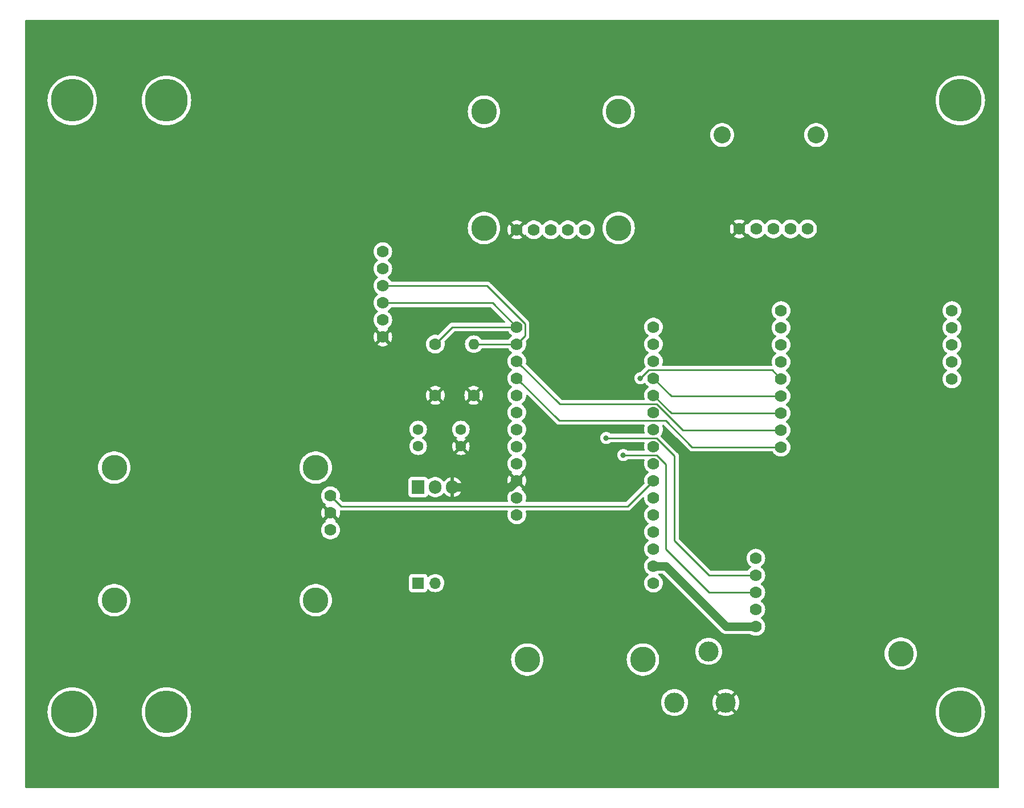
<source format=gbr>
%TF.GenerationSoftware,KiCad,Pcbnew,7.0.10*%
%TF.CreationDate,2024-02-29T23:41:44-05:00*%
%TF.ProjectId,blue-bike-air-pollution-monitor,626c7565-2d62-4696-9b65-2d6169722d70,rev?*%
%TF.SameCoordinates,Original*%
%TF.FileFunction,Copper,L2,Bot*%
%TF.FilePolarity,Positive*%
%FSLAX46Y46*%
G04 Gerber Fmt 4.6, Leading zero omitted, Abs format (unit mm)*
G04 Created by KiCad (PCBNEW 7.0.10) date 2024-02-29 23:41:44*
%MOMM*%
%LPD*%
G01*
G04 APERTURE LIST*
%TA.AperFunction,ComponentPad*%
%ADD10C,6.350000*%
%TD*%
%TA.AperFunction,ComponentPad*%
%ADD11C,1.778000*%
%TD*%
%TA.AperFunction,ComponentPad*%
%ADD12R,1.700000X1.700000*%
%TD*%
%TA.AperFunction,ComponentPad*%
%ADD13O,1.700000X1.700000*%
%TD*%
%TA.AperFunction,ComponentPad*%
%ADD14O,1.600000X1.600000*%
%TD*%
%TA.AperFunction,ComponentPad*%
%ADD15C,1.600000*%
%TD*%
%TA.AperFunction,ComponentPad*%
%ADD16C,3.810000*%
%TD*%
%TA.AperFunction,ComponentPad*%
%ADD17C,2.540000*%
%TD*%
%TA.AperFunction,ComponentPad*%
%ADD18R,1.905000X2.000000*%
%TD*%
%TA.AperFunction,ComponentPad*%
%ADD19O,1.905000X2.000000*%
%TD*%
%TA.AperFunction,ComponentPad*%
%ADD20C,3.000000*%
%TD*%
%TA.AperFunction,ViaPad*%
%ADD21C,0.800000*%
%TD*%
%TA.AperFunction,Conductor*%
%ADD22C,0.250000*%
%TD*%
%TA.AperFunction,Conductor*%
%ADD23C,1.270000*%
%TD*%
G04 APERTURE END LIST*
D10*
%TO.P,H6,6*%
%TO.N,N/C*%
X71793100Y-153809700D03*
%TD*%
%TO.P,H5,5*%
%TO.N,N/C*%
X71793100Y-62801500D03*
%TD*%
D11*
%TO.P,SEN55,1,VDD*%
%TO.N,+5V*%
X103963800Y-97994800D03*
%TO.P,SEN55,2,GND*%
%TO.N,GND*%
X103963800Y-95454800D03*
%TO.P,SEN55,3,SDA*%
%TO.N,Net-(CO2-SDA)*%
X103963800Y-92914800D03*
%TO.P,SEN55,4,SCL*%
%TO.N,Net-(CO2-SCL)*%
X103963800Y-90374800D03*
%TO.P,SEN55,5,SEL*%
%TO.N,GND*%
X103963800Y-87834800D03*
%TO.P,SEN55,6,NC*%
%TO.N,unconnected-(SEN55-NC-Pad6)*%
X103963800Y-85294800D03*
%TD*%
D12*
%TO.P,BT1,1,+*%
%TO.N,Net-(BT1-+)*%
X109220000Y-134620000D03*
D13*
%TO.P,BT1,2,-*%
%TO.N,GND*%
X111760000Y-134620000D03*
%TD*%
D11*
%TO.P,R1,1*%
%TO.N,+5V*%
X117475000Y-106680000D03*
D14*
%TO.P,R1,2*%
%TO.N,Net-(CO2-SCL)*%
X117475000Y-99060000D03*
%TD*%
D15*
%TO.P,C2,1*%
%TO.N,+5V*%
X115570000Y-114260000D03*
%TO.P,C2,2*%
%TO.N,GND*%
X115570000Y-111760000D03*
%TD*%
D10*
%TO.P,H3,3*%
%TO.N,N/C*%
X57797700Y-153809700D03*
%TD*%
D11*
%TO.P,R2,1*%
%TO.N,+5V*%
X111760000Y-106680000D03*
%TO.P,R2,2*%
%TO.N,Net-(CO2-SDA)*%
X111760000Y-99060000D03*
%TD*%
D15*
%TO.P,C1,1*%
%TO.N,Net-(BT1-+)*%
X109220000Y-114260000D03*
%TO.P,C1,2*%
%TO.N,GND*%
X109220000Y-111760000D03*
%TD*%
D10*
%TO.P,H2,2*%
%TO.N,N/C*%
X189801500Y-62801500D03*
%TD*%
D11*
%TO.P,ESP32-WROOM-32E1,1,SDA*%
%TO.N,Net-(CO2-SDA)*%
X123875800Y-96520000D03*
%TO.P,ESP32-WROOM-32E1,2,SCL*%
%TO.N,Net-(CO2-SCL)*%
X123875800Y-99060000D03*
%TO.P,ESP32-WROOM-32E1,3,D04*%
%TO.N,Net-(ESP32-WROOM-32E1-D04)*%
X123875800Y-101600000D03*
%TO.P,ESP32-WROOM-32E1,4,D06*%
%TO.N,Net-(ESP32-WROOM-32E1-D06)*%
X123875800Y-104140000D03*
%TO.P,ESP32-WROOM-32E1,5,D08*%
%TO.N,unconnected-(ESP32-WROOM-32E1-D08-Pad5)*%
X123875800Y-106680000D03*
%TO.P,ESP32-WROOM-32E1,6,D10*%
%TO.N,unconnected-(ESP32-WROOM-32E1-D10-Pad6)*%
X123875800Y-109220000D03*
%TO.P,ESP32-WROOM-32E1,7,D11*%
%TO.N,unconnected-(ESP32-WROOM-32E1-D11-Pad7)*%
X123875800Y-111760000D03*
%TO.P,ESP32-WROOM-32E1,8,D12*%
%TO.N,unconnected-(ESP32-WROOM-32E1-D12-Pad8)*%
X123875800Y-114300000D03*
%TO.P,ESP32-WROOM-32E1,9,LED*%
%TO.N,unconnected-(ESP32-WROOM-32E1-LED-Pad9)*%
X123875800Y-116840000D03*
%TO.P,ESP32-WROOM-32E1,10,VBUS/LED*%
%TO.N,+5V*%
X123875800Y-119380000D03*
%TO.P,ESP32-WROOM-32E1,11,3.3V/EN*%
%TO.N,unconnected-(ESP32-WROOM-32E1-3.3V{slash}EN-Pad11)*%
X123875800Y-121920000D03*
%TO.P,ESP32-WROOM-32E1,12,VBAT*%
%TO.N,unconnected-(ESP32-WROOM-32E1-VBAT-Pad12)*%
X123875800Y-124460000D03*
%TO.P,ESP32-WROOM-32E1,13,RESET*%
%TO.N,unconnected-(ESP32-WROOM-32E1-RESET-Pad13)*%
X144195800Y-134620000D03*
%TO.P,ESP32-WROOM-32E1,14,Vin*%
%TO.N,+3.3V*%
X144195800Y-132080000D03*
%TO.P,ESP32-WROOM-32E1,15,NC*%
%TO.N,unconnected-(ESP32-WROOM-32E1-NC-Pad15)*%
X144195800Y-129540000D03*
%TO.P,ESP32-WROOM-32E1,16,GND*%
%TO.N,GND*%
X144195800Y-127000000D03*
%TO.P,ESP32-WROOM-32E1,17,A0*%
%TO.N,unconnected-(ESP32-WROOM-32E1-A0-Pad17)*%
X144195800Y-124460000D03*
%TO.P,ESP32-WROOM-32E1,18,A1*%
%TO.N,unconnected-(ESP32-WROOM-32E1-A1-Pad18)*%
X144195800Y-121920000D03*
%TO.P,ESP32-WROOM-32E1,19,A2*%
%TO.N,Net-(ESP32-WROOM-32E1-A2)*%
X144195800Y-119380000D03*
%TO.P,ESP32-WROOM-32E1,20,A3*%
%TO.N,Net-(Accelerometer1-Xout)*%
X144195800Y-116840000D03*
%TO.P,ESP32-WROOM-32E1,21,A4*%
%TO.N,Net-(Accelerometer1-Yout)*%
X144195800Y-114300000D03*
%TO.P,ESP32-WROOM-32E1,22,A5*%
%TO.N,Net-(Accelerometer1-Zout)*%
X144195800Y-111760000D03*
%TO.P,ESP32-WROOM-32E1,23,SCK*%
%TO.N,Net-(ESP32-WROOM-32E1-SCK)*%
X144195800Y-109220000D03*
%TO.P,ESP32-WROOM-32E1,24,MOSI*%
%TO.N,Net-(ESP32-WROOM-32E1-MOSI)*%
X144195800Y-106680000D03*
%TO.P,ESP32-WROOM-32E1,25,MISO*%
%TO.N,Net-(ESP32-WROOM-32E1-MISO)*%
X144195800Y-104140000D03*
%TO.P,ESP32-WROOM-32E1,26,RX*%
%TO.N,Net-(ESP32-WROOM-32E1-RX)*%
X144195800Y-101600000D03*
%TO.P,ESP32-WROOM-32E1,27,TX*%
%TO.N,Net-(ESP32-WROOM-32E1-TX)*%
X144195800Y-99060000D03*
%TO.P,ESP32-WROOM-32E1,28,FREE/ADC*%
%TO.N,unconnected-(ESP32-WROOM-32E1-FREE{slash}ADC-Pad28)*%
X144195800Y-96520000D03*
D16*
%TO.P,ESP32-WROOM-32E1,29*%
%TO.N,N/C*%
X125437900Y-146011900D03*
%TO.P,ESP32-WROOM-32E1,30*%
X142633700Y-146011900D03*
%TD*%
D11*
%TO.P,Methane1,1,Out*%
%TO.N,Net-(ESP32-WROOM-32E1-A2)*%
X96189800Y-121640600D03*
%TO.P,Methane1,2,5V*%
%TO.N,+5V*%
X96189800Y-124180600D03*
%TO.P,Methane1,3,GND*%
%TO.N,GND*%
X96189800Y-126720600D03*
D16*
%TO.P,Methane1,4*%
%TO.N,N/C*%
X64033400Y-117424200D03*
%TO.P,Methane1,5*%
X93980000Y-117424200D03*
%TO.P,Methane1,6*%
X64033400Y-137160000D03*
%TO.P,Methane1,7*%
X93980000Y-137160000D03*
%TD*%
D11*
%TO.P,Accelerometer1,1,5V*%
%TO.N,+5V*%
X156945000Y-81915000D03*
%TO.P,Accelerometer1,2,GND*%
%TO.N,GND*%
X159485000Y-81915000D03*
%TO.P,Accelerometer1,3,Zout*%
%TO.N,Net-(Accelerometer1-Zout)*%
X162025000Y-81915000D03*
%TO.P,Accelerometer1,4,Yout*%
%TO.N,Net-(Accelerometer1-Yout)*%
X164565000Y-81915000D03*
%TO.P,Accelerometer1,5,Xout*%
%TO.N,Net-(Accelerometer1-Xout)*%
X167105000Y-81915000D03*
D17*
%TO.P,Accelerometer1,6*%
%TO.N,N/C*%
X154405000Y-67945000D03*
%TO.P,Accelerometer1,7*%
X168375000Y-67945000D03*
%TD*%
D18*
%TO.P,U1,1,IN*%
%TO.N,Net-(BT1-+)*%
X109220000Y-120325000D03*
D19*
%TO.P,U1,2,GND*%
%TO.N,GND*%
X111760000Y-120325000D03*
%TO.P,U1,3,OUT*%
%TO.N,+5V*%
X114300000Y-120325000D03*
%TD*%
D10*
%TO.P,H1,1*%
%TO.N,N/C*%
X57797700Y-62801500D03*
%TD*%
D20*
%TO.P,5V1,1,1*%
%TO.N,+5V*%
X154940000Y-152400000D03*
%TD*%
D11*
%TO.P,GPS1,1,1PPS*%
%TO.N,unconnected-(GPS1-1PPS-Pad1)*%
X159412000Y-130910000D03*
%TO.P,GPS1,2,TX*%
%TO.N,Net-(ESP32-WROOM-32E1-TX)*%
X159412000Y-133450000D03*
%TO.P,GPS1,3,RX*%
%TO.N,Net-(ESP32-WROOM-32E1-RX)*%
X159412000Y-135990000D03*
%TO.P,GPS1,4,GND*%
%TO.N,GND*%
X159412000Y-138530000D03*
%TO.P,GPS1,5,Vin*%
%TO.N,+3.3V*%
X159412000Y-141070000D03*
D16*
%TO.P,GPS1,6*%
%TO.N,N/C*%
X180963900Y-145121300D03*
%TD*%
D11*
%TO.P,LoraWAN1,1,Vin*%
%TO.N,+3.3V*%
X163168000Y-94080000D03*
%TO.P,LoraWAN1,2,GND*%
%TO.N,GND*%
X163168000Y-96620000D03*
%TO.P,LoraWAN1,3,EN*%
%TO.N,unconnected-(LoraWAN1-EN-Pad3)*%
X163168000Y-99160000D03*
%TO.P,LoraWAN1,4,G0*%
%TO.N,unconnected-(LoraWAN1-G0-Pad4)*%
X163168000Y-101700000D03*
%TO.P,LoraWAN1,5,SCK*%
%TO.N,Net-(ESP32-WROOM-32E1-SCK)*%
X163168000Y-104240000D03*
%TO.P,LoraWAN1,6,MISO*%
%TO.N,Net-(ESP32-WROOM-32E1-MISO)*%
X163168000Y-106780000D03*
%TO.P,LoraWAN1,7,MOSI*%
%TO.N,Net-(ESP32-WROOM-32E1-MOSI)*%
X163168000Y-109320000D03*
%TO.P,LoraWAN1,8,CS*%
%TO.N,Net-(ESP32-WROOM-32E1-D04)*%
X163168000Y-111860000D03*
%TO.P,LoraWAN1,9,RST*%
%TO.N,Net-(ESP32-WROOM-32E1-D06)*%
X163168000Y-114400000D03*
%TO.P,LoraWAN1,10,G5*%
%TO.N,unconnected-(LoraWAN1-G5-Pad10)*%
X188568000Y-104240000D03*
%TO.P,LoraWAN1,11,G4*%
%TO.N,unconnected-(LoraWAN1-G4-Pad11)*%
X188568000Y-101700000D03*
%TO.P,LoraWAN1,12,G3*%
%TO.N,unconnected-(LoraWAN1-G3-Pad12)*%
X188568000Y-99160000D03*
%TO.P,LoraWAN1,13,G2*%
%TO.N,unconnected-(LoraWAN1-G2-Pad13)*%
X188568000Y-96620000D03*
%TO.P,LoraWAN1,14,G1*%
%TO.N,unconnected-(LoraWAN1-G1-Pad14)*%
X188568000Y-94080000D03*
%TD*%
D10*
%TO.P,H4,4*%
%TO.N,N/C*%
X189801500Y-153809700D03*
%TD*%
D20*
%TO.P,3.3V1,1,1*%
%TO.N,+3.3V*%
X147320000Y-152400000D03*
%TD*%
D11*
%TO.P,CO2,1,Vin*%
%TO.N,+5V*%
X123875000Y-82045000D03*
%TO.P,CO2,2,3Vo*%
%TO.N,unconnected-(CO2-3Vo-Pad2)*%
X126415000Y-82045000D03*
%TO.P,CO2,3,Ground*%
%TO.N,GND*%
X128955000Y-82045000D03*
%TO.P,CO2,4,SCL*%
%TO.N,Net-(CO2-SCL)*%
X131495000Y-82045000D03*
%TO.P,CO2,5,SDA*%
%TO.N,Net-(CO2-SDA)*%
X134035000Y-82045000D03*
D16*
%TO.P,CO2,6*%
%TO.N,N/C*%
X118998200Y-64468200D03*
%TO.P,CO2,7*%
X139010860Y-64468200D03*
%TO.P,CO2,8*%
X118998200Y-81780840D03*
%TO.P,CO2,9*%
X139010860Y-81780840D03*
%TD*%
D20*
%TO.P,GND1,1,1*%
%TO.N,GND*%
X152400000Y-144780000D03*
%TD*%
D21*
%TO.N,Net-(ESP32-WROOM-32E1-TX)*%
X137160000Y-113030000D03*
%TO.N,Net-(ESP32-WROOM-32E1-RX)*%
X139700000Y-115570000D03*
%TO.N,Net-(ESP32-WROOM-32E1-SCK)*%
X142240000Y-104140000D03*
%TD*%
D22*
%TO.N,Net-(CO2-SDA)*%
X114300000Y-96520000D02*
X123875800Y-96520000D01*
X111760000Y-99060000D02*
X114300000Y-96520000D01*
%TO.N,Net-(CO2-SCL)*%
X117475000Y-99060000D02*
X123875800Y-99060000D01*
%TO.N,Net-(CO2-SDA)*%
X103963800Y-92914800D02*
X105614800Y-92914800D01*
X120270600Y-92914800D02*
X123875800Y-96520000D01*
X103963800Y-92914800D02*
X120270600Y-92914800D01*
%TO.N,Net-(CO2-SCL)*%
X125089800Y-97846000D02*
X123875800Y-99060000D01*
X119447456Y-90374800D02*
X125089800Y-96017144D01*
X125089800Y-96017144D02*
X125089800Y-97846000D01*
X103963800Y-90374800D02*
X119447456Y-90374800D01*
D23*
%TO.N,+5V*%
X114300000Y-120325000D02*
X122930800Y-120325000D01*
X122930800Y-120325000D02*
X123875800Y-119380000D01*
D22*
%TO.N,Net-(ESP32-WROOM-32E1-TX)*%
X159412000Y-133450000D02*
X152500000Y-133450000D01*
X144642656Y-113030000D02*
X137160000Y-113030000D01*
X147320000Y-115707344D02*
X144642656Y-113030000D01*
X147320000Y-128270000D02*
X147320000Y-115707344D01*
X152500000Y-133450000D02*
X147320000Y-128270000D01*
%TO.N,Net-(ESP32-WROOM-32E1-RX)*%
X144642656Y-115570000D02*
X139700000Y-115570000D01*
X159412000Y-135990000D02*
X152500000Y-135990000D01*
X152500000Y-135990000D02*
X146050000Y-129540000D01*
X146050000Y-129540000D02*
X146050000Y-116977344D01*
X146050000Y-116977344D02*
X144642656Y-115570000D01*
D23*
%TO.N,+3.3V*%
X146050000Y-132080000D02*
X144780000Y-132080000D01*
X155040000Y-141070000D02*
X146050000Y-132080000D01*
X159412000Y-141070000D02*
X155040000Y-141070000D01*
D22*
%TO.N,Net-(ESP32-WROOM-32E1-SCK)*%
X143454000Y-102926000D02*
X142240000Y-104140000D01*
X161854000Y-102926000D02*
X143454000Y-102926000D01*
X163168000Y-104240000D02*
X161854000Y-102926000D01*
%TO.N,Net-(ESP32-WROOM-32E1-MISO)*%
X163168000Y-106780000D02*
X146835800Y-106780000D01*
X146835800Y-106780000D02*
X144195800Y-104140000D01*
%TO.N,Net-(ESP32-WROOM-32E1-MOSI)*%
X146835800Y-109320000D02*
X144195800Y-106680000D01*
X163168000Y-109320000D02*
X146835800Y-109320000D01*
%TO.N,Net-(ESP32-WROOM-32E1-D04)*%
X163168000Y-111860000D02*
X148552656Y-111860000D01*
X148552656Y-111860000D02*
X144698656Y-108006000D01*
X144698656Y-108006000D02*
X130281800Y-108006000D01*
X130281800Y-108006000D02*
X123875800Y-101600000D01*
%TO.N,Net-(ESP32-WROOM-32E1-D06)*%
X149960000Y-114400000D02*
X145994000Y-110434000D01*
X163168000Y-114400000D02*
X149960000Y-114400000D01*
X145994000Y-110434000D02*
X130169800Y-110434000D01*
X130169800Y-110434000D02*
X123875800Y-104140000D01*
%TO.N,Net-(ESP32-WROOM-32E1-A2)*%
X140385800Y-123190000D02*
X144195800Y-119380000D01*
X97739200Y-123190000D02*
X140385800Y-123190000D01*
X96189800Y-121640600D02*
X97739200Y-123190000D01*
%TD*%
%TA.AperFunction,Conductor*%
%TO.N,+5V*%
G36*
X125479210Y-106628000D02*
G01*
X127618493Y-108767284D01*
X129668997Y-110817788D01*
X129678822Y-110830051D01*
X129679043Y-110829869D01*
X129684011Y-110835874D01*
X129733022Y-110881899D01*
X129735821Y-110884612D01*
X129755322Y-110904114D01*
X129755326Y-110904117D01*
X129755329Y-110904120D01*
X129758502Y-110906581D01*
X129767374Y-110914159D01*
X129799218Y-110944062D01*
X129816776Y-110953714D01*
X129833035Y-110964395D01*
X129848864Y-110976673D01*
X129888955Y-110994021D01*
X129899426Y-110999151D01*
X129921980Y-111011550D01*
X129937702Y-111020194D01*
X129937704Y-111020195D01*
X129937708Y-111020197D01*
X129957116Y-111025180D01*
X129975519Y-111031481D01*
X129993901Y-111039436D01*
X129993902Y-111039436D01*
X129993904Y-111039437D01*
X130037050Y-111046270D01*
X130048472Y-111048636D01*
X130090781Y-111059500D01*
X130110816Y-111059500D01*
X130130214Y-111061026D01*
X130149994Y-111064159D01*
X130149995Y-111064160D01*
X130149995Y-111064159D01*
X130149996Y-111064160D01*
X130193475Y-111060050D01*
X130205144Y-111059500D01*
X142795975Y-111059500D01*
X142863014Y-111079185D01*
X142908769Y-111131989D01*
X142918713Y-111201147D01*
X142909531Y-111233310D01*
X142877082Y-111307285D01*
X142820553Y-111530515D01*
X142801538Y-111759994D01*
X142801538Y-111760005D01*
X142820553Y-111989484D01*
X142877082Y-112212713D01*
X142884968Y-112230692D01*
X142893869Y-112299992D01*
X142863892Y-112363104D01*
X142804552Y-112399989D01*
X142771411Y-112404500D01*
X137863748Y-112404500D01*
X137796709Y-112384815D01*
X137771600Y-112363474D01*
X137765873Y-112357114D01*
X137765869Y-112357110D01*
X137612734Y-112245851D01*
X137612729Y-112245848D01*
X137439807Y-112168857D01*
X137439802Y-112168855D01*
X137294001Y-112137865D01*
X137254646Y-112129500D01*
X137065354Y-112129500D01*
X137032897Y-112136398D01*
X136880197Y-112168855D01*
X136880192Y-112168857D01*
X136707270Y-112245848D01*
X136707265Y-112245851D01*
X136554129Y-112357111D01*
X136427466Y-112497785D01*
X136332821Y-112661715D01*
X136332818Y-112661722D01*
X136274327Y-112841740D01*
X136274326Y-112841744D01*
X136254540Y-113030000D01*
X136274326Y-113218256D01*
X136274327Y-113218259D01*
X136332818Y-113398277D01*
X136332821Y-113398284D01*
X136427467Y-113562216D01*
X136529185Y-113675185D01*
X136554129Y-113702888D01*
X136707265Y-113814148D01*
X136707270Y-113814151D01*
X136880192Y-113891142D01*
X136880197Y-113891144D01*
X137065354Y-113930500D01*
X137065355Y-113930500D01*
X137254644Y-113930500D01*
X137254646Y-113930500D01*
X137439803Y-113891144D01*
X137612730Y-113814151D01*
X137765871Y-113702888D01*
X137768788Y-113699647D01*
X137771600Y-113696526D01*
X137831087Y-113659879D01*
X137863748Y-113655500D01*
X142771411Y-113655500D01*
X142838450Y-113675185D01*
X142884205Y-113727989D01*
X142894149Y-113797147D01*
X142884968Y-113829308D01*
X142877082Y-113847286D01*
X142820553Y-114070515D01*
X142801538Y-114299994D01*
X142801538Y-114300005D01*
X142820553Y-114529484D01*
X142877082Y-114752713D01*
X142884968Y-114770692D01*
X142893869Y-114839992D01*
X142863892Y-114903104D01*
X142804552Y-114939989D01*
X142771411Y-114944500D01*
X140403748Y-114944500D01*
X140336709Y-114924815D01*
X140311600Y-114903474D01*
X140305873Y-114897114D01*
X140305869Y-114897110D01*
X140152734Y-114785851D01*
X140152729Y-114785848D01*
X139979807Y-114708857D01*
X139979802Y-114708855D01*
X139834001Y-114677865D01*
X139794646Y-114669500D01*
X139605354Y-114669500D01*
X139572897Y-114676398D01*
X139420197Y-114708855D01*
X139420192Y-114708857D01*
X139247270Y-114785848D01*
X139247265Y-114785851D01*
X139094129Y-114897111D01*
X138967466Y-115037785D01*
X138872821Y-115201715D01*
X138872818Y-115201722D01*
X138818701Y-115368279D01*
X138814326Y-115381744D01*
X138794540Y-115570000D01*
X138814326Y-115758256D01*
X138814327Y-115758259D01*
X138872818Y-115938277D01*
X138872821Y-115938284D01*
X138967467Y-116102216D01*
X139069185Y-116215185D01*
X139094129Y-116242888D01*
X139247265Y-116354148D01*
X139247270Y-116354151D01*
X139420192Y-116431142D01*
X139420197Y-116431144D01*
X139605354Y-116470500D01*
X139605355Y-116470500D01*
X139794644Y-116470500D01*
X139794646Y-116470500D01*
X139979803Y-116431144D01*
X140152730Y-116354151D01*
X140305871Y-116242888D01*
X140308788Y-116239647D01*
X140311600Y-116236526D01*
X140371087Y-116199879D01*
X140403748Y-116195500D01*
X142771411Y-116195500D01*
X142838450Y-116215185D01*
X142884205Y-116267989D01*
X142894149Y-116337147D01*
X142884968Y-116369308D01*
X142877082Y-116387286D01*
X142820553Y-116610515D01*
X142801538Y-116839994D01*
X142801538Y-116840005D01*
X142820553Y-117069484D01*
X142877082Y-117292714D01*
X142969582Y-117503594D01*
X143095528Y-117696370D01*
X143095531Y-117696373D01*
X143251492Y-117865792D01*
X143368391Y-117956778D01*
X143437259Y-118010380D01*
X143436276Y-118011641D01*
X143476983Y-118059349D01*
X143486400Y-118128581D01*
X143456892Y-118191914D01*
X143436936Y-118209205D01*
X143437259Y-118209620D01*
X143251494Y-118354206D01*
X143251489Y-118354211D01*
X143095528Y-118523629D01*
X142969582Y-118716405D01*
X142877082Y-118927285D01*
X142820553Y-119150515D01*
X142801538Y-119379994D01*
X142801538Y-119380005D01*
X142820553Y-119609484D01*
X142856030Y-119749581D01*
X142853405Y-119819401D01*
X142823505Y-119867702D01*
X140163028Y-122528181D01*
X140101705Y-122561666D01*
X140075347Y-122564500D01*
X125300189Y-122564500D01*
X125233150Y-122544815D01*
X125187395Y-122492011D01*
X125177451Y-122422853D01*
X125186632Y-122390692D01*
X125194517Y-122372716D01*
X125251046Y-122149488D01*
X125270062Y-121920000D01*
X125265925Y-121870079D01*
X125257384Y-121767008D01*
X125251046Y-121690512D01*
X125194517Y-121467284D01*
X125102017Y-121256405D01*
X125093658Y-121243611D01*
X124976071Y-121063629D01*
X124889270Y-120969338D01*
X124820108Y-120894208D01*
X124698233Y-120799349D01*
X124634341Y-120749620D01*
X124635228Y-120748480D01*
X124594163Y-120700366D01*
X124584738Y-120631135D01*
X124614237Y-120567798D01*
X124634371Y-120550352D01*
X124634066Y-120549960D01*
X124666758Y-120524513D01*
X124666759Y-120524511D01*
X124044404Y-119902156D01*
X124162212Y-119850985D01*
X124278662Y-119756246D01*
X124365233Y-119633603D01*
X124396100Y-119546747D01*
X125019038Y-120169685D01*
X125101572Y-120043359D01*
X125101577Y-120043351D01*
X125194042Y-119832553D01*
X125250550Y-119609408D01*
X125250552Y-119609396D01*
X125269560Y-119380005D01*
X125269560Y-119379994D01*
X125250552Y-119150603D01*
X125250550Y-119150591D01*
X125194042Y-118927446D01*
X125101574Y-118716642D01*
X125019038Y-118590313D01*
X124398430Y-119210921D01*
X124395206Y-119195403D01*
X124326142Y-119062114D01*
X124223677Y-118952402D01*
X124095412Y-118874402D01*
X124042632Y-118859613D01*
X124666758Y-118235486D01*
X124666758Y-118235484D01*
X124634067Y-118210040D01*
X124635009Y-118208829D01*
X124594155Y-118160947D01*
X124584741Y-118091714D01*
X124614250Y-118028382D01*
X124634620Y-118010738D01*
X124634341Y-118010380D01*
X124670974Y-117981866D01*
X124820108Y-117865792D01*
X124976069Y-117696373D01*
X125102017Y-117503595D01*
X125194517Y-117292716D01*
X125251046Y-117069488D01*
X125261942Y-116937994D01*
X125270062Y-116840005D01*
X125270062Y-116839994D01*
X125251046Y-116610515D01*
X125251046Y-116610512D01*
X125194517Y-116387284D01*
X125102017Y-116176405D01*
X124998393Y-116017796D01*
X124976071Y-115983629D01*
X124926808Y-115930115D01*
X124820108Y-115814208D01*
X124672715Y-115699488D01*
X124634341Y-115669620D01*
X124635325Y-115668354D01*
X124594624Y-115620670D01*
X124585196Y-115551439D01*
X124614693Y-115488102D01*
X124634665Y-115470796D01*
X124634341Y-115470380D01*
X124673749Y-115439707D01*
X124820108Y-115325792D01*
X124976069Y-115156373D01*
X125102017Y-114963595D01*
X125194517Y-114752716D01*
X125251046Y-114529488D01*
X125261776Y-114399994D01*
X125270062Y-114300005D01*
X125270062Y-114299994D01*
X125251046Y-114070515D01*
X125251046Y-114070512D01*
X125194517Y-113847284D01*
X125102017Y-113636405D01*
X125053546Y-113562214D01*
X124976071Y-113443629D01*
X124912164Y-113374208D01*
X124820108Y-113274208D01*
X124726236Y-113201144D01*
X124634341Y-113129620D01*
X124635325Y-113128354D01*
X124594624Y-113080670D01*
X124585196Y-113011439D01*
X124614693Y-112948102D01*
X124634665Y-112930796D01*
X124634341Y-112930380D01*
X124685491Y-112890568D01*
X124820108Y-112785792D01*
X124976069Y-112616373D01*
X125102017Y-112423595D01*
X125194517Y-112212716D01*
X125251046Y-111989488D01*
X125270062Y-111760000D01*
X125251046Y-111530512D01*
X125194517Y-111307284D01*
X125102017Y-111096405D01*
X125080853Y-111064011D01*
X124976071Y-110903629D01*
X124912164Y-110834208D01*
X124820108Y-110734208D01*
X124638389Y-110592771D01*
X124638390Y-110592771D01*
X124634341Y-110589620D01*
X124635325Y-110588354D01*
X124594624Y-110540670D01*
X124585196Y-110471439D01*
X124614693Y-110408102D01*
X124634665Y-110390796D01*
X124634341Y-110390380D01*
X124691627Y-110345792D01*
X124820108Y-110245792D01*
X124976069Y-110076373D01*
X125102017Y-109883595D01*
X125194517Y-109672716D01*
X125251046Y-109449488D01*
X125270062Y-109220000D01*
X125251046Y-108990512D01*
X125194517Y-108767284D01*
X125102017Y-108556405D01*
X125096965Y-108548672D01*
X124976071Y-108363629D01*
X124912164Y-108294208D01*
X124820108Y-108194208D01*
X124638389Y-108052771D01*
X124638390Y-108052771D01*
X124634341Y-108049620D01*
X124635325Y-108048354D01*
X124594624Y-108000670D01*
X124585196Y-107931439D01*
X124614693Y-107868102D01*
X124634665Y-107850796D01*
X124634341Y-107850380D01*
X124691627Y-107805792D01*
X124820108Y-107705792D01*
X124976069Y-107536373D01*
X125102017Y-107343595D01*
X125194517Y-107132716D01*
X125251046Y-106909488D01*
X125267954Y-106705442D01*
X125293107Y-106640257D01*
X125349509Y-106599019D01*
X125419252Y-106594821D01*
X125479210Y-106628000D01*
G37*
%TD.AperFunction*%
%TA.AperFunction,Conductor*%
G36*
X195522539Y-50820185D02*
G01*
X195568294Y-50872989D01*
X195579500Y-50924500D01*
X195579500Y-164975500D01*
X195559815Y-165042539D01*
X195507011Y-165088294D01*
X195455500Y-165099500D01*
X50924500Y-165099500D01*
X50857461Y-165079815D01*
X50811706Y-165027011D01*
X50800500Y-164975500D01*
X50800500Y-153809700D01*
X54117156Y-153809700D01*
X54137318Y-154194423D01*
X54197584Y-154574922D01*
X54197584Y-154574924D01*
X54297297Y-154947058D01*
X54435357Y-155306715D01*
X54610257Y-155649976D01*
X54820071Y-155973062D01*
X54820073Y-155973064D01*
X54820076Y-155973068D01*
X54820077Y-155973069D01*
X55062523Y-156272465D01*
X55334935Y-156544877D01*
X55334939Y-156544880D01*
X55634335Y-156787326D01*
X55634337Y-156787328D01*
X55957423Y-156997142D01*
X55957428Y-156997145D01*
X56300688Y-157172044D01*
X56660349Y-157310105D01*
X57032472Y-157409815D01*
X57412978Y-157470082D01*
X57776421Y-157489128D01*
X57797699Y-157490244D01*
X57797700Y-157490244D01*
X57797701Y-157490244D01*
X57817863Y-157489187D01*
X58182422Y-157470082D01*
X58562928Y-157409815D01*
X58935051Y-157310105D01*
X59294712Y-157172044D01*
X59637972Y-156997145D01*
X59789754Y-156898576D01*
X59961062Y-156787328D01*
X59961064Y-156787326D01*
X59961069Y-156787323D01*
X60260465Y-156544877D01*
X60532877Y-156272465D01*
X60775323Y-155973069D01*
X60985145Y-155649972D01*
X61160044Y-155306712D01*
X61298105Y-154947051D01*
X61397815Y-154574928D01*
X61458082Y-154194422D01*
X61478244Y-153809700D01*
X68112556Y-153809700D01*
X68132718Y-154194423D01*
X68192984Y-154574922D01*
X68192984Y-154574924D01*
X68292697Y-154947058D01*
X68430757Y-155306715D01*
X68605657Y-155649976D01*
X68815471Y-155973062D01*
X68815473Y-155973064D01*
X68815476Y-155973068D01*
X68815477Y-155973069D01*
X69057923Y-156272465D01*
X69330335Y-156544877D01*
X69330339Y-156544880D01*
X69629735Y-156787326D01*
X69629737Y-156787328D01*
X69952823Y-156997142D01*
X69952828Y-156997145D01*
X70296088Y-157172044D01*
X70655749Y-157310105D01*
X71027872Y-157409815D01*
X71408378Y-157470082D01*
X71771821Y-157489128D01*
X71793099Y-157490244D01*
X71793100Y-157490244D01*
X71793101Y-157490244D01*
X71813263Y-157489187D01*
X72177822Y-157470082D01*
X72558328Y-157409815D01*
X72930451Y-157310105D01*
X73290112Y-157172044D01*
X73633372Y-156997145D01*
X73785154Y-156898576D01*
X73956462Y-156787328D01*
X73956464Y-156787326D01*
X73956469Y-156787323D01*
X74255865Y-156544877D01*
X74528277Y-156272465D01*
X74770723Y-155973069D01*
X74980545Y-155649972D01*
X75155444Y-155306712D01*
X75293505Y-154947051D01*
X75393215Y-154574928D01*
X75453482Y-154194422D01*
X75473644Y-153809700D01*
X75453482Y-153424978D01*
X75393215Y-153044472D01*
X75293505Y-152672349D01*
X75188960Y-152400001D01*
X145314390Y-152400001D01*
X145334804Y-152685433D01*
X145395628Y-152965037D01*
X145395630Y-152965043D01*
X145395631Y-152965046D01*
X145495557Y-153232958D01*
X145495635Y-153233166D01*
X145632770Y-153484309D01*
X145632775Y-153484317D01*
X145804254Y-153713387D01*
X145804270Y-153713405D01*
X146006594Y-153915729D01*
X146006612Y-153915745D01*
X146235682Y-154087224D01*
X146235690Y-154087229D01*
X146486833Y-154224364D01*
X146486832Y-154224364D01*
X146486836Y-154224365D01*
X146486839Y-154224367D01*
X146754954Y-154324369D01*
X146754960Y-154324370D01*
X146754962Y-154324371D01*
X147034566Y-154385195D01*
X147034568Y-154385195D01*
X147034572Y-154385196D01*
X147288220Y-154403337D01*
X147319999Y-154405610D01*
X147320000Y-154405610D01*
X147320001Y-154405610D01*
X147348595Y-154403564D01*
X147605428Y-154385196D01*
X147885046Y-154324369D01*
X148153161Y-154224367D01*
X148404315Y-154087226D01*
X148633395Y-153915739D01*
X148835739Y-153713395D01*
X149007226Y-153484315D01*
X149144367Y-153233161D01*
X149244369Y-152965046D01*
X149269196Y-152850918D01*
X149305195Y-152685433D01*
X149305195Y-152685432D01*
X149305196Y-152685428D01*
X149325610Y-152400001D01*
X152934891Y-152400001D01*
X152955300Y-152685362D01*
X153016109Y-152964895D01*
X153116091Y-153232958D01*
X153253191Y-153484038D01*
X153253196Y-153484046D01*
X153359882Y-153626561D01*
X153359883Y-153626562D01*
X154262803Y-152723641D01*
X154286059Y-152777553D01*
X154390756Y-152918185D01*
X154525062Y-153030882D01*
X154616665Y-153076886D01*
X153713436Y-153980115D01*
X153855960Y-154086807D01*
X153855961Y-154086808D01*
X154107042Y-154223908D01*
X154107041Y-154223908D01*
X154375104Y-154323890D01*
X154654637Y-154384699D01*
X154939999Y-154405109D01*
X154940001Y-154405109D01*
X155225362Y-154384699D01*
X155504895Y-154323890D01*
X155772958Y-154223908D01*
X156024047Y-154086803D01*
X156166561Y-153980116D01*
X156166562Y-153980115D01*
X155996147Y-153809700D01*
X186120956Y-153809700D01*
X186141118Y-154194423D01*
X186201384Y-154574922D01*
X186201384Y-154574924D01*
X186301097Y-154947058D01*
X186439157Y-155306715D01*
X186614057Y-155649976D01*
X186823871Y-155973062D01*
X186823873Y-155973064D01*
X186823876Y-155973068D01*
X186823877Y-155973069D01*
X187066323Y-156272465D01*
X187338735Y-156544877D01*
X187338739Y-156544880D01*
X187638135Y-156787326D01*
X187638137Y-156787328D01*
X187961223Y-156997142D01*
X187961228Y-156997145D01*
X188304488Y-157172044D01*
X188664149Y-157310105D01*
X189036272Y-157409815D01*
X189416778Y-157470082D01*
X189780221Y-157489128D01*
X189801499Y-157490244D01*
X189801500Y-157490244D01*
X189801501Y-157490244D01*
X189821663Y-157489187D01*
X190186222Y-157470082D01*
X190566728Y-157409815D01*
X190938851Y-157310105D01*
X191298512Y-157172044D01*
X191641772Y-156997145D01*
X191793554Y-156898576D01*
X191964862Y-156787328D01*
X191964864Y-156787326D01*
X191964869Y-156787323D01*
X192264265Y-156544877D01*
X192536677Y-156272465D01*
X192779123Y-155973069D01*
X192988945Y-155649972D01*
X193163844Y-155306712D01*
X193301905Y-154947051D01*
X193401615Y-154574928D01*
X193461882Y-154194422D01*
X193482044Y-153809700D01*
X193461882Y-153424978D01*
X193401615Y-153044472D01*
X193301905Y-152672349D01*
X193163844Y-152312688D01*
X192988945Y-151969428D01*
X192975732Y-151949082D01*
X192779128Y-151646337D01*
X192779126Y-151646335D01*
X192714752Y-151566839D01*
X192536677Y-151346935D01*
X192264265Y-151074523D01*
X191964869Y-150832077D01*
X191964868Y-150832076D01*
X191964864Y-150832073D01*
X191964862Y-150832071D01*
X191641776Y-150622257D01*
X191298515Y-150447357D01*
X190938858Y-150309297D01*
X190938851Y-150309295D01*
X190566728Y-150209585D01*
X190566724Y-150209584D01*
X190566723Y-150209584D01*
X190186223Y-150149318D01*
X189801501Y-150129156D01*
X189801499Y-150129156D01*
X189416776Y-150149318D01*
X189036277Y-150209584D01*
X189036275Y-150209584D01*
X188664141Y-150309297D01*
X188304484Y-150447357D01*
X187961223Y-150622257D01*
X187638137Y-150832071D01*
X187638135Y-150832073D01*
X187338739Y-151074519D01*
X187338731Y-151074526D01*
X187066326Y-151346931D01*
X187066319Y-151346939D01*
X186823873Y-151646335D01*
X186823871Y-151646337D01*
X186614057Y-151969423D01*
X186439157Y-152312684D01*
X186301097Y-152672341D01*
X186201384Y-153044475D01*
X186201384Y-153044477D01*
X186141118Y-153424976D01*
X186120956Y-153809699D01*
X186120956Y-153809700D01*
X155996147Y-153809700D01*
X155265946Y-153079498D01*
X155278891Y-153074787D01*
X155425373Y-152978445D01*
X155545688Y-152850918D01*
X155618447Y-152724894D01*
X156520115Y-153626562D01*
X156520116Y-153626561D01*
X156626803Y-153484047D01*
X156763908Y-153232958D01*
X156863890Y-152964895D01*
X156924699Y-152685362D01*
X156945109Y-152400001D01*
X156945109Y-152399998D01*
X156924699Y-152114637D01*
X156863890Y-151835104D01*
X156763908Y-151567041D01*
X156626808Y-151315961D01*
X156626807Y-151315960D01*
X156520115Y-151173436D01*
X155617195Y-152076356D01*
X155593941Y-152022447D01*
X155489244Y-151881815D01*
X155354938Y-151769118D01*
X155263333Y-151723112D01*
X156166562Y-150819883D01*
X156166561Y-150819882D01*
X156024046Y-150713196D01*
X156024038Y-150713191D01*
X155772957Y-150576091D01*
X155772958Y-150576091D01*
X155504895Y-150476109D01*
X155225362Y-150415300D01*
X154940001Y-150394891D01*
X154939999Y-150394891D01*
X154654637Y-150415300D01*
X154375104Y-150476109D01*
X154107041Y-150576091D01*
X153855961Y-150713191D01*
X153855953Y-150713196D01*
X153713437Y-150819882D01*
X153713436Y-150819883D01*
X154614054Y-151720501D01*
X154601109Y-151725213D01*
X154454627Y-151821555D01*
X154334312Y-151949082D01*
X154261552Y-152075105D01*
X153359883Y-151173436D01*
X153359882Y-151173437D01*
X153253196Y-151315953D01*
X153253191Y-151315961D01*
X153116091Y-151567041D01*
X153016109Y-151835104D01*
X152955300Y-152114637D01*
X152934891Y-152399998D01*
X152934891Y-152400001D01*
X149325610Y-152400001D01*
X149325610Y-152400000D01*
X149305196Y-152114572D01*
X149285155Y-152022447D01*
X149244371Y-151834962D01*
X149244370Y-151834960D01*
X149244369Y-151834954D01*
X149144367Y-151566839D01*
X149007372Y-151315953D01*
X149007229Y-151315690D01*
X149007224Y-151315682D01*
X148835745Y-151086612D01*
X148835729Y-151086594D01*
X148633405Y-150884270D01*
X148633387Y-150884254D01*
X148404317Y-150712775D01*
X148404309Y-150712770D01*
X148153166Y-150575635D01*
X148153167Y-150575635D01*
X148045915Y-150535632D01*
X147885046Y-150475631D01*
X147885043Y-150475630D01*
X147885037Y-150475628D01*
X147605433Y-150414804D01*
X147320001Y-150394390D01*
X147319999Y-150394390D01*
X147034566Y-150414804D01*
X146754962Y-150475628D01*
X146486833Y-150575635D01*
X146235690Y-150712770D01*
X146235682Y-150712775D01*
X146006612Y-150884254D01*
X146006594Y-150884270D01*
X145804270Y-151086594D01*
X145804254Y-151086612D01*
X145632775Y-151315682D01*
X145632770Y-151315690D01*
X145495635Y-151566833D01*
X145395628Y-151834962D01*
X145334804Y-152114566D01*
X145314390Y-152399998D01*
X145314390Y-152400001D01*
X75188960Y-152400001D01*
X75155444Y-152312688D01*
X74980545Y-151969428D01*
X74967332Y-151949082D01*
X74770728Y-151646337D01*
X74770726Y-151646335D01*
X74706352Y-151566839D01*
X74528277Y-151346935D01*
X74255865Y-151074523D01*
X73956469Y-150832077D01*
X73956468Y-150832076D01*
X73956464Y-150832073D01*
X73956462Y-150832071D01*
X73633376Y-150622257D01*
X73290115Y-150447357D01*
X72930458Y-150309297D01*
X72930451Y-150309295D01*
X72558328Y-150209585D01*
X72558324Y-150209584D01*
X72558323Y-150209584D01*
X72177823Y-150149318D01*
X71793101Y-150129156D01*
X71793099Y-150129156D01*
X71408376Y-150149318D01*
X71027877Y-150209584D01*
X71027875Y-150209584D01*
X70655741Y-150309297D01*
X70296084Y-150447357D01*
X69952823Y-150622257D01*
X69629737Y-150832071D01*
X69629735Y-150832073D01*
X69330339Y-151074519D01*
X69330331Y-151074526D01*
X69057926Y-151346931D01*
X69057919Y-151346939D01*
X68815473Y-151646335D01*
X68815471Y-151646337D01*
X68605657Y-151969423D01*
X68430757Y-152312684D01*
X68292697Y-152672341D01*
X68192984Y-153044475D01*
X68192984Y-153044477D01*
X68132718Y-153424976D01*
X68112556Y-153809699D01*
X68112556Y-153809700D01*
X61478244Y-153809700D01*
X61458082Y-153424978D01*
X61397815Y-153044472D01*
X61298105Y-152672349D01*
X61160044Y-152312688D01*
X60985145Y-151969428D01*
X60971932Y-151949082D01*
X60775328Y-151646337D01*
X60775326Y-151646335D01*
X60710952Y-151566839D01*
X60532877Y-151346935D01*
X60260465Y-151074523D01*
X59961069Y-150832077D01*
X59961068Y-150832076D01*
X59961064Y-150832073D01*
X59961062Y-150832071D01*
X59637976Y-150622257D01*
X59294715Y-150447357D01*
X58935058Y-150309297D01*
X58935051Y-150309295D01*
X58562928Y-150209585D01*
X58562924Y-150209584D01*
X58562923Y-150209584D01*
X58182423Y-150149318D01*
X57797701Y-150129156D01*
X57797699Y-150129156D01*
X57412976Y-150149318D01*
X57032477Y-150209584D01*
X57032475Y-150209584D01*
X56660341Y-150309297D01*
X56300684Y-150447357D01*
X55957423Y-150622257D01*
X55634337Y-150832071D01*
X55634335Y-150832073D01*
X55334939Y-151074519D01*
X55334931Y-151074526D01*
X55062526Y-151346931D01*
X55062519Y-151346939D01*
X54820073Y-151646335D01*
X54820071Y-151646337D01*
X54610257Y-151969423D01*
X54435357Y-152312684D01*
X54297297Y-152672341D01*
X54197584Y-153044475D01*
X54197584Y-153044477D01*
X54137318Y-153424976D01*
X54117156Y-153809699D01*
X54117156Y-153809700D01*
X50800500Y-153809700D01*
X50800500Y-146011905D01*
X123027644Y-146011905D01*
X123046648Y-146313974D01*
X123046649Y-146313981D01*
X123046650Y-146313985D01*
X123102043Y-146604367D01*
X123103368Y-146611310D01*
X123153369Y-146765196D01*
X123196901Y-146899174D01*
X123325777Y-147173050D01*
X123325779Y-147173053D01*
X123325780Y-147173055D01*
X123487958Y-147428608D01*
X123487961Y-147428612D01*
X123487962Y-147428613D01*
X123680899Y-147661834D01*
X123901543Y-147869032D01*
X123901553Y-147869040D01*
X124146408Y-148046938D01*
X124146413Y-148046940D01*
X124146420Y-148046946D01*
X124411663Y-148192765D01*
X124411668Y-148192767D01*
X124411670Y-148192768D01*
X124411671Y-148192769D01*
X124693086Y-148304189D01*
X124693089Y-148304190D01*
X124986259Y-148379463D01*
X124986263Y-148379464D01*
X125049260Y-148387422D01*
X125286547Y-148417399D01*
X125286556Y-148417399D01*
X125286559Y-148417400D01*
X125286561Y-148417400D01*
X125589239Y-148417400D01*
X125589241Y-148417400D01*
X125589244Y-148417399D01*
X125589252Y-148417399D01*
X125768439Y-148394762D01*
X125889537Y-148379464D01*
X126182710Y-148304190D01*
X126182713Y-148304189D01*
X126464128Y-148192769D01*
X126464129Y-148192768D01*
X126464127Y-148192768D01*
X126464137Y-148192765D01*
X126729380Y-148046946D01*
X126974255Y-147869034D01*
X127194901Y-147661834D01*
X127387838Y-147428613D01*
X127550023Y-147173050D01*
X127678899Y-146899174D01*
X127772433Y-146611306D01*
X127829150Y-146313985D01*
X127848156Y-146011905D01*
X140223444Y-146011905D01*
X140242448Y-146313974D01*
X140242449Y-146313981D01*
X140242450Y-146313985D01*
X140297843Y-146604367D01*
X140299168Y-146611310D01*
X140349169Y-146765196D01*
X140392701Y-146899174D01*
X140521577Y-147173050D01*
X140521579Y-147173053D01*
X140521580Y-147173055D01*
X140683758Y-147428608D01*
X140683761Y-147428612D01*
X140683762Y-147428613D01*
X140876699Y-147661834D01*
X141097343Y-147869032D01*
X141097353Y-147869040D01*
X141342208Y-148046938D01*
X141342213Y-148046940D01*
X141342220Y-148046946D01*
X141607463Y-148192765D01*
X141607468Y-148192767D01*
X141607470Y-148192768D01*
X141607471Y-148192769D01*
X141888886Y-148304189D01*
X141888889Y-148304190D01*
X142182059Y-148379463D01*
X142182063Y-148379464D01*
X142245060Y-148387422D01*
X142482347Y-148417399D01*
X142482356Y-148417399D01*
X142482359Y-148417400D01*
X142482361Y-148417400D01*
X142785039Y-148417400D01*
X142785041Y-148417400D01*
X142785044Y-148417399D01*
X142785052Y-148417399D01*
X142964239Y-148394762D01*
X143085337Y-148379464D01*
X143378510Y-148304190D01*
X143378513Y-148304189D01*
X143659928Y-148192769D01*
X143659929Y-148192768D01*
X143659927Y-148192768D01*
X143659937Y-148192765D01*
X143925180Y-148046946D01*
X144170055Y-147869034D01*
X144390701Y-147661834D01*
X144583638Y-147428613D01*
X144745823Y-147173050D01*
X144874699Y-146899174D01*
X144968233Y-146611306D01*
X145024950Y-146313985D01*
X145043956Y-146011900D01*
X145034670Y-145864309D01*
X145024951Y-145709825D01*
X145024950Y-145709818D01*
X145024950Y-145709815D01*
X144968233Y-145412494D01*
X144874699Y-145124626D01*
X144745823Y-144850750D01*
X144700924Y-144780001D01*
X150394390Y-144780001D01*
X150414804Y-145065433D01*
X150475628Y-145345037D01*
X150575635Y-145613166D01*
X150712770Y-145864309D01*
X150712775Y-145864317D01*
X150884254Y-146093387D01*
X150884270Y-146093405D01*
X151086594Y-146295729D01*
X151086612Y-146295745D01*
X151315682Y-146467224D01*
X151315690Y-146467229D01*
X151566833Y-146604364D01*
X151566832Y-146604364D01*
X151566836Y-146604365D01*
X151566839Y-146604367D01*
X151834954Y-146704369D01*
X151834960Y-146704370D01*
X151834962Y-146704371D01*
X152114566Y-146765195D01*
X152114568Y-146765195D01*
X152114572Y-146765196D01*
X152368220Y-146783337D01*
X152399999Y-146785610D01*
X152400000Y-146785610D01*
X152400001Y-146785610D01*
X152428595Y-146783564D01*
X152685428Y-146765196D01*
X152965046Y-146704369D01*
X153233161Y-146604367D01*
X153484315Y-146467226D01*
X153713395Y-146295739D01*
X153915739Y-146093395D01*
X154087226Y-145864315D01*
X154224367Y-145613161D01*
X154324369Y-145345046D01*
X154373041Y-145121305D01*
X178553644Y-145121305D01*
X178572648Y-145423374D01*
X178572649Y-145423381D01*
X178572650Y-145423385D01*
X178629367Y-145720706D01*
X178722901Y-146008574D01*
X178851777Y-146282450D01*
X178851779Y-146282453D01*
X178851780Y-146282455D01*
X179013958Y-146538008D01*
X179013961Y-146538012D01*
X179013962Y-146538013D01*
X179206899Y-146771234D01*
X179343142Y-146899174D01*
X179427543Y-146978432D01*
X179427553Y-146978440D01*
X179672408Y-147156338D01*
X179672413Y-147156340D01*
X179672420Y-147156346D01*
X179937663Y-147302165D01*
X179937668Y-147302167D01*
X179937670Y-147302168D01*
X179937671Y-147302169D01*
X180219086Y-147413589D01*
X180219089Y-147413590D01*
X180512259Y-147488863D01*
X180512263Y-147488864D01*
X180575260Y-147496822D01*
X180812547Y-147526799D01*
X180812556Y-147526799D01*
X180812559Y-147526800D01*
X180812561Y-147526800D01*
X181115239Y-147526800D01*
X181115241Y-147526800D01*
X181115244Y-147526799D01*
X181115252Y-147526799D01*
X181294439Y-147504162D01*
X181415537Y-147488864D01*
X181708710Y-147413590D01*
X181708713Y-147413589D01*
X181990128Y-147302169D01*
X181990129Y-147302168D01*
X181990127Y-147302168D01*
X181990137Y-147302165D01*
X182255380Y-147156346D01*
X182500255Y-146978434D01*
X182720901Y-146771234D01*
X182913838Y-146538013D01*
X183076023Y-146282450D01*
X183204899Y-146008574D01*
X183298433Y-145720706D01*
X183355150Y-145423385D01*
X183355151Y-145423374D01*
X183374156Y-145121305D01*
X183374156Y-145121294D01*
X183355151Y-144819225D01*
X183355150Y-144819218D01*
X183355150Y-144819215D01*
X183298433Y-144521894D01*
X183204899Y-144234026D01*
X183076023Y-143960150D01*
X182923372Y-143719610D01*
X182913841Y-143704591D01*
X182913838Y-143704587D01*
X182720901Y-143471366D01*
X182500255Y-143264166D01*
X182500252Y-143264164D01*
X182500246Y-143264159D01*
X182255391Y-143086261D01*
X182255384Y-143086256D01*
X182255380Y-143086254D01*
X181990137Y-142940435D01*
X181990134Y-142940433D01*
X181990129Y-142940431D01*
X181990128Y-142940430D01*
X181708713Y-142829010D01*
X181708710Y-142829009D01*
X181415540Y-142753736D01*
X181415527Y-142753734D01*
X181115252Y-142715800D01*
X181115241Y-142715800D01*
X180812559Y-142715800D01*
X180812547Y-142715800D01*
X180512272Y-142753734D01*
X180512259Y-142753736D01*
X180219089Y-142829009D01*
X180219086Y-142829010D01*
X179937671Y-142940430D01*
X179937670Y-142940431D01*
X179672420Y-143086254D01*
X179672408Y-143086261D01*
X179427553Y-143264159D01*
X179427543Y-143264167D01*
X179206901Y-143471364D01*
X179013958Y-143704591D01*
X178851780Y-143960144D01*
X178851777Y-143960148D01*
X178851777Y-143960150D01*
X178760201Y-144154759D01*
X178722900Y-144234028D01*
X178629368Y-144521889D01*
X178572649Y-144819218D01*
X178572648Y-144819225D01*
X178553644Y-145121294D01*
X178553644Y-145121305D01*
X154373041Y-145121305D01*
X154385196Y-145065428D01*
X154405610Y-144780000D01*
X154385196Y-144494572D01*
X154356349Y-144361966D01*
X154324371Y-144214962D01*
X154324370Y-144214960D01*
X154324369Y-144214954D01*
X154224367Y-143946839D01*
X154161130Y-143831030D01*
X154087229Y-143695690D01*
X154087224Y-143695682D01*
X153915745Y-143466612D01*
X153915729Y-143466594D01*
X153713405Y-143264270D01*
X153713387Y-143264254D01*
X153484317Y-143092775D01*
X153484309Y-143092770D01*
X153233166Y-142955635D01*
X153233167Y-142955635D01*
X153125915Y-142915632D01*
X152965046Y-142855631D01*
X152965043Y-142855630D01*
X152965037Y-142855628D01*
X152685433Y-142794804D01*
X152400001Y-142774390D01*
X152399999Y-142774390D01*
X152114566Y-142794804D01*
X151834962Y-142855628D01*
X151566833Y-142955635D01*
X151315690Y-143092770D01*
X151315682Y-143092775D01*
X151086612Y-143264254D01*
X151086594Y-143264270D01*
X150884270Y-143466594D01*
X150884254Y-143466612D01*
X150712775Y-143695682D01*
X150712770Y-143695690D01*
X150575635Y-143946833D01*
X150475628Y-144214962D01*
X150414804Y-144494566D01*
X150394390Y-144779998D01*
X150394390Y-144780001D01*
X144700924Y-144780001D01*
X144583638Y-144595187D01*
X144390701Y-144361966D01*
X144170055Y-144154766D01*
X144170052Y-144154764D01*
X144170046Y-144154759D01*
X143925191Y-143976861D01*
X143925184Y-143976856D01*
X143925180Y-143976854D01*
X143659937Y-143831035D01*
X143659934Y-143831033D01*
X143659929Y-143831031D01*
X143659928Y-143831030D01*
X143378513Y-143719610D01*
X143378510Y-143719609D01*
X143085340Y-143644336D01*
X143085327Y-143644334D01*
X142785052Y-143606400D01*
X142785041Y-143606400D01*
X142482359Y-143606400D01*
X142482347Y-143606400D01*
X142182072Y-143644334D01*
X142182059Y-143644336D01*
X141888889Y-143719609D01*
X141888886Y-143719610D01*
X141607471Y-143831030D01*
X141607470Y-143831031D01*
X141342220Y-143976854D01*
X141342208Y-143976861D01*
X141097353Y-144154759D01*
X141097343Y-144154767D01*
X140876701Y-144361964D01*
X140683758Y-144595191D01*
X140521580Y-144850744D01*
X140392700Y-145124628D01*
X140299168Y-145412489D01*
X140242449Y-145709818D01*
X140242448Y-145709825D01*
X140223444Y-146011894D01*
X140223444Y-146011905D01*
X127848156Y-146011905D01*
X127848156Y-146011900D01*
X127838870Y-145864309D01*
X127829151Y-145709825D01*
X127829150Y-145709818D01*
X127829150Y-145709815D01*
X127772433Y-145412494D01*
X127678899Y-145124626D01*
X127550023Y-144850750D01*
X127387838Y-144595187D01*
X127194901Y-144361966D01*
X126974255Y-144154766D01*
X126974252Y-144154764D01*
X126974246Y-144154759D01*
X126729391Y-143976861D01*
X126729384Y-143976856D01*
X126729380Y-143976854D01*
X126464137Y-143831035D01*
X126464134Y-143831033D01*
X126464129Y-143831031D01*
X126464128Y-143831030D01*
X126182713Y-143719610D01*
X126182710Y-143719609D01*
X125889540Y-143644336D01*
X125889527Y-143644334D01*
X125589252Y-143606400D01*
X125589241Y-143606400D01*
X125286559Y-143606400D01*
X125286547Y-143606400D01*
X124986272Y-143644334D01*
X124986259Y-143644336D01*
X124693089Y-143719609D01*
X124693086Y-143719610D01*
X124411671Y-143831030D01*
X124411670Y-143831031D01*
X124146420Y-143976854D01*
X124146408Y-143976861D01*
X123901553Y-144154759D01*
X123901543Y-144154767D01*
X123680901Y-144361964D01*
X123487958Y-144595191D01*
X123325780Y-144850744D01*
X123196900Y-145124628D01*
X123103368Y-145412489D01*
X123046649Y-145709818D01*
X123046648Y-145709825D01*
X123027644Y-146011894D01*
X123027644Y-146011905D01*
X50800500Y-146011905D01*
X50800500Y-137160005D01*
X61623144Y-137160005D01*
X61642148Y-137462074D01*
X61642149Y-137462081D01*
X61642150Y-137462085D01*
X61698867Y-137759406D01*
X61792401Y-138047274D01*
X61921277Y-138321150D01*
X61921279Y-138321153D01*
X61921280Y-138321155D01*
X62083458Y-138576708D01*
X62083461Y-138576712D01*
X62083462Y-138576713D01*
X62276399Y-138809934D01*
X62497043Y-139017132D01*
X62497053Y-139017140D01*
X62741908Y-139195038D01*
X62741913Y-139195040D01*
X62741920Y-139195046D01*
X63007163Y-139340865D01*
X63007168Y-139340867D01*
X63007170Y-139340868D01*
X63007171Y-139340869D01*
X63288586Y-139452289D01*
X63288589Y-139452290D01*
X63581759Y-139527563D01*
X63581763Y-139527564D01*
X63644760Y-139535522D01*
X63882047Y-139565499D01*
X63882056Y-139565499D01*
X63882059Y-139565500D01*
X63882061Y-139565500D01*
X64184739Y-139565500D01*
X64184741Y-139565500D01*
X64184744Y-139565499D01*
X64184752Y-139565499D01*
X64363939Y-139542862D01*
X64485037Y-139527564D01*
X64778210Y-139452290D01*
X64778213Y-139452289D01*
X65059628Y-139340869D01*
X65059629Y-139340868D01*
X65059627Y-139340868D01*
X65059637Y-139340865D01*
X65324880Y-139195046D01*
X65569755Y-139017134D01*
X65790401Y-138809934D01*
X65983338Y-138576713D01*
X66145523Y-138321150D01*
X66274399Y-138047274D01*
X66367933Y-137759406D01*
X66424650Y-137462085D01*
X66424651Y-137462074D01*
X66443656Y-137160005D01*
X91569744Y-137160005D01*
X91588748Y-137462074D01*
X91588749Y-137462081D01*
X91588750Y-137462085D01*
X91645467Y-137759406D01*
X91739001Y-138047274D01*
X91867877Y-138321150D01*
X91867879Y-138321153D01*
X91867880Y-138321155D01*
X92030058Y-138576708D01*
X92030061Y-138576712D01*
X92030062Y-138576713D01*
X92222999Y-138809934D01*
X92443643Y-139017132D01*
X92443653Y-139017140D01*
X92688508Y-139195038D01*
X92688513Y-139195040D01*
X92688520Y-139195046D01*
X92953763Y-139340865D01*
X92953768Y-139340867D01*
X92953770Y-139340868D01*
X92953771Y-139340869D01*
X93235186Y-139452289D01*
X93235189Y-139452290D01*
X93528359Y-139527563D01*
X93528363Y-139527564D01*
X93591360Y-139535522D01*
X93828647Y-139565499D01*
X93828656Y-139565499D01*
X93828659Y-139565500D01*
X93828661Y-139565500D01*
X94131339Y-139565500D01*
X94131341Y-139565500D01*
X94131344Y-139565499D01*
X94131352Y-139565499D01*
X94310539Y-139542862D01*
X94431637Y-139527564D01*
X94724810Y-139452290D01*
X94724813Y-139452289D01*
X95006228Y-139340869D01*
X95006229Y-139340868D01*
X95006227Y-139340868D01*
X95006237Y-139340865D01*
X95271480Y-139195046D01*
X95516355Y-139017134D01*
X95737001Y-138809934D01*
X95929938Y-138576713D01*
X96092123Y-138321150D01*
X96220999Y-138047274D01*
X96314533Y-137759406D01*
X96371250Y-137462085D01*
X96371251Y-137462074D01*
X96390256Y-137160005D01*
X96390256Y-137159994D01*
X96371251Y-136857925D01*
X96371250Y-136857918D01*
X96371250Y-136857915D01*
X96314533Y-136560594D01*
X96220999Y-136272726D01*
X96092123Y-135998850D01*
X96025522Y-135893903D01*
X95929941Y-135743291D01*
X95904329Y-135712331D01*
X95743457Y-135517870D01*
X107869500Y-135517870D01*
X107869501Y-135517876D01*
X107875908Y-135577483D01*
X107926202Y-135712328D01*
X107926206Y-135712335D01*
X108012452Y-135827544D01*
X108012455Y-135827547D01*
X108127664Y-135913793D01*
X108127671Y-135913797D01*
X108262517Y-135964091D01*
X108262516Y-135964091D01*
X108269444Y-135964835D01*
X108322127Y-135970500D01*
X110117872Y-135970499D01*
X110177483Y-135964091D01*
X110312331Y-135913796D01*
X110427546Y-135827546D01*
X110513796Y-135712331D01*
X110562810Y-135580916D01*
X110604681Y-135524984D01*
X110670145Y-135500566D01*
X110738418Y-135515417D01*
X110766673Y-135536569D01*
X110888599Y-135658495D01*
X110985384Y-135726265D01*
X111082165Y-135794032D01*
X111082167Y-135794033D01*
X111082170Y-135794035D01*
X111296337Y-135893903D01*
X111296343Y-135893904D01*
X111296344Y-135893905D01*
X111351285Y-135908626D01*
X111524592Y-135955063D01*
X111701034Y-135970500D01*
X111759999Y-135975659D01*
X111760000Y-135975659D01*
X111760001Y-135975659D01*
X111818966Y-135970500D01*
X111995408Y-135955063D01*
X112223663Y-135893903D01*
X112437830Y-135794035D01*
X112631401Y-135658495D01*
X112798495Y-135491401D01*
X112934035Y-135297830D01*
X113033903Y-135083663D01*
X113095063Y-134855408D01*
X113115659Y-134620000D01*
X113115658Y-134619994D01*
X113095063Y-134384596D01*
X113095063Y-134384592D01*
X113048626Y-134211285D01*
X113033905Y-134156344D01*
X113033904Y-134156343D01*
X113033903Y-134156337D01*
X112934035Y-133942171D01*
X112922827Y-133926163D01*
X112798494Y-133748597D01*
X112631402Y-133581506D01*
X112631395Y-133581501D01*
X112437834Y-133445967D01*
X112437830Y-133445965D01*
X112437828Y-133445964D01*
X112223663Y-133346097D01*
X112223659Y-133346096D01*
X112223655Y-133346094D01*
X111995413Y-133284938D01*
X111995403Y-133284936D01*
X111760001Y-133264341D01*
X111759999Y-133264341D01*
X111524596Y-133284936D01*
X111524586Y-133284938D01*
X111296344Y-133346094D01*
X111296335Y-133346098D01*
X111082171Y-133445964D01*
X111082169Y-133445965D01*
X110888600Y-133581503D01*
X110766673Y-133703430D01*
X110705350Y-133736914D01*
X110635658Y-133731930D01*
X110579725Y-133690058D01*
X110562810Y-133659081D01*
X110513797Y-133527671D01*
X110513793Y-133527664D01*
X110427547Y-133412455D01*
X110427544Y-133412452D01*
X110312335Y-133326206D01*
X110312328Y-133326202D01*
X110177482Y-133275908D01*
X110177483Y-133275908D01*
X110117883Y-133269501D01*
X110117881Y-133269500D01*
X110117873Y-133269500D01*
X110117864Y-133269500D01*
X108322129Y-133269500D01*
X108322123Y-133269501D01*
X108262516Y-133275908D01*
X108127671Y-133326202D01*
X108127664Y-133326206D01*
X108012455Y-133412452D01*
X108012452Y-133412455D01*
X107926206Y-133527664D01*
X107926202Y-133527671D01*
X107875908Y-133662517D01*
X107869501Y-133722116D01*
X107869500Y-133722135D01*
X107869500Y-135517870D01*
X95743457Y-135517870D01*
X95737001Y-135510066D01*
X95516355Y-135302866D01*
X95516352Y-135302864D01*
X95516346Y-135302859D01*
X95271491Y-135124961D01*
X95271484Y-135124956D01*
X95271480Y-135124954D01*
X95006237Y-134979135D01*
X95006234Y-134979133D01*
X95006229Y-134979131D01*
X95006228Y-134979130D01*
X94724813Y-134867710D01*
X94724810Y-134867709D01*
X94431640Y-134792436D01*
X94431627Y-134792434D01*
X94131352Y-134754500D01*
X94131341Y-134754500D01*
X93828659Y-134754500D01*
X93828647Y-134754500D01*
X93528372Y-134792434D01*
X93528359Y-134792436D01*
X93235189Y-134867709D01*
X93235186Y-134867710D01*
X92953771Y-134979130D01*
X92953770Y-134979131D01*
X92688520Y-135124954D01*
X92688508Y-135124961D01*
X92443653Y-135302859D01*
X92443643Y-135302867D01*
X92242875Y-135491401D01*
X92222999Y-135510066D01*
X92200482Y-135537285D01*
X92030058Y-135743291D01*
X91867880Y-135998844D01*
X91739000Y-136272728D01*
X91645468Y-136560589D01*
X91588749Y-136857918D01*
X91588748Y-136857925D01*
X91569744Y-137159994D01*
X91569744Y-137160005D01*
X66443656Y-137160005D01*
X66443656Y-137159994D01*
X66424651Y-136857925D01*
X66424650Y-136857918D01*
X66424650Y-136857915D01*
X66367933Y-136560594D01*
X66274399Y-136272726D01*
X66145523Y-135998850D01*
X66078922Y-135893903D01*
X65983341Y-135743291D01*
X65957729Y-135712331D01*
X65790401Y-135510066D01*
X65569755Y-135302866D01*
X65569752Y-135302864D01*
X65569746Y-135302859D01*
X65324891Y-135124961D01*
X65324884Y-135124956D01*
X65324880Y-135124954D01*
X65059637Y-134979135D01*
X65059634Y-134979133D01*
X65059629Y-134979131D01*
X65059628Y-134979130D01*
X64778213Y-134867710D01*
X64778210Y-134867709D01*
X64485040Y-134792436D01*
X64485027Y-134792434D01*
X64184752Y-134754500D01*
X64184741Y-134754500D01*
X63882059Y-134754500D01*
X63882047Y-134754500D01*
X63581772Y-134792434D01*
X63581759Y-134792436D01*
X63288589Y-134867709D01*
X63288586Y-134867710D01*
X63007171Y-134979130D01*
X63007170Y-134979131D01*
X62741920Y-135124954D01*
X62741908Y-135124961D01*
X62497053Y-135302859D01*
X62497043Y-135302867D01*
X62296275Y-135491401D01*
X62276399Y-135510066D01*
X62253882Y-135537285D01*
X62083458Y-135743291D01*
X61921280Y-135998844D01*
X61792400Y-136272728D01*
X61698868Y-136560589D01*
X61642149Y-136857918D01*
X61642148Y-136857925D01*
X61623144Y-137159994D01*
X61623144Y-137160005D01*
X50800500Y-137160005D01*
X50800500Y-126720605D01*
X94795538Y-126720605D01*
X94814553Y-126950084D01*
X94871082Y-127173314D01*
X94963582Y-127384194D01*
X95089528Y-127576970D01*
X95089531Y-127576973D01*
X95245492Y-127746392D01*
X95427211Y-127887829D01*
X95629731Y-127997428D01*
X95697503Y-128020694D01*
X95847525Y-128072197D01*
X95847527Y-128072197D01*
X95847529Y-128072198D01*
X96074663Y-128110100D01*
X96074664Y-128110100D01*
X96304936Y-128110100D01*
X96304937Y-128110100D01*
X96532071Y-128072198D01*
X96749869Y-127997428D01*
X96952389Y-127887829D01*
X97134108Y-127746392D01*
X97290069Y-127576973D01*
X97416017Y-127384195D01*
X97508517Y-127173316D01*
X97565046Y-126950088D01*
X97584062Y-126720600D01*
X97565046Y-126491112D01*
X97508517Y-126267884D01*
X97416017Y-126057005D01*
X97356139Y-125965355D01*
X97290071Y-125864229D01*
X97257046Y-125828354D01*
X97134108Y-125694808D01*
X96952389Y-125553371D01*
X96952390Y-125553371D01*
X96948341Y-125550220D01*
X96949228Y-125549080D01*
X96908163Y-125500966D01*
X96898738Y-125431735D01*
X96928237Y-125368398D01*
X96948371Y-125350952D01*
X96948066Y-125350560D01*
X96980758Y-125325113D01*
X96980759Y-125325111D01*
X96358404Y-124702756D01*
X96476212Y-124651585D01*
X96592662Y-124556846D01*
X96679233Y-124434203D01*
X96710100Y-124347347D01*
X97333038Y-124970285D01*
X97415572Y-124843959D01*
X97415577Y-124843951D01*
X97508042Y-124633153D01*
X97564550Y-124410008D01*
X97564552Y-124409996D01*
X97583560Y-124180605D01*
X97583560Y-124180594D01*
X97564534Y-123950990D01*
X97578615Y-123882554D01*
X97627460Y-123832595D01*
X97695561Y-123816974D01*
X97707496Y-123818275D01*
X97719396Y-123820160D01*
X97759661Y-123816353D01*
X97762872Y-123816050D01*
X97774542Y-123815500D01*
X122451411Y-123815500D01*
X122518450Y-123835185D01*
X122564205Y-123887989D01*
X122574149Y-123957147D01*
X122564968Y-123989308D01*
X122557082Y-124007286D01*
X122500553Y-124230515D01*
X122481538Y-124459994D01*
X122481538Y-124460005D01*
X122500553Y-124689484D01*
X122557082Y-124912714D01*
X122649582Y-125123594D01*
X122775528Y-125316370D01*
X122789088Y-125331100D01*
X122931492Y-125485792D01*
X123113211Y-125627229D01*
X123315731Y-125736828D01*
X123428825Y-125775653D01*
X123533525Y-125811597D01*
X123533527Y-125811597D01*
X123533529Y-125811598D01*
X123760663Y-125849500D01*
X123760664Y-125849500D01*
X123990936Y-125849500D01*
X123990937Y-125849500D01*
X124218071Y-125811598D01*
X124435869Y-125736828D01*
X124638389Y-125627229D01*
X124820108Y-125485792D01*
X124976069Y-125316373D01*
X125102017Y-125123595D01*
X125194517Y-124912716D01*
X125251046Y-124689488D01*
X125262037Y-124556846D01*
X125270062Y-124460005D01*
X125270062Y-124459994D01*
X125251046Y-124230515D01*
X125251046Y-124230512D01*
X125194517Y-124007284D01*
X125186631Y-123989307D01*
X125177731Y-123920008D01*
X125207708Y-123856896D01*
X125267048Y-123820011D01*
X125300189Y-123815500D01*
X140303057Y-123815500D01*
X140318677Y-123817224D01*
X140318704Y-123816939D01*
X140326460Y-123817671D01*
X140326467Y-123817673D01*
X140393673Y-123815561D01*
X140397568Y-123815500D01*
X140425146Y-123815500D01*
X140425150Y-123815500D01*
X140429124Y-123814997D01*
X140440763Y-123814080D01*
X140484427Y-123812709D01*
X140503669Y-123807117D01*
X140522712Y-123803174D01*
X140542592Y-123800664D01*
X140583201Y-123784585D01*
X140594244Y-123780803D01*
X140636190Y-123768618D01*
X140653429Y-123758422D01*
X140670903Y-123749862D01*
X140689527Y-123742488D01*
X140689527Y-123742487D01*
X140689532Y-123742486D01*
X140724883Y-123716800D01*
X140734614Y-123710408D01*
X140772220Y-123688170D01*
X140786389Y-123673999D01*
X140801179Y-123661368D01*
X140817387Y-123649594D01*
X140845238Y-123615926D01*
X140853079Y-123607309D01*
X142592390Y-121867998D01*
X142653711Y-121834515D01*
X142723403Y-121839499D01*
X142779336Y-121881371D01*
X142803645Y-121945441D01*
X142820553Y-122149484D01*
X142877082Y-122372714D01*
X142969582Y-122583594D01*
X143095528Y-122776370D01*
X143095531Y-122776373D01*
X143251492Y-122945792D01*
X143359811Y-123030100D01*
X143437259Y-123090380D01*
X143436276Y-123091641D01*
X143476983Y-123139349D01*
X143486400Y-123208581D01*
X143456892Y-123271914D01*
X143436936Y-123289205D01*
X143437259Y-123289620D01*
X143251494Y-123434206D01*
X143251489Y-123434211D01*
X143095528Y-123603629D01*
X142969582Y-123796405D01*
X142877082Y-124007285D01*
X142820553Y-124230515D01*
X142801538Y-124459994D01*
X142801538Y-124460005D01*
X142820553Y-124689484D01*
X142877082Y-124912714D01*
X142969582Y-125123594D01*
X143095528Y-125316370D01*
X143109088Y-125331100D01*
X143251492Y-125485792D01*
X143338318Y-125553371D01*
X143437259Y-125630380D01*
X143436276Y-125631641D01*
X143476983Y-125679349D01*
X143486400Y-125748581D01*
X143456892Y-125811914D01*
X143436936Y-125829205D01*
X143437259Y-125829620D01*
X143251494Y-125974206D01*
X143251489Y-125974211D01*
X143095528Y-126143629D01*
X142969582Y-126336405D01*
X142877082Y-126547285D01*
X142820553Y-126770515D01*
X142801538Y-126999994D01*
X142801538Y-127000005D01*
X142820553Y-127229484D01*
X142877082Y-127452714D01*
X142969582Y-127663594D01*
X143095528Y-127856370D01*
X143095531Y-127856373D01*
X143251492Y-128025792D01*
X143311115Y-128072198D01*
X143437259Y-128170380D01*
X143436276Y-128171641D01*
X143476983Y-128219349D01*
X143486400Y-128288581D01*
X143456892Y-128351914D01*
X143436936Y-128369205D01*
X143437259Y-128369620D01*
X143251494Y-128514206D01*
X143251489Y-128514211D01*
X143095528Y-128683629D01*
X142969582Y-128876405D01*
X142877082Y-129087285D01*
X142820553Y-129310515D01*
X142801538Y-129539994D01*
X142801538Y-129540005D01*
X142820553Y-129769484D01*
X142877082Y-129992714D01*
X142969582Y-130203594D01*
X143095528Y-130396370D01*
X143095531Y-130396373D01*
X143251492Y-130565792D01*
X143368391Y-130656778D01*
X143437259Y-130710380D01*
X143436276Y-130711641D01*
X143476983Y-130759349D01*
X143486400Y-130828581D01*
X143456892Y-130891914D01*
X143436936Y-130909205D01*
X143437259Y-130909620D01*
X143251494Y-131054206D01*
X143251489Y-131054211D01*
X143095528Y-131223629D01*
X142969582Y-131416405D01*
X142877082Y-131627285D01*
X142820553Y-131850515D01*
X142801538Y-132079994D01*
X142801538Y-132080005D01*
X142820553Y-132309484D01*
X142877082Y-132532714D01*
X142969582Y-132743594D01*
X143095528Y-132936370D01*
X143095531Y-132936373D01*
X143251492Y-133105792D01*
X143368391Y-133196778D01*
X143437259Y-133250380D01*
X143436276Y-133251641D01*
X143476983Y-133299349D01*
X143486400Y-133368581D01*
X143456892Y-133431914D01*
X143436936Y-133449205D01*
X143437259Y-133449620D01*
X143251494Y-133594206D01*
X143251489Y-133594211D01*
X143095528Y-133763629D01*
X142969582Y-133956405D01*
X142877082Y-134167285D01*
X142820553Y-134390515D01*
X142801538Y-134619994D01*
X142801538Y-134620005D01*
X142820553Y-134849484D01*
X142877082Y-135072714D01*
X142969582Y-135283594D01*
X143095528Y-135476370D01*
X143095531Y-135476373D01*
X143251492Y-135645792D01*
X143267813Y-135658495D01*
X143398888Y-135760515D01*
X143433211Y-135787229D01*
X143635731Y-135896828D01*
X143748825Y-135935653D01*
X143853525Y-135971597D01*
X143853527Y-135971597D01*
X143853529Y-135971598D01*
X144080663Y-136009500D01*
X144080664Y-136009500D01*
X144310936Y-136009500D01*
X144310937Y-136009500D01*
X144538071Y-135971598D01*
X144755869Y-135896828D01*
X144958389Y-135787229D01*
X145140108Y-135645792D01*
X145296069Y-135476373D01*
X145422017Y-135283595D01*
X145514517Y-135072716D01*
X145571046Y-134849488D01*
X145590062Y-134620000D01*
X145589832Y-134617229D01*
X145571046Y-134390515D01*
X145571046Y-134390512D01*
X145514517Y-134167284D01*
X145422017Y-133956405D01*
X145296071Y-133763629D01*
X145257873Y-133722135D01*
X145140108Y-133594208D01*
X144958389Y-133452771D01*
X144958390Y-133452771D01*
X144954341Y-133449620D01*
X144955325Y-133448354D01*
X144914624Y-133400670D01*
X144905196Y-133331439D01*
X144934693Y-133268102D01*
X144954665Y-133250796D01*
X144954341Y-133250380D01*
X144965561Y-133241647D01*
X145030555Y-133216004D01*
X145041724Y-133215500D01*
X145528299Y-133215500D01*
X145595338Y-133235185D01*
X145615980Y-133251819D01*
X154162721Y-141798561D01*
X154176049Y-141814317D01*
X154177942Y-141816976D01*
X154177949Y-141816984D01*
X154245565Y-141881455D01*
X154247637Y-141883477D01*
X154275327Y-141911167D01*
X154275340Y-141911178D01*
X154282350Y-141916966D01*
X154288977Y-141922847D01*
X154334888Y-141966623D01*
X154362986Y-141984680D01*
X154374875Y-141993361D01*
X154400648Y-142014641D01*
X154456342Y-142045052D01*
X154463940Y-142049560D01*
X154517317Y-142083863D01*
X154548326Y-142096277D01*
X154561656Y-142102558D01*
X154590977Y-142118568D01*
X154651423Y-142137890D01*
X154659727Y-142140875D01*
X154718638Y-142164460D01*
X154751439Y-142170782D01*
X154765721Y-142174427D01*
X154782979Y-142179944D01*
X154797534Y-142184597D01*
X154860524Y-142192128D01*
X154869272Y-142193492D01*
X154931567Y-142205499D01*
X154931568Y-142205499D01*
X154931573Y-142205500D01*
X154964973Y-142205500D01*
X154979693Y-142206376D01*
X155012855Y-142210342D01*
X155076138Y-142205816D01*
X155084983Y-142205500D01*
X158566076Y-142205500D01*
X158633115Y-142225185D01*
X158642239Y-142231647D01*
X158649411Y-142237229D01*
X158851931Y-142346828D01*
X158965025Y-142385653D01*
X159069725Y-142421597D01*
X159069727Y-142421597D01*
X159069729Y-142421598D01*
X159296863Y-142459500D01*
X159296864Y-142459500D01*
X159527136Y-142459500D01*
X159527137Y-142459500D01*
X159754271Y-142421598D01*
X159972069Y-142346828D01*
X160174589Y-142237229D01*
X160356308Y-142095792D01*
X160512269Y-141926373D01*
X160638217Y-141733595D01*
X160730717Y-141522716D01*
X160787246Y-141299488D01*
X160806262Y-141070000D01*
X160787246Y-140840512D01*
X160730717Y-140617284D01*
X160638217Y-140406405D01*
X160512271Y-140213629D01*
X160485355Y-140184390D01*
X160356308Y-140044208D01*
X160214707Y-139933996D01*
X160170541Y-139899620D01*
X160171525Y-139898354D01*
X160130824Y-139850670D01*
X160121396Y-139781439D01*
X160150893Y-139718102D01*
X160170865Y-139700796D01*
X160170541Y-139700380D01*
X160207174Y-139671866D01*
X160356308Y-139555792D01*
X160512269Y-139386373D01*
X160638217Y-139193595D01*
X160730717Y-138982716D01*
X160787246Y-138759488D01*
X160806262Y-138530000D01*
X160787246Y-138300512D01*
X160730717Y-138077284D01*
X160638217Y-137866405D01*
X160568314Y-137759410D01*
X160512271Y-137673629D01*
X160485355Y-137644390D01*
X160356308Y-137504208D01*
X160174589Y-137362771D01*
X160174590Y-137362771D01*
X160170541Y-137359620D01*
X160171525Y-137358354D01*
X160130824Y-137310670D01*
X160121396Y-137241439D01*
X160150893Y-137178102D01*
X160170865Y-137160796D01*
X160170541Y-137160380D01*
X160207174Y-137131866D01*
X160356308Y-137015792D01*
X160512269Y-136846373D01*
X160638217Y-136653595D01*
X160730717Y-136442716D01*
X160787246Y-136219488D01*
X160795697Y-136117493D01*
X160806262Y-135990005D01*
X160806262Y-135989994D01*
X160790024Y-135794034D01*
X160787246Y-135760512D01*
X160730717Y-135537284D01*
X160638217Y-135326405D01*
X160597880Y-135264664D01*
X160512271Y-135133629D01*
X160466274Y-135083663D01*
X160356308Y-134964208D01*
X160174589Y-134822771D01*
X160174590Y-134822771D01*
X160170541Y-134819620D01*
X160171525Y-134818354D01*
X160130824Y-134770670D01*
X160121396Y-134701439D01*
X160150893Y-134638102D01*
X160170865Y-134620796D01*
X160170541Y-134620380D01*
X160207174Y-134591866D01*
X160356308Y-134475792D01*
X160512269Y-134306373D01*
X160638217Y-134113595D01*
X160730717Y-133902716D01*
X160787246Y-133679488D01*
X160799827Y-133527664D01*
X160806262Y-133450005D01*
X160806262Y-133449994D01*
X160793584Y-133297008D01*
X160787246Y-133220512D01*
X160730717Y-132997284D01*
X160638217Y-132786405D01*
X160610247Y-132743594D01*
X160512271Y-132593629D01*
X160485355Y-132564390D01*
X160356308Y-132424208D01*
X160174589Y-132282771D01*
X160174590Y-132282771D01*
X160170541Y-132279620D01*
X160171525Y-132278354D01*
X160130824Y-132230670D01*
X160121396Y-132161439D01*
X160150893Y-132098102D01*
X160170865Y-132080796D01*
X160170541Y-132080380D01*
X160207174Y-132051866D01*
X160356308Y-131935792D01*
X160512269Y-131766373D01*
X160638217Y-131573595D01*
X160730717Y-131362716D01*
X160787246Y-131139488D01*
X160796200Y-131031432D01*
X160806262Y-130910005D01*
X160806262Y-130909994D01*
X160787246Y-130680515D01*
X160787246Y-130680512D01*
X160730717Y-130457284D01*
X160638217Y-130246405D01*
X160534009Y-130086902D01*
X160512271Y-130053629D01*
X160474616Y-130012725D01*
X160356308Y-129884208D01*
X160288036Y-129831070D01*
X160174591Y-129742772D01*
X159972069Y-129633172D01*
X159972061Y-129633169D01*
X159754274Y-129558402D01*
X159583920Y-129529975D01*
X159527137Y-129520500D01*
X159296863Y-129520500D01*
X159251436Y-129528080D01*
X159069725Y-129558402D01*
X158851938Y-129633169D01*
X158851930Y-129633172D01*
X158649408Y-129742772D01*
X158467694Y-129884206D01*
X158467689Y-129884211D01*
X158311728Y-130053629D01*
X158185782Y-130246405D01*
X158093282Y-130457285D01*
X158036753Y-130680515D01*
X158017738Y-130909994D01*
X158017738Y-130910005D01*
X158036753Y-131139484D01*
X158093282Y-131362714D01*
X158185782Y-131573594D01*
X158311728Y-131766370D01*
X158311731Y-131766373D01*
X158467692Y-131935792D01*
X158584591Y-132026778D01*
X158653459Y-132080380D01*
X158652476Y-132081641D01*
X158693183Y-132129349D01*
X158702600Y-132198581D01*
X158673092Y-132261914D01*
X158653136Y-132279205D01*
X158653459Y-132279620D01*
X158467694Y-132424206D01*
X158467689Y-132424211D01*
X158311728Y-132593629D01*
X158197598Y-132768321D01*
X158144452Y-132813678D01*
X158093789Y-132824500D01*
X152810453Y-132824500D01*
X152743414Y-132804815D01*
X152722772Y-132788181D01*
X147981819Y-128047228D01*
X147948334Y-127985905D01*
X147945500Y-127959547D01*
X147945500Y-115790081D01*
X147947224Y-115774467D01*
X147946938Y-115774440D01*
X147947672Y-115766677D01*
X147945561Y-115699488D01*
X147945500Y-115695594D01*
X147945500Y-115667995D01*
X147945500Y-115667994D01*
X147944997Y-115664014D01*
X147944080Y-115652365D01*
X147944066Y-115651914D01*
X147942709Y-115608717D01*
X147937122Y-115589488D01*
X147933174Y-115570428D01*
X147932770Y-115567227D01*
X147930664Y-115550552D01*
X147914585Y-115509941D01*
X147910804Y-115498896D01*
X147898619Y-115456956D01*
X147888418Y-115439707D01*
X147879860Y-115422238D01*
X147872486Y-115403612D01*
X147872483Y-115403608D01*
X147872483Y-115403607D01*
X147846816Y-115368279D01*
X147840403Y-115358516D01*
X147818172Y-115320927D01*
X147818170Y-115320923D01*
X147818166Y-115320919D01*
X147818163Y-115320915D01*
X147804005Y-115306757D01*
X147791370Y-115291964D01*
X147779593Y-115275756D01*
X147745945Y-115247920D01*
X147737304Y-115240057D01*
X145292747Y-112795500D01*
X145259262Y-112734177D01*
X145264246Y-112664485D01*
X145289198Y-112623835D01*
X145296069Y-112616373D01*
X145422017Y-112423595D01*
X145514517Y-112212716D01*
X145571046Y-111989488D01*
X145590062Y-111760000D01*
X145571046Y-111530512D01*
X145514517Y-111307284D01*
X145482068Y-111233309D01*
X145473166Y-111164010D01*
X145503143Y-111100898D01*
X145562483Y-111064011D01*
X145595625Y-111059500D01*
X145683548Y-111059500D01*
X145750587Y-111079185D01*
X145771228Y-111095818D01*
X147617545Y-112942136D01*
X149459197Y-114783788D01*
X149469022Y-114796051D01*
X149469243Y-114795869D01*
X149474211Y-114801874D01*
X149523222Y-114847899D01*
X149526021Y-114850612D01*
X149545522Y-114870114D01*
X149545526Y-114870117D01*
X149545529Y-114870120D01*
X149548702Y-114872581D01*
X149557574Y-114880159D01*
X149589418Y-114910062D01*
X149606976Y-114919714D01*
X149623233Y-114930393D01*
X149639064Y-114942673D01*
X149668803Y-114955542D01*
X149679152Y-114960021D01*
X149689641Y-114965160D01*
X149713457Y-114978252D01*
X149727908Y-114986197D01*
X149740523Y-114989435D01*
X149747305Y-114991177D01*
X149765719Y-114997481D01*
X149784104Y-115005438D01*
X149827261Y-115012273D01*
X149838656Y-115014632D01*
X149880981Y-115025500D01*
X149901016Y-115025500D01*
X149920413Y-115027026D01*
X149940196Y-115030160D01*
X149983675Y-115026050D01*
X149995344Y-115025500D01*
X161849789Y-115025500D01*
X161916828Y-115045185D01*
X161953598Y-115081679D01*
X162067728Y-115256370D01*
X162067731Y-115256373D01*
X162223692Y-115425792D01*
X162324824Y-115504506D01*
X162405202Y-115567067D01*
X162405411Y-115567229D01*
X162607931Y-115676828D01*
X162721025Y-115715653D01*
X162825725Y-115751597D01*
X162825727Y-115751597D01*
X162825729Y-115751598D01*
X163052863Y-115789500D01*
X163052864Y-115789500D01*
X163283136Y-115789500D01*
X163283137Y-115789500D01*
X163510271Y-115751598D01*
X163728069Y-115676828D01*
X163930589Y-115567229D01*
X164112308Y-115425792D01*
X164268269Y-115256373D01*
X164394217Y-115063595D01*
X164486717Y-114852716D01*
X164543246Y-114629488D01*
X164555078Y-114486697D01*
X164562262Y-114400005D01*
X164562262Y-114399994D01*
X164543246Y-114170515D01*
X164543246Y-114170512D01*
X164486717Y-113947284D01*
X164394217Y-113736405D01*
X164310008Y-113607513D01*
X164268271Y-113543629D01*
X164176214Y-113443629D01*
X164112308Y-113374208D01*
X163983831Y-113274211D01*
X163926541Y-113229620D01*
X163927525Y-113228354D01*
X163886824Y-113180670D01*
X163877396Y-113111439D01*
X163906893Y-113048102D01*
X163926865Y-113030796D01*
X163926541Y-113030380D01*
X163992105Y-112979349D01*
X164112308Y-112885792D01*
X164268269Y-112716373D01*
X164394217Y-112523595D01*
X164486717Y-112312716D01*
X164543246Y-112089488D01*
X164562262Y-111860000D01*
X164543246Y-111630512D01*
X164486717Y-111407284D01*
X164394217Y-111196405D01*
X164352132Y-111131989D01*
X164268271Y-111003629D01*
X164232154Y-110964396D01*
X164112308Y-110834208D01*
X163983831Y-110734211D01*
X163926541Y-110689620D01*
X163927525Y-110688354D01*
X163886824Y-110640670D01*
X163877396Y-110571439D01*
X163906893Y-110508102D01*
X163926865Y-110490796D01*
X163926541Y-110490380D01*
X163992105Y-110439349D01*
X164112308Y-110345792D01*
X164268269Y-110176373D01*
X164394217Y-109983595D01*
X164486717Y-109772716D01*
X164543246Y-109549488D01*
X164562262Y-109320000D01*
X164543246Y-109090512D01*
X164486717Y-108867284D01*
X164394217Y-108656405D01*
X164359640Y-108603481D01*
X164268271Y-108463629D01*
X164241355Y-108434390D01*
X164112308Y-108294208D01*
X163983831Y-108194211D01*
X163926541Y-108149620D01*
X163927525Y-108148354D01*
X163886824Y-108100670D01*
X163877396Y-108031439D01*
X163906893Y-107968102D01*
X163926865Y-107950796D01*
X163926541Y-107950380D01*
X163992105Y-107899349D01*
X164112308Y-107805792D01*
X164268269Y-107636373D01*
X164394217Y-107443595D01*
X164486717Y-107232716D01*
X164543246Y-107009488D01*
X164562262Y-106780000D01*
X164543246Y-106550512D01*
X164486717Y-106327284D01*
X164394217Y-106116405D01*
X164328884Y-106016405D01*
X164268271Y-105923629D01*
X164176214Y-105823629D01*
X164112308Y-105754208D01*
X163983831Y-105654211D01*
X163926541Y-105609620D01*
X163927525Y-105608354D01*
X163886824Y-105560670D01*
X163877396Y-105491439D01*
X163906893Y-105428102D01*
X163926865Y-105410796D01*
X163926541Y-105410380D01*
X163992105Y-105359349D01*
X164112308Y-105265792D01*
X164268269Y-105096373D01*
X164394217Y-104903595D01*
X164486717Y-104692716D01*
X164543246Y-104469488D01*
X164562262Y-104240005D01*
X187173738Y-104240005D01*
X187192753Y-104469484D01*
X187249282Y-104692714D01*
X187341782Y-104903594D01*
X187467728Y-105096370D01*
X187467731Y-105096373D01*
X187623692Y-105265792D01*
X187737139Y-105354091D01*
X187800789Y-105403632D01*
X187805411Y-105407229D01*
X188007931Y-105516828D01*
X188121025Y-105555653D01*
X188225725Y-105591597D01*
X188225727Y-105591597D01*
X188225729Y-105591598D01*
X188452863Y-105629500D01*
X188452864Y-105629500D01*
X188683136Y-105629500D01*
X188683137Y-105629500D01*
X188910271Y-105591598D01*
X189128069Y-105516828D01*
X189330589Y-105407229D01*
X189512308Y-105265792D01*
X189668269Y-105096373D01*
X189794217Y-104903595D01*
X189886717Y-104692716D01*
X189943246Y-104469488D01*
X189962262Y-104240000D01*
X189943246Y-104010512D01*
X189886717Y-103787284D01*
X189794217Y-103576405D01*
X189728884Y-103476405D01*
X189668271Y-103383629D01*
X189576214Y-103283629D01*
X189512308Y-103214208D01*
X189383831Y-103114211D01*
X189326541Y-103069620D01*
X189327525Y-103068354D01*
X189286824Y-103020670D01*
X189277396Y-102951439D01*
X189306893Y-102888102D01*
X189326865Y-102870796D01*
X189326541Y-102870380D01*
X189392105Y-102819349D01*
X189512308Y-102725792D01*
X189668269Y-102556373D01*
X189794217Y-102363595D01*
X189886717Y-102152716D01*
X189943246Y-101929488D01*
X189962262Y-101700000D01*
X189943246Y-101470512D01*
X189886717Y-101247284D01*
X189794217Y-101036405D01*
X189728884Y-100936405D01*
X189668271Y-100843629D01*
X189576214Y-100743629D01*
X189512308Y-100674208D01*
X189383831Y-100574211D01*
X189326541Y-100529620D01*
X189327525Y-100528354D01*
X189286824Y-100480670D01*
X189277396Y-100411439D01*
X189306893Y-100348102D01*
X189326865Y-100330796D01*
X189326541Y-100330380D01*
X189392105Y-100279349D01*
X189512308Y-100185792D01*
X189668269Y-100016373D01*
X189794217Y-99823595D01*
X189886717Y-99612716D01*
X189943246Y-99389488D01*
X189962129Y-99161606D01*
X189962262Y-99160005D01*
X189962262Y-99159994D01*
X189943246Y-98930515D01*
X189943246Y-98930512D01*
X189886717Y-98707284D01*
X189794217Y-98496405D01*
X189762170Y-98447353D01*
X189668271Y-98303629D01*
X189617432Y-98248403D01*
X189512308Y-98134208D01*
X189383831Y-98034211D01*
X189326541Y-97989620D01*
X189327525Y-97988354D01*
X189286824Y-97940670D01*
X189277396Y-97871439D01*
X189306893Y-97808102D01*
X189326865Y-97790796D01*
X189326541Y-97790380D01*
X189418210Y-97719031D01*
X189512308Y-97645792D01*
X189668269Y-97476373D01*
X189794217Y-97283595D01*
X189886717Y-97072716D01*
X189943246Y-96849488D01*
X189955093Y-96706514D01*
X189962262Y-96620005D01*
X189962262Y-96619994D01*
X189943246Y-96390515D01*
X189943246Y-96390512D01*
X189886717Y-96167284D01*
X189794217Y-95956405D01*
X189755596Y-95897291D01*
X189668271Y-95763629D01*
X189595232Y-95684288D01*
X189512308Y-95594208D01*
X189383831Y-95494211D01*
X189326541Y-95449620D01*
X189327525Y-95448354D01*
X189286824Y-95400670D01*
X189277396Y-95331439D01*
X189306893Y-95268102D01*
X189326865Y-95250796D01*
X189326541Y-95250380D01*
X189431866Y-95168402D01*
X189512308Y-95105792D01*
X189668269Y-94936373D01*
X189794217Y-94743595D01*
X189886717Y-94532716D01*
X189943246Y-94309488D01*
X189957775Y-94134149D01*
X189962262Y-94080005D01*
X189962262Y-94079994D01*
X189943246Y-93850515D01*
X189943246Y-93850512D01*
X189886717Y-93627284D01*
X189794217Y-93416405D01*
X189762275Y-93367514D01*
X189668271Y-93223629D01*
X189595232Y-93144288D01*
X189512308Y-93054208D01*
X189444036Y-93001070D01*
X189330591Y-92912772D01*
X189128069Y-92803172D01*
X189128061Y-92803169D01*
X188910274Y-92728402D01*
X188739920Y-92699975D01*
X188683137Y-92690500D01*
X188452863Y-92690500D01*
X188407436Y-92698080D01*
X188225725Y-92728402D01*
X188007938Y-92803169D01*
X188007930Y-92803172D01*
X187805408Y-92912772D01*
X187623694Y-93054206D01*
X187623689Y-93054211D01*
X187467728Y-93223629D01*
X187341782Y-93416405D01*
X187249282Y-93627285D01*
X187192753Y-93850515D01*
X187173738Y-94079994D01*
X187173738Y-94080005D01*
X187192753Y-94309484D01*
X187249282Y-94532714D01*
X187341782Y-94743594D01*
X187467728Y-94936370D01*
X187467731Y-94936373D01*
X187623692Y-95105792D01*
X187655437Y-95130500D01*
X187809459Y-95250380D01*
X187808476Y-95251641D01*
X187849183Y-95299349D01*
X187858600Y-95368581D01*
X187829092Y-95431914D01*
X187809136Y-95449205D01*
X187809459Y-95449620D01*
X187623694Y-95594206D01*
X187623689Y-95594211D01*
X187467728Y-95763629D01*
X187341782Y-95956405D01*
X187249282Y-96167285D01*
X187192753Y-96390515D01*
X187173738Y-96619994D01*
X187173738Y-96620005D01*
X187192753Y-96849484D01*
X187249282Y-97072714D01*
X187341782Y-97283594D01*
X187467728Y-97476370D01*
X187467731Y-97476373D01*
X187623692Y-97645792D01*
X187717790Y-97719031D01*
X187809459Y-97790380D01*
X187808476Y-97791641D01*
X187849183Y-97839349D01*
X187858600Y-97908581D01*
X187829092Y-97971914D01*
X187809136Y-97989205D01*
X187809459Y-97989620D01*
X187623694Y-98134206D01*
X187623689Y-98134211D01*
X187467728Y-98303629D01*
X187341782Y-98496405D01*
X187249282Y-98707285D01*
X187192753Y-98930515D01*
X187173738Y-99159994D01*
X187173738Y-99160005D01*
X187192753Y-99389484D01*
X187249282Y-99612714D01*
X187341782Y-99823594D01*
X187467728Y-100016370D01*
X187467731Y-100016373D01*
X187623692Y-100185792D01*
X187682599Y-100231641D01*
X187809459Y-100330380D01*
X187808476Y-100331641D01*
X187849183Y-100379349D01*
X187858600Y-100448581D01*
X187829092Y-100511914D01*
X187809136Y-100529205D01*
X187809459Y-100529620D01*
X187623694Y-100674206D01*
X187623689Y-100674211D01*
X187467728Y-100843629D01*
X187341782Y-101036405D01*
X187249282Y-101247285D01*
X187192753Y-101470515D01*
X187173738Y-101699994D01*
X187173738Y-101700005D01*
X187192753Y-101929484D01*
X187249282Y-102152714D01*
X187341782Y-102363594D01*
X187467728Y-102556370D01*
X187467731Y-102556373D01*
X187623692Y-102725792D01*
X187680979Y-102770380D01*
X187809459Y-102870380D01*
X187808476Y-102871641D01*
X187849183Y-102919349D01*
X187858600Y-102988581D01*
X187829092Y-103051914D01*
X187809136Y-103069205D01*
X187809459Y-103069620D01*
X187623694Y-103214206D01*
X187623689Y-103214211D01*
X187467728Y-103383629D01*
X187341782Y-103576405D01*
X187249282Y-103787285D01*
X187192753Y-104010515D01*
X187173738Y-104239994D01*
X187173738Y-104240005D01*
X164562262Y-104240005D01*
X164562262Y-104240000D01*
X164543246Y-104010512D01*
X164486717Y-103787284D01*
X164394217Y-103576405D01*
X164328884Y-103476405D01*
X164268271Y-103383629D01*
X164176214Y-103283629D01*
X164112308Y-103214208D01*
X163983831Y-103114211D01*
X163926541Y-103069620D01*
X163927525Y-103068354D01*
X163886824Y-103020670D01*
X163877396Y-102951439D01*
X163906893Y-102888102D01*
X163926865Y-102870796D01*
X163926541Y-102870380D01*
X163992105Y-102819349D01*
X164112308Y-102725792D01*
X164268269Y-102556373D01*
X164394217Y-102363595D01*
X164486717Y-102152716D01*
X164543246Y-101929488D01*
X164562262Y-101700000D01*
X164543246Y-101470512D01*
X164486717Y-101247284D01*
X164394217Y-101036405D01*
X164328884Y-100936405D01*
X164268271Y-100843629D01*
X164176214Y-100743629D01*
X164112308Y-100674208D01*
X163983831Y-100574211D01*
X163926541Y-100529620D01*
X163927525Y-100528354D01*
X163886824Y-100480670D01*
X163877396Y-100411439D01*
X163906893Y-100348102D01*
X163926865Y-100330796D01*
X163926541Y-100330380D01*
X163992105Y-100279349D01*
X164112308Y-100185792D01*
X164268269Y-100016373D01*
X164394217Y-99823595D01*
X164486717Y-99612716D01*
X164543246Y-99389488D01*
X164562129Y-99161606D01*
X164562262Y-99160005D01*
X164562262Y-99159994D01*
X164543246Y-98930515D01*
X164543246Y-98930512D01*
X164486717Y-98707284D01*
X164394217Y-98496405D01*
X164362170Y-98447353D01*
X164268271Y-98303629D01*
X164217432Y-98248403D01*
X164112308Y-98134208D01*
X163983831Y-98034211D01*
X163926541Y-97989620D01*
X163927525Y-97988354D01*
X163886824Y-97940670D01*
X163877396Y-97871439D01*
X163906893Y-97808102D01*
X163926865Y-97790796D01*
X163926541Y-97790380D01*
X164018210Y-97719031D01*
X164112308Y-97645792D01*
X164268269Y-97476373D01*
X164394217Y-97283595D01*
X164486717Y-97072716D01*
X164543246Y-96849488D01*
X164555093Y-96706514D01*
X164562262Y-96620005D01*
X164562262Y-96619994D01*
X164543246Y-96390515D01*
X164543246Y-96390512D01*
X164486717Y-96167284D01*
X164394217Y-95956405D01*
X164355596Y-95897291D01*
X164268271Y-95763629D01*
X164195232Y-95684288D01*
X164112308Y-95594208D01*
X163983831Y-95494211D01*
X163926541Y-95449620D01*
X163927525Y-95448354D01*
X163886824Y-95400670D01*
X163877396Y-95331439D01*
X163906893Y-95268102D01*
X163926865Y-95250796D01*
X163926541Y-95250380D01*
X164031866Y-95168402D01*
X164112308Y-95105792D01*
X164268269Y-94936373D01*
X164394217Y-94743595D01*
X164486717Y-94532716D01*
X164543246Y-94309488D01*
X164557775Y-94134149D01*
X164562262Y-94080005D01*
X164562262Y-94079994D01*
X164543246Y-93850515D01*
X164543246Y-93850512D01*
X164486717Y-93627284D01*
X164394217Y-93416405D01*
X164362275Y-93367514D01*
X164268271Y-93223629D01*
X164195232Y-93144288D01*
X164112308Y-93054208D01*
X164044036Y-93001070D01*
X163930591Y-92912772D01*
X163728069Y-92803172D01*
X163728061Y-92803169D01*
X163510274Y-92728402D01*
X163339920Y-92699975D01*
X163283137Y-92690500D01*
X163052863Y-92690500D01*
X163007436Y-92698080D01*
X162825725Y-92728402D01*
X162607938Y-92803169D01*
X162607930Y-92803172D01*
X162405408Y-92912772D01*
X162223694Y-93054206D01*
X162223689Y-93054211D01*
X162067728Y-93223629D01*
X161941782Y-93416405D01*
X161849282Y-93627285D01*
X161792753Y-93850515D01*
X161773738Y-94079994D01*
X161773738Y-94080005D01*
X161792753Y-94309484D01*
X161849282Y-94532714D01*
X161941782Y-94743594D01*
X162067728Y-94936370D01*
X162067731Y-94936373D01*
X162223692Y-95105792D01*
X162255437Y-95130500D01*
X162409459Y-95250380D01*
X162408476Y-95251641D01*
X162449183Y-95299349D01*
X162458600Y-95368581D01*
X162429092Y-95431914D01*
X162409136Y-95449205D01*
X162409459Y-95449620D01*
X162223694Y-95594206D01*
X162223689Y-95594211D01*
X162067728Y-95763629D01*
X161941782Y-95956405D01*
X161849282Y-96167285D01*
X161792753Y-96390515D01*
X161773738Y-96619994D01*
X161773738Y-96620005D01*
X161792753Y-96849484D01*
X161849282Y-97072714D01*
X161941782Y-97283594D01*
X162067728Y-97476370D01*
X162067731Y-97476373D01*
X162223692Y-97645792D01*
X162317790Y-97719031D01*
X162409459Y-97790380D01*
X162408476Y-97791641D01*
X162449183Y-97839349D01*
X162458600Y-97908581D01*
X162429092Y-97971914D01*
X162409136Y-97989205D01*
X162409459Y-97989620D01*
X162223694Y-98134206D01*
X162223689Y-98134211D01*
X162067728Y-98303629D01*
X161941782Y-98496405D01*
X161849282Y-98707285D01*
X161792753Y-98930515D01*
X161773738Y-99159994D01*
X161773738Y-99160005D01*
X161792753Y-99389484D01*
X161849282Y-99612714D01*
X161941782Y-99823594D01*
X162067728Y-100016370D01*
X162067731Y-100016373D01*
X162223692Y-100185792D01*
X162282599Y-100231641D01*
X162409459Y-100330380D01*
X162408476Y-100331641D01*
X162449183Y-100379349D01*
X162458600Y-100448581D01*
X162429092Y-100511914D01*
X162409136Y-100529205D01*
X162409459Y-100529620D01*
X162223694Y-100674206D01*
X162223689Y-100674211D01*
X162067728Y-100843629D01*
X161941782Y-101036405D01*
X161849282Y-101247285D01*
X161792753Y-101470515D01*
X161773738Y-101699994D01*
X161773738Y-101700005D01*
X161792753Y-101929484D01*
X161847597Y-102146060D01*
X161844972Y-102215880D01*
X161805015Y-102273198D01*
X161740414Y-102299814D01*
X161727391Y-102300500D01*
X145595625Y-102300500D01*
X145528586Y-102280815D01*
X145482831Y-102228011D01*
X145472887Y-102158853D01*
X145482069Y-102126690D01*
X145499170Y-102087703D01*
X145514517Y-102052716D01*
X145571046Y-101829488D01*
X145590062Y-101600000D01*
X145571046Y-101370512D01*
X145514517Y-101147284D01*
X145422017Y-100936405D01*
X145296071Y-100743629D01*
X145232164Y-100674208D01*
X145140108Y-100574208D01*
X144958389Y-100432771D01*
X144958390Y-100432771D01*
X144954341Y-100429620D01*
X144955325Y-100428354D01*
X144914624Y-100380670D01*
X144905196Y-100311439D01*
X144934693Y-100248102D01*
X144954665Y-100230796D01*
X144954341Y-100230380D01*
X145005491Y-100190568D01*
X145140108Y-100085792D01*
X145296069Y-99916373D01*
X145422017Y-99723595D01*
X145514517Y-99512716D01*
X145571046Y-99289488D01*
X145590062Y-99060000D01*
X145571046Y-98830512D01*
X145514517Y-98607284D01*
X145422017Y-98396405D01*
X145296071Y-98203629D01*
X145269155Y-98174390D01*
X145140108Y-98034208D01*
X145005490Y-97929431D01*
X144954341Y-97889620D01*
X144955325Y-97888354D01*
X144914624Y-97840670D01*
X144905196Y-97771439D01*
X144934693Y-97708102D01*
X144954665Y-97690796D01*
X144954341Y-97690380D01*
X145011627Y-97645792D01*
X145140108Y-97545792D01*
X145296069Y-97376373D01*
X145422017Y-97183595D01*
X145514517Y-96972716D01*
X145571046Y-96749488D01*
X145581317Y-96625538D01*
X145590062Y-96520005D01*
X145590062Y-96519994D01*
X145571046Y-96290515D01*
X145571046Y-96290512D01*
X145514517Y-96067284D01*
X145422017Y-95856405D01*
X145363444Y-95766752D01*
X145296071Y-95663629D01*
X145232164Y-95594208D01*
X145140108Y-95494208D01*
X144978702Y-95368581D01*
X144958391Y-95352772D01*
X144755869Y-95243172D01*
X144755861Y-95243169D01*
X144538074Y-95168402D01*
X144367720Y-95139975D01*
X144310937Y-95130500D01*
X144080663Y-95130500D01*
X144035236Y-95138080D01*
X143853525Y-95168402D01*
X143635738Y-95243169D01*
X143635730Y-95243172D01*
X143433208Y-95352772D01*
X143251494Y-95494206D01*
X143251489Y-95494211D01*
X143095528Y-95663629D01*
X142969582Y-95856405D01*
X142877082Y-96067285D01*
X142820553Y-96290515D01*
X142801538Y-96519994D01*
X142801538Y-96520005D01*
X142820553Y-96749484D01*
X142877082Y-96972714D01*
X142969582Y-97183594D01*
X143095528Y-97376370D01*
X143095531Y-97376373D01*
X143251492Y-97545792D01*
X143279000Y-97567202D01*
X143437259Y-97690380D01*
X143436276Y-97691641D01*
X143476983Y-97739349D01*
X143486400Y-97808581D01*
X143456892Y-97871914D01*
X143436936Y-97889205D01*
X143437259Y-97889620D01*
X143251494Y-98034206D01*
X143251489Y-98034211D01*
X143095528Y-98203629D01*
X142969582Y-98396405D01*
X142877082Y-98607285D01*
X142820553Y-98830515D01*
X142801538Y-99059994D01*
X142801538Y-99060005D01*
X142820553Y-99289484D01*
X142877082Y-99512714D01*
X142969582Y-99723594D01*
X143095528Y-99916370D01*
X143095531Y-99916373D01*
X143251492Y-100085792D01*
X143368391Y-100176778D01*
X143437259Y-100230380D01*
X143436276Y-100231641D01*
X143476983Y-100279349D01*
X143486400Y-100348581D01*
X143456892Y-100411914D01*
X143436936Y-100429205D01*
X143437259Y-100429620D01*
X143251494Y-100574206D01*
X143251489Y-100574211D01*
X143095528Y-100743629D01*
X142969582Y-100936405D01*
X142877082Y-101147285D01*
X142820553Y-101370515D01*
X142801538Y-101599994D01*
X142801538Y-101600005D01*
X142820553Y-101829484D01*
X142877082Y-102052714D01*
X142969582Y-102263595D01*
X143016965Y-102336120D01*
X143037153Y-102403010D01*
X143017972Y-102470195D01*
X143008696Y-102482985D01*
X142994570Y-102500059D01*
X142986711Y-102508696D01*
X142292228Y-103203181D01*
X142230905Y-103236666D01*
X142204547Y-103239500D01*
X142145354Y-103239500D01*
X142112897Y-103246398D01*
X141960197Y-103278855D01*
X141960192Y-103278857D01*
X141787270Y-103355848D01*
X141787265Y-103355851D01*
X141634129Y-103467111D01*
X141507466Y-103607785D01*
X141412821Y-103771715D01*
X141412818Y-103771722D01*
X141367723Y-103910512D01*
X141354326Y-103951744D01*
X141334540Y-104140000D01*
X141354326Y-104328256D01*
X141354327Y-104328259D01*
X141412818Y-104508277D01*
X141412821Y-104508284D01*
X141507467Y-104672216D01*
X141625761Y-104803594D01*
X141634129Y-104812888D01*
X141787265Y-104924148D01*
X141787270Y-104924151D01*
X141960192Y-105001142D01*
X141960197Y-105001144D01*
X142145354Y-105040500D01*
X142145355Y-105040500D01*
X142334644Y-105040500D01*
X142334646Y-105040500D01*
X142519803Y-105001144D01*
X142692730Y-104924151D01*
X142828460Y-104825537D01*
X142894262Y-104802059D01*
X142962316Y-104817884D01*
X143005151Y-104858036D01*
X143095528Y-104996370D01*
X143095531Y-104996373D01*
X143251492Y-105165792D01*
X143368391Y-105256778D01*
X143437259Y-105310380D01*
X143436276Y-105311641D01*
X143476983Y-105359349D01*
X143486400Y-105428581D01*
X143456892Y-105491914D01*
X143436936Y-105509205D01*
X143437259Y-105509620D01*
X143251494Y-105654206D01*
X143251489Y-105654211D01*
X143095528Y-105823629D01*
X142969582Y-106016405D01*
X142877082Y-106227285D01*
X142820553Y-106450515D01*
X142801538Y-106679994D01*
X142801538Y-106680005D01*
X142820553Y-106909484D01*
X142877082Y-107132714D01*
X142909531Y-107206690D01*
X142918434Y-107275990D01*
X142888457Y-107339102D01*
X142829117Y-107375989D01*
X142795975Y-107380500D01*
X130592252Y-107380500D01*
X130525213Y-107360815D01*
X130504571Y-107344181D01*
X125248094Y-102087703D01*
X125214609Y-102026380D01*
X125215569Y-101969581D01*
X125225723Y-101929484D01*
X125251046Y-101829488D01*
X125251047Y-101829479D01*
X125270062Y-101600005D01*
X125270062Y-101599994D01*
X125251046Y-101370515D01*
X125251046Y-101370512D01*
X125194517Y-101147284D01*
X125102017Y-100936405D01*
X124976071Y-100743629D01*
X124912164Y-100674208D01*
X124820108Y-100574208D01*
X124638389Y-100432771D01*
X124638390Y-100432771D01*
X124634341Y-100429620D01*
X124635325Y-100428354D01*
X124594624Y-100380670D01*
X124585196Y-100311439D01*
X124614693Y-100248102D01*
X124634665Y-100230796D01*
X124634341Y-100230380D01*
X124685491Y-100190568D01*
X124820108Y-100085792D01*
X124976069Y-99916373D01*
X125102017Y-99723595D01*
X125194517Y-99512716D01*
X125251046Y-99289488D01*
X125270062Y-99060000D01*
X125259332Y-98930512D01*
X125251047Y-98830520D01*
X125251045Y-98830508D01*
X125215569Y-98690416D01*
X125218194Y-98620596D01*
X125248092Y-98572297D01*
X125473588Y-98346801D01*
X125485842Y-98336986D01*
X125485659Y-98336764D01*
X125491668Y-98331791D01*
X125491677Y-98331786D01*
X125537749Y-98282722D01*
X125540366Y-98280023D01*
X125559920Y-98260471D01*
X125562376Y-98257303D01*
X125569956Y-98248427D01*
X125599862Y-98216582D01*
X125609513Y-98199024D01*
X125620196Y-98182761D01*
X125632473Y-98166936D01*
X125649821Y-98126844D01*
X125654951Y-98116371D01*
X125675997Y-98078092D01*
X125680980Y-98058680D01*
X125687281Y-98040280D01*
X125695237Y-98021896D01*
X125702070Y-97978748D01*
X125704433Y-97967338D01*
X125715300Y-97925019D01*
X125715300Y-97904983D01*
X125716827Y-97885582D01*
X125717292Y-97882648D01*
X125719960Y-97865804D01*
X125715850Y-97822324D01*
X125715300Y-97810655D01*
X125715300Y-96099881D01*
X125717024Y-96084267D01*
X125716738Y-96084240D01*
X125717472Y-96076477D01*
X125715361Y-96009287D01*
X125715300Y-96005393D01*
X125715300Y-95977795D01*
X125715300Y-95977794D01*
X125714797Y-95973814D01*
X125713880Y-95962165D01*
X125713816Y-95960137D01*
X125712509Y-95918516D01*
X125706920Y-95899281D01*
X125702974Y-95880228D01*
X125700464Y-95860352D01*
X125684378Y-95819725D01*
X125680603Y-95808698D01*
X125668417Y-95766754D01*
X125658221Y-95749513D01*
X125649660Y-95732037D01*
X125642286Y-95713413D01*
X125642285Y-95713411D01*
X125620059Y-95682819D01*
X125616609Y-95678070D01*
X125610212Y-95668334D01*
X125587970Y-95630723D01*
X125587967Y-95630720D01*
X125587965Y-95630717D01*
X125573805Y-95616557D01*
X125561170Y-95601764D01*
X125549393Y-95585556D01*
X125515745Y-95557720D01*
X125507104Y-95549857D01*
X119948259Y-89991012D01*
X119938436Y-89978750D01*
X119938215Y-89978934D01*
X119933242Y-89972922D01*
X119884232Y-89926899D01*
X119881433Y-89924186D01*
X119861933Y-89904685D01*
X119861927Y-89904680D01*
X119858742Y-89902209D01*
X119849890Y-89894648D01*
X119818038Y-89864738D01*
X119818036Y-89864736D01*
X119818033Y-89864735D01*
X119800485Y-89855088D01*
X119784219Y-89844404D01*
X119768388Y-89832124D01*
X119728305Y-89814778D01*
X119717819Y-89809641D01*
X119679550Y-89788603D01*
X119679548Y-89788602D01*
X119660149Y-89783622D01*
X119641737Y-89777318D01*
X119623354Y-89769362D01*
X119623348Y-89769360D01*
X119580216Y-89762529D01*
X119568778Y-89760161D01*
X119526476Y-89749300D01*
X119526475Y-89749300D01*
X119506440Y-89749300D01*
X119487042Y-89747773D01*
X119479618Y-89746597D01*
X119467261Y-89744640D01*
X119467260Y-89744640D01*
X119423781Y-89748750D01*
X119412112Y-89749300D01*
X105282011Y-89749300D01*
X105214972Y-89729615D01*
X105178202Y-89693121D01*
X105064071Y-89518429D01*
X105037155Y-89489190D01*
X104908108Y-89349008D01*
X104726389Y-89207571D01*
X104726390Y-89207571D01*
X104722341Y-89204420D01*
X104723325Y-89203154D01*
X104682624Y-89155470D01*
X104673196Y-89086239D01*
X104702693Y-89022902D01*
X104722665Y-89005596D01*
X104722341Y-89005180D01*
X104758974Y-88976666D01*
X104908108Y-88860592D01*
X105064069Y-88691173D01*
X105190017Y-88498395D01*
X105282517Y-88287516D01*
X105339046Y-88064288D01*
X105358062Y-87834800D01*
X105339046Y-87605312D01*
X105282517Y-87382084D01*
X105190017Y-87171205D01*
X105064071Y-86978429D01*
X105037155Y-86949190D01*
X104908108Y-86809008D01*
X104726389Y-86667571D01*
X104726390Y-86667571D01*
X104722341Y-86664420D01*
X104723325Y-86663154D01*
X104682624Y-86615470D01*
X104673196Y-86546239D01*
X104702693Y-86482902D01*
X104722665Y-86465596D01*
X104722341Y-86465180D01*
X104758974Y-86436666D01*
X104908108Y-86320592D01*
X105064069Y-86151173D01*
X105190017Y-85958395D01*
X105282517Y-85747516D01*
X105339046Y-85524288D01*
X105358062Y-85294800D01*
X105339046Y-85065312D01*
X105282517Y-84842084D01*
X105190017Y-84631205D01*
X105064071Y-84438429D01*
X105037155Y-84409190D01*
X104908108Y-84269008D01*
X104801896Y-84186340D01*
X104726391Y-84127572D01*
X104523869Y-84017972D01*
X104523861Y-84017969D01*
X104306074Y-83943202D01*
X104135720Y-83914775D01*
X104078937Y-83905300D01*
X103848663Y-83905300D01*
X103803236Y-83912880D01*
X103621525Y-83943202D01*
X103403738Y-84017969D01*
X103403730Y-84017972D01*
X103201208Y-84127572D01*
X103019494Y-84269006D01*
X103019489Y-84269011D01*
X102863528Y-84438429D01*
X102737582Y-84631205D01*
X102645082Y-84842085D01*
X102588553Y-85065315D01*
X102569538Y-85294794D01*
X102569538Y-85294805D01*
X102588553Y-85524284D01*
X102645082Y-85747514D01*
X102737582Y-85958394D01*
X102863528Y-86151170D01*
X102863531Y-86151173D01*
X103019492Y-86320592D01*
X103136391Y-86411578D01*
X103205259Y-86465180D01*
X103204276Y-86466441D01*
X103244983Y-86514149D01*
X103254400Y-86583381D01*
X103224892Y-86646714D01*
X103204936Y-86664005D01*
X103205259Y-86664420D01*
X103019494Y-86809006D01*
X103019489Y-86809011D01*
X102863528Y-86978429D01*
X102737582Y-87171205D01*
X102645082Y-87382085D01*
X102588553Y-87605315D01*
X102569538Y-87834794D01*
X102569538Y-87834805D01*
X102588553Y-88064284D01*
X102645082Y-88287514D01*
X102737582Y-88498394D01*
X102863528Y-88691170D01*
X102863531Y-88691173D01*
X103019492Y-88860592D01*
X103136391Y-88951578D01*
X103205259Y-89005180D01*
X103204276Y-89006441D01*
X103244983Y-89054149D01*
X103254400Y-89123381D01*
X103224892Y-89186714D01*
X103204936Y-89204005D01*
X103205259Y-89204420D01*
X103019494Y-89349006D01*
X103019489Y-89349011D01*
X102863528Y-89518429D01*
X102737582Y-89711205D01*
X102645082Y-89922085D01*
X102588553Y-90145315D01*
X102569538Y-90374794D01*
X102569538Y-90374805D01*
X102588553Y-90604284D01*
X102645082Y-90827514D01*
X102737582Y-91038394D01*
X102863528Y-91231170D01*
X102863531Y-91231173D01*
X103019492Y-91400592D01*
X103136391Y-91491578D01*
X103205259Y-91545180D01*
X103204276Y-91546441D01*
X103244983Y-91594149D01*
X103254400Y-91663381D01*
X103224892Y-91726714D01*
X103204936Y-91744005D01*
X103205259Y-91744420D01*
X103019494Y-91889006D01*
X103019489Y-91889011D01*
X102863528Y-92058429D01*
X102737582Y-92251205D01*
X102645082Y-92462085D01*
X102588553Y-92685315D01*
X102569538Y-92914794D01*
X102569538Y-92914805D01*
X102588553Y-93144284D01*
X102645082Y-93367514D01*
X102737582Y-93578394D01*
X102863528Y-93771170D01*
X102863531Y-93771173D01*
X103019492Y-93940592D01*
X103136391Y-94031578D01*
X103205259Y-94085180D01*
X103204276Y-94086441D01*
X103244983Y-94134149D01*
X103254400Y-94203381D01*
X103224892Y-94266714D01*
X103204936Y-94284005D01*
X103205259Y-94284420D01*
X103019494Y-94429006D01*
X103019489Y-94429011D01*
X102863528Y-94598429D01*
X102737582Y-94791205D01*
X102645082Y-95002085D01*
X102588553Y-95225315D01*
X102569538Y-95454794D01*
X102569538Y-95454805D01*
X102588553Y-95684284D01*
X102645082Y-95907514D01*
X102737582Y-96118394D01*
X102863528Y-96311170D01*
X102863531Y-96311173D01*
X103019492Y-96480592D01*
X103070116Y-96519994D01*
X103205259Y-96625180D01*
X103204370Y-96626321D01*
X103245432Y-96674424D01*
X103254863Y-96743655D01*
X103225368Y-96806994D01*
X103205229Y-96824451D01*
X103205533Y-96824841D01*
X103172840Y-96850285D01*
X103172840Y-96850287D01*
X103795196Y-97472643D01*
X103677388Y-97523815D01*
X103560938Y-97618554D01*
X103474367Y-97741197D01*
X103443498Y-97828052D01*
X102820559Y-97205113D01*
X102738024Y-97331444D01*
X102645557Y-97542246D01*
X102589049Y-97765391D01*
X102589047Y-97765403D01*
X102570040Y-97994794D01*
X102570040Y-97994805D01*
X102589047Y-98224196D01*
X102589049Y-98224208D01*
X102645557Y-98447353D01*
X102738023Y-98658152D01*
X102820560Y-98784485D01*
X103441168Y-98163876D01*
X103444394Y-98179397D01*
X103513458Y-98312686D01*
X103615923Y-98422398D01*
X103744188Y-98500398D01*
X103796966Y-98515186D01*
X103172840Y-99139312D01*
X103172840Y-99139314D01*
X103201477Y-99161603D01*
X103201483Y-99161607D01*
X103403931Y-99271167D01*
X103403940Y-99271170D01*
X103621649Y-99345910D01*
X103848705Y-99383800D01*
X104078895Y-99383800D01*
X104305950Y-99345910D01*
X104523659Y-99271170D01*
X104523668Y-99271167D01*
X104726115Y-99161607D01*
X104726116Y-99161606D01*
X104754758Y-99139313D01*
X104754759Y-99139311D01*
X104132404Y-98516956D01*
X104250212Y-98465785D01*
X104366662Y-98371046D01*
X104453233Y-98248403D01*
X104484100Y-98161547D01*
X105107038Y-98784485D01*
X105189572Y-98658159D01*
X105189577Y-98658151D01*
X105282042Y-98447353D01*
X105338550Y-98224208D01*
X105338552Y-98224196D01*
X105357560Y-97994805D01*
X105357560Y-97994794D01*
X105338552Y-97765403D01*
X105338550Y-97765391D01*
X105282042Y-97542246D01*
X105189574Y-97331442D01*
X105107038Y-97205113D01*
X104486430Y-97825721D01*
X104483206Y-97810203D01*
X104414142Y-97676914D01*
X104311677Y-97567202D01*
X104183412Y-97489202D01*
X104130632Y-97474413D01*
X104754758Y-96850286D01*
X104754758Y-96850284D01*
X104722067Y-96824840D01*
X104723009Y-96823629D01*
X104682155Y-96775747D01*
X104672741Y-96706514D01*
X104702250Y-96643182D01*
X104722620Y-96625538D01*
X104722341Y-96625180D01*
X104758974Y-96596666D01*
X104908108Y-96480592D01*
X105064069Y-96311173D01*
X105190017Y-96118395D01*
X105282517Y-95907516D01*
X105339046Y-95684288D01*
X105349534Y-95557720D01*
X105358062Y-95454805D01*
X105358062Y-95454794D01*
X105340526Y-95243172D01*
X105339046Y-95225312D01*
X105282517Y-95002084D01*
X105190017Y-94791205D01*
X105158911Y-94743594D01*
X105064071Y-94598429D01*
X105003576Y-94532714D01*
X104908108Y-94429008D01*
X104726389Y-94287571D01*
X104726390Y-94287571D01*
X104722341Y-94284420D01*
X104723325Y-94283154D01*
X104682624Y-94235470D01*
X104673196Y-94166239D01*
X104702693Y-94102902D01*
X104722665Y-94085596D01*
X104722341Y-94085180D01*
X104758974Y-94056666D01*
X104908108Y-93940592D01*
X105064069Y-93771173D01*
X105178202Y-93596478D01*
X105231348Y-93551122D01*
X105282011Y-93540300D01*
X119960148Y-93540300D01*
X120027187Y-93559985D01*
X120047829Y-93576619D01*
X122154029Y-95682819D01*
X122187514Y-95744142D01*
X122182530Y-95813834D01*
X122140658Y-95869767D01*
X122075194Y-95894184D01*
X122066348Y-95894500D01*
X114382737Y-95894500D01*
X114367120Y-95892776D01*
X114367093Y-95893062D01*
X114359331Y-95892327D01*
X114292144Y-95894439D01*
X114288250Y-95894500D01*
X114260650Y-95894500D01*
X114256962Y-95894965D01*
X114256649Y-95895005D01*
X114245031Y-95895918D01*
X114201372Y-95897290D01*
X114201369Y-95897291D01*
X114182126Y-95902881D01*
X114163083Y-95906825D01*
X114143204Y-95909336D01*
X114143203Y-95909337D01*
X114102593Y-95925415D01*
X114091548Y-95929197D01*
X114049608Y-95941383D01*
X114049604Y-95941385D01*
X114032365Y-95951580D01*
X114014898Y-95960137D01*
X113996269Y-95967512D01*
X113996267Y-95967514D01*
X113960926Y-95993189D01*
X113951168Y-95999599D01*
X113913580Y-96021828D01*
X113899408Y-96036000D01*
X113884623Y-96048628D01*
X113868412Y-96060407D01*
X113840571Y-96094059D01*
X113832711Y-96102696D01*
X112249861Y-97685546D01*
X112188538Y-97719031D01*
X112121917Y-97715146D01*
X112102273Y-97708402D01*
X111950848Y-97683134D01*
X111875137Y-97670500D01*
X111644863Y-97670500D01*
X111606426Y-97676914D01*
X111417725Y-97708402D01*
X111199938Y-97783169D01*
X111199930Y-97783172D01*
X110997408Y-97892772D01*
X110815694Y-98034206D01*
X110815689Y-98034211D01*
X110659728Y-98203629D01*
X110533782Y-98396405D01*
X110441282Y-98607285D01*
X110384753Y-98830515D01*
X110365738Y-99059994D01*
X110365738Y-99060005D01*
X110384753Y-99289484D01*
X110441282Y-99512714D01*
X110533782Y-99723594D01*
X110659728Y-99916370D01*
X110659731Y-99916373D01*
X110815692Y-100085792D01*
X110929139Y-100174091D01*
X110944172Y-100185792D01*
X110997411Y-100227229D01*
X111199931Y-100336828D01*
X111283357Y-100365468D01*
X111417725Y-100411597D01*
X111417727Y-100411597D01*
X111417729Y-100411598D01*
X111644863Y-100449500D01*
X111644864Y-100449500D01*
X111875136Y-100449500D01*
X111875137Y-100449500D01*
X112102271Y-100411598D01*
X112320069Y-100336828D01*
X112522589Y-100227229D01*
X112704308Y-100085792D01*
X112860269Y-99916373D01*
X112986217Y-99723595D01*
X113078717Y-99512716D01*
X113135246Y-99289488D01*
X113154262Y-99060000D01*
X113143532Y-98930512D01*
X113135247Y-98830520D01*
X113135245Y-98830508D01*
X113099769Y-98690416D01*
X113102394Y-98620596D01*
X113132292Y-98572297D01*
X114522772Y-97181819D01*
X114584095Y-97148334D01*
X114610453Y-97145500D01*
X122557589Y-97145500D01*
X122624628Y-97165185D01*
X122661397Y-97201678D01*
X122675575Y-97223379D01*
X122775528Y-97376370D01*
X122775531Y-97376373D01*
X122931492Y-97545792D01*
X122959000Y-97567202D01*
X123117259Y-97690380D01*
X123116276Y-97691641D01*
X123156983Y-97739349D01*
X123166400Y-97808581D01*
X123136892Y-97871914D01*
X123116936Y-97889205D01*
X123117259Y-97889620D01*
X122931494Y-98034206D01*
X122931489Y-98034211D01*
X122775528Y-98203629D01*
X122661398Y-98378321D01*
X122608252Y-98423678D01*
X122557589Y-98434500D01*
X118689188Y-98434500D01*
X118622149Y-98414815D01*
X118587613Y-98381623D01*
X118475045Y-98220858D01*
X118314141Y-98059954D01*
X118127734Y-97929432D01*
X118127732Y-97929431D01*
X117921497Y-97833261D01*
X117921488Y-97833258D01*
X117701697Y-97774366D01*
X117701693Y-97774365D01*
X117701692Y-97774365D01*
X117701691Y-97774364D01*
X117701686Y-97774364D01*
X117475002Y-97754532D01*
X117474998Y-97754532D01*
X117248313Y-97774364D01*
X117248302Y-97774366D01*
X117028511Y-97833258D01*
X117028502Y-97833261D01*
X116822267Y-97929431D01*
X116822265Y-97929432D01*
X116635858Y-98059954D01*
X116474954Y-98220858D01*
X116344432Y-98407265D01*
X116344431Y-98407267D01*
X116248261Y-98613502D01*
X116248258Y-98613511D01*
X116189366Y-98833302D01*
X116189364Y-98833313D01*
X116169532Y-99059998D01*
X116169532Y-99060001D01*
X116189364Y-99286686D01*
X116189366Y-99286697D01*
X116248258Y-99506488D01*
X116248261Y-99506497D01*
X116344431Y-99712732D01*
X116344432Y-99712734D01*
X116474954Y-99899141D01*
X116635858Y-100060045D01*
X116635861Y-100060047D01*
X116822266Y-100190568D01*
X117028504Y-100286739D01*
X117248308Y-100345635D01*
X117410230Y-100359801D01*
X117474998Y-100365468D01*
X117475000Y-100365468D01*
X117475002Y-100365468D01*
X117531673Y-100360509D01*
X117701692Y-100345635D01*
X117921496Y-100286739D01*
X118127734Y-100190568D01*
X118314139Y-100060047D01*
X118475047Y-99899139D01*
X118587613Y-99738377D01*
X118642189Y-99694752D01*
X118689188Y-99685500D01*
X122557589Y-99685500D01*
X122624628Y-99705185D01*
X122661398Y-99741679D01*
X122775528Y-99916370D01*
X122775531Y-99916373D01*
X122931492Y-100085792D01*
X123048391Y-100176778D01*
X123117259Y-100230380D01*
X123116276Y-100231641D01*
X123156983Y-100279349D01*
X123166400Y-100348581D01*
X123136892Y-100411914D01*
X123116936Y-100429205D01*
X123117259Y-100429620D01*
X122931494Y-100574206D01*
X122931489Y-100574211D01*
X122775528Y-100743629D01*
X122649582Y-100936405D01*
X122557082Y-101147285D01*
X122500553Y-101370515D01*
X122481538Y-101599994D01*
X122481538Y-101600005D01*
X122500553Y-101829484D01*
X122557082Y-102052714D01*
X122649582Y-102263594D01*
X122775528Y-102456370D01*
X122775531Y-102456373D01*
X122931492Y-102625792D01*
X123048391Y-102716778D01*
X123117259Y-102770380D01*
X123116276Y-102771641D01*
X123156983Y-102819349D01*
X123166400Y-102888581D01*
X123136892Y-102951914D01*
X123116936Y-102969205D01*
X123117259Y-102969620D01*
X122931494Y-103114206D01*
X122931489Y-103114211D01*
X122775528Y-103283629D01*
X122649582Y-103476405D01*
X122557082Y-103687285D01*
X122500553Y-103910515D01*
X122481538Y-104139994D01*
X122481538Y-104140005D01*
X122500553Y-104369484D01*
X122557082Y-104592714D01*
X122649582Y-104803594D01*
X122775528Y-104996370D01*
X122775531Y-104996373D01*
X122931492Y-105165792D01*
X123048391Y-105256778D01*
X123117259Y-105310380D01*
X123116276Y-105311641D01*
X123156983Y-105359349D01*
X123166400Y-105428581D01*
X123136892Y-105491914D01*
X123116936Y-105509205D01*
X123117259Y-105509620D01*
X122931494Y-105654206D01*
X122931489Y-105654211D01*
X122775528Y-105823629D01*
X122649582Y-106016405D01*
X122557082Y-106227285D01*
X122500553Y-106450515D01*
X122481538Y-106679994D01*
X122481538Y-106680005D01*
X122500553Y-106909484D01*
X122557082Y-107132714D01*
X122649582Y-107343594D01*
X122775528Y-107536370D01*
X122775531Y-107536373D01*
X122931492Y-107705792D01*
X123048391Y-107796778D01*
X123117259Y-107850380D01*
X123116276Y-107851641D01*
X123156983Y-107899349D01*
X123166400Y-107968581D01*
X123136892Y-108031914D01*
X123116936Y-108049205D01*
X123117259Y-108049620D01*
X122931494Y-108194206D01*
X122931489Y-108194211D01*
X122775528Y-108363629D01*
X122649582Y-108556405D01*
X122557082Y-108767285D01*
X122500553Y-108990515D01*
X122481538Y-109219994D01*
X122481538Y-109220005D01*
X122500553Y-109449484D01*
X122557082Y-109672714D01*
X122649582Y-109883594D01*
X122775528Y-110076370D01*
X122775531Y-110076373D01*
X122931492Y-110245792D01*
X123048391Y-110336778D01*
X123117259Y-110390380D01*
X123116276Y-110391641D01*
X123156983Y-110439349D01*
X123166400Y-110508581D01*
X123136892Y-110571914D01*
X123116936Y-110589205D01*
X123117259Y-110589620D01*
X122931494Y-110734206D01*
X122931489Y-110734211D01*
X122775528Y-110903629D01*
X122649582Y-111096405D01*
X122557082Y-111307285D01*
X122500553Y-111530515D01*
X122481538Y-111759994D01*
X122481538Y-111760005D01*
X122500553Y-111989484D01*
X122557082Y-112212714D01*
X122649582Y-112423594D01*
X122775528Y-112616370D01*
X122775531Y-112616373D01*
X122931492Y-112785792D01*
X123048391Y-112876778D01*
X123117259Y-112930380D01*
X123116276Y-112931641D01*
X123156983Y-112979349D01*
X123166400Y-113048581D01*
X123136892Y-113111914D01*
X123116936Y-113129205D01*
X123117259Y-113129620D01*
X122931494Y-113274206D01*
X122931489Y-113274211D01*
X122775528Y-113443629D01*
X122649582Y-113636405D01*
X122557082Y-113847285D01*
X122500553Y-114070515D01*
X122481538Y-114299994D01*
X122481538Y-114300005D01*
X122500553Y-114529484D01*
X122557082Y-114752714D01*
X122649582Y-114963594D01*
X122775528Y-115156370D01*
X122775531Y-115156373D01*
X122931492Y-115325792D01*
X123014162Y-115390136D01*
X123117259Y-115470380D01*
X123116276Y-115471641D01*
X123156983Y-115519349D01*
X123166400Y-115588581D01*
X123136892Y-115651914D01*
X123116936Y-115669205D01*
X123117259Y-115669620D01*
X122931494Y-115814206D01*
X122931489Y-115814211D01*
X122775528Y-115983629D01*
X122649582Y-116176405D01*
X122557082Y-116387285D01*
X122500553Y-116610515D01*
X122481538Y-116839994D01*
X122481538Y-116840005D01*
X122500553Y-117069484D01*
X122557082Y-117292714D01*
X122649582Y-117503594D01*
X122775528Y-117696370D01*
X122775531Y-117696373D01*
X122931492Y-117865792D01*
X123048391Y-117956778D01*
X123117259Y-118010380D01*
X123116370Y-118011521D01*
X123157432Y-118059624D01*
X123166863Y-118128855D01*
X123137368Y-118192194D01*
X123117229Y-118209651D01*
X123117533Y-118210041D01*
X123084840Y-118235485D01*
X123084840Y-118235487D01*
X123707196Y-118857843D01*
X123589388Y-118909015D01*
X123472938Y-119003754D01*
X123386367Y-119126397D01*
X123355498Y-119213252D01*
X122732559Y-118590313D01*
X122650024Y-118716644D01*
X122557557Y-118927446D01*
X122501049Y-119150591D01*
X122501047Y-119150603D01*
X122482040Y-119379994D01*
X122482040Y-119380005D01*
X122501047Y-119609396D01*
X122501049Y-119609408D01*
X122557557Y-119832553D01*
X122650023Y-120043352D01*
X122732560Y-120169685D01*
X123353168Y-119549076D01*
X123356394Y-119564597D01*
X123425458Y-119697886D01*
X123527923Y-119807598D01*
X123656188Y-119885598D01*
X123708966Y-119900386D01*
X123084840Y-120524512D01*
X123084840Y-120524514D01*
X123117533Y-120549960D01*
X123116589Y-120551172D01*
X123157439Y-120599043D01*
X123166860Y-120668274D01*
X123137356Y-120731609D01*
X123116981Y-120749263D01*
X123117259Y-120749620D01*
X122931494Y-120894206D01*
X122931489Y-120894211D01*
X122775528Y-121063629D01*
X122649582Y-121256405D01*
X122557082Y-121467285D01*
X122500553Y-121690515D01*
X122481538Y-121919994D01*
X122481538Y-121920005D01*
X122500553Y-122149484D01*
X122557082Y-122372713D01*
X122564968Y-122390692D01*
X122573869Y-122459992D01*
X122543892Y-122523104D01*
X122484552Y-122559989D01*
X122451411Y-122564500D01*
X98049653Y-122564500D01*
X97982614Y-122544815D01*
X97961972Y-122528181D01*
X97562094Y-122128303D01*
X97528609Y-122066980D01*
X97529569Y-122010181D01*
X97565046Y-121870088D01*
X97572025Y-121785865D01*
X97584062Y-121640605D01*
X97584062Y-121640594D01*
X97569701Y-121467285D01*
X97565046Y-121411112D01*
X97555362Y-121372870D01*
X107767000Y-121372870D01*
X107767001Y-121372876D01*
X107773408Y-121432483D01*
X107823702Y-121567328D01*
X107823706Y-121567335D01*
X107909952Y-121682544D01*
X107909955Y-121682547D01*
X108025164Y-121768793D01*
X108025171Y-121768797D01*
X108160017Y-121819091D01*
X108160016Y-121819091D01*
X108166944Y-121819835D01*
X108219627Y-121825500D01*
X110220372Y-121825499D01*
X110279983Y-121819091D01*
X110414831Y-121768796D01*
X110530046Y-121682546D01*
X110616296Y-121567331D01*
X110627725Y-121536687D01*
X110669594Y-121480755D01*
X110735058Y-121456336D01*
X110803331Y-121471186D01*
X110820069Y-121482167D01*
X110962552Y-121593066D01*
X110962558Y-121593070D01*
X110962561Y-121593072D01*
X111127891Y-121682544D01*
X111173478Y-121707215D01*
X111174336Y-121707679D01*
X111292598Y-121748278D01*
X111402083Y-121785865D01*
X111402085Y-121785865D01*
X111402087Y-121785866D01*
X111639601Y-121825500D01*
X111639602Y-121825500D01*
X111880398Y-121825500D01*
X111880399Y-121825500D01*
X112117913Y-121785866D01*
X112345664Y-121707679D01*
X112557439Y-121593072D01*
X112747463Y-121445171D01*
X112910551Y-121268010D01*
X112926489Y-121243613D01*
X112979631Y-121198258D01*
X113048862Y-121188831D01*
X113112199Y-121218330D01*
X113134106Y-121243611D01*
X113149847Y-121267704D01*
X113149851Y-121267710D01*
X113312873Y-121444797D01*
X113312883Y-121444806D01*
X113502831Y-121592649D01*
X113502840Y-121592655D01*
X113714531Y-121707215D01*
X113714545Y-121707221D01*
X113942207Y-121785379D01*
X114050000Y-121803366D01*
X114050000Y-120816683D01*
X114078819Y-120834209D01*
X114224404Y-120875000D01*
X114337622Y-120875000D01*
X114449783Y-120859584D01*
X114550000Y-120816053D01*
X114550000Y-121803365D01*
X114657792Y-121785379D01*
X114885454Y-121707221D01*
X114885468Y-121707215D01*
X115097159Y-121592655D01*
X115097168Y-121592649D01*
X115287116Y-121444806D01*
X115287126Y-121444797D01*
X115450148Y-121267710D01*
X115450156Y-121267699D01*
X115581813Y-121066184D01*
X115678508Y-120845740D01*
X115737599Y-120612395D01*
X115737599Y-120612394D01*
X115740697Y-120575000D01*
X114794852Y-120575000D01*
X114843559Y-120437953D01*
X114853877Y-120287114D01*
X114823116Y-120139085D01*
X114789910Y-120075000D01*
X115740697Y-120075000D01*
X115737599Y-120037605D01*
X115737599Y-120037604D01*
X115678508Y-119804259D01*
X115581813Y-119583815D01*
X115450156Y-119382300D01*
X115450148Y-119382289D01*
X115287126Y-119205202D01*
X115287116Y-119205193D01*
X115097168Y-119057350D01*
X115097159Y-119057344D01*
X114885468Y-118942784D01*
X114885454Y-118942778D01*
X114657791Y-118864619D01*
X114550000Y-118846633D01*
X114550000Y-119833316D01*
X114521181Y-119815791D01*
X114375596Y-119775000D01*
X114262378Y-119775000D01*
X114150217Y-119790416D01*
X114050000Y-119833946D01*
X114050000Y-118846633D01*
X114049999Y-118846633D01*
X113942208Y-118864619D01*
X113714545Y-118942778D01*
X113714531Y-118942784D01*
X113502840Y-119057344D01*
X113502831Y-119057350D01*
X113312883Y-119205193D01*
X113312873Y-119205202D01*
X113149851Y-119382289D01*
X113149846Y-119382297D01*
X113134104Y-119406390D01*
X113080955Y-119451745D01*
X113011724Y-119461165D01*
X112948389Y-119431660D01*
X112926489Y-119406384D01*
X112910555Y-119381994D01*
X112817896Y-119281340D01*
X112747463Y-119204829D01*
X112613358Y-119100451D01*
X112557441Y-119056929D01*
X112345665Y-118942321D01*
X112345656Y-118942318D01*
X112117916Y-118864134D01*
X111918800Y-118830908D01*
X111880399Y-118824500D01*
X111639601Y-118824500D01*
X111601200Y-118830908D01*
X111402083Y-118864134D01*
X111174343Y-118942318D01*
X111174334Y-118942321D01*
X110962559Y-119056929D01*
X110820069Y-119167833D01*
X110755075Y-119193475D01*
X110686535Y-119179908D01*
X110636210Y-119131440D01*
X110627725Y-119113311D01*
X110616298Y-119082673D01*
X110616293Y-119082664D01*
X110530047Y-118967455D01*
X110530044Y-118967452D01*
X110414835Y-118881206D01*
X110414828Y-118881202D01*
X110279982Y-118830908D01*
X110279983Y-118830908D01*
X110220383Y-118824501D01*
X110220381Y-118824500D01*
X110220373Y-118824500D01*
X110220364Y-118824500D01*
X108219629Y-118824500D01*
X108219623Y-118824501D01*
X108160016Y-118830908D01*
X108025171Y-118881202D01*
X108025164Y-118881206D01*
X107909955Y-118967452D01*
X107909952Y-118967455D01*
X107823706Y-119082664D01*
X107823702Y-119082671D01*
X107773408Y-119217517D01*
X107767001Y-119277116D01*
X107767000Y-119277135D01*
X107767000Y-121372870D01*
X97555362Y-121372870D01*
X97508517Y-121187884D01*
X97416017Y-120977005D01*
X97349374Y-120875000D01*
X97290071Y-120784229D01*
X97213149Y-120700670D01*
X97134108Y-120614808D01*
X97018097Y-120524513D01*
X96952391Y-120473372D01*
X96749869Y-120363772D01*
X96749861Y-120363769D01*
X96532074Y-120289002D01*
X96361720Y-120260575D01*
X96304937Y-120251100D01*
X96074663Y-120251100D01*
X96029236Y-120258680D01*
X95847525Y-120289002D01*
X95629738Y-120363769D01*
X95629730Y-120363772D01*
X95427208Y-120473372D01*
X95245494Y-120614806D01*
X95245489Y-120614811D01*
X95089528Y-120784229D01*
X94963582Y-120977005D01*
X94871082Y-121187885D01*
X94814553Y-121411115D01*
X94795538Y-121640594D01*
X94795538Y-121640605D01*
X94814553Y-121870084D01*
X94871082Y-122093314D01*
X94963582Y-122304194D01*
X95089528Y-122496970D01*
X95089531Y-122496973D01*
X95245492Y-122666392D01*
X95362391Y-122757378D01*
X95431259Y-122810980D01*
X95430370Y-122812121D01*
X95471432Y-122860224D01*
X95480863Y-122929455D01*
X95451368Y-122992794D01*
X95431229Y-123010251D01*
X95431533Y-123010641D01*
X95398840Y-123036085D01*
X95398840Y-123036087D01*
X96021196Y-123658443D01*
X95903388Y-123709615D01*
X95786938Y-123804354D01*
X95700367Y-123926997D01*
X95669498Y-124013852D01*
X95046559Y-123390913D01*
X94964024Y-123517244D01*
X94871557Y-123728046D01*
X94815049Y-123951191D01*
X94815047Y-123951203D01*
X94796040Y-124180594D01*
X94796040Y-124180605D01*
X94815047Y-124409996D01*
X94815049Y-124410008D01*
X94871557Y-124633153D01*
X94964023Y-124843952D01*
X95046560Y-124970285D01*
X95667168Y-124349676D01*
X95670394Y-124365197D01*
X95739458Y-124498486D01*
X95841923Y-124608198D01*
X95970188Y-124686198D01*
X96022966Y-124700986D01*
X95398840Y-125325112D01*
X95398840Y-125325114D01*
X95431533Y-125350560D01*
X95430589Y-125351772D01*
X95471439Y-125399643D01*
X95480860Y-125468874D01*
X95451356Y-125532209D01*
X95430981Y-125549863D01*
X95431259Y-125550220D01*
X95245494Y-125694806D01*
X95245489Y-125694811D01*
X95089528Y-125864229D01*
X94963582Y-126057005D01*
X94871082Y-126267885D01*
X94814553Y-126491115D01*
X94795538Y-126720594D01*
X94795538Y-126720605D01*
X50800500Y-126720605D01*
X50800500Y-117424205D01*
X61623144Y-117424205D01*
X61642148Y-117726274D01*
X61642149Y-117726281D01*
X61654430Y-117790661D01*
X61696423Y-118010796D01*
X61698868Y-118023610D01*
X61759172Y-118209205D01*
X61792401Y-118311474D01*
X61921277Y-118585350D01*
X61921279Y-118585353D01*
X61921280Y-118585355D01*
X62083458Y-118840908D01*
X62083461Y-118840912D01*
X62083462Y-118840913D01*
X62276399Y-119074134D01*
X62415963Y-119205193D01*
X62497043Y-119281332D01*
X62497053Y-119281340D01*
X62741908Y-119459238D01*
X62741913Y-119459240D01*
X62741920Y-119459246D01*
X63007163Y-119605065D01*
X63007168Y-119605067D01*
X63007170Y-119605068D01*
X63007171Y-119605069D01*
X63288586Y-119716489D01*
X63288589Y-119716490D01*
X63576513Y-119790416D01*
X63581763Y-119791764D01*
X63644760Y-119799722D01*
X63882047Y-119829699D01*
X63882056Y-119829699D01*
X63882059Y-119829700D01*
X63882061Y-119829700D01*
X64184739Y-119829700D01*
X64184741Y-119829700D01*
X64184744Y-119829699D01*
X64184752Y-119829699D01*
X64386128Y-119804259D01*
X64485037Y-119791764D01*
X64778210Y-119716490D01*
X64778213Y-119716489D01*
X65059628Y-119605069D01*
X65059629Y-119605068D01*
X65059627Y-119605068D01*
X65059637Y-119605065D01*
X65324880Y-119459246D01*
X65569755Y-119281334D01*
X65790401Y-119074134D01*
X65983338Y-118840913D01*
X66145523Y-118585350D01*
X66274399Y-118311474D01*
X66367933Y-118023606D01*
X66424650Y-117726285D01*
X66443656Y-117424205D01*
X91569744Y-117424205D01*
X91588748Y-117726274D01*
X91588749Y-117726281D01*
X91601030Y-117790661D01*
X91643023Y-118010796D01*
X91645468Y-118023610D01*
X91705772Y-118209205D01*
X91739001Y-118311474D01*
X91867877Y-118585350D01*
X91867879Y-118585353D01*
X91867880Y-118585355D01*
X92030058Y-118840908D01*
X92030061Y-118840912D01*
X92030062Y-118840913D01*
X92222999Y-119074134D01*
X92362563Y-119205193D01*
X92443643Y-119281332D01*
X92443653Y-119281340D01*
X92688508Y-119459238D01*
X92688513Y-119459240D01*
X92688520Y-119459246D01*
X92953763Y-119605065D01*
X92953768Y-119605067D01*
X92953770Y-119605068D01*
X92953771Y-119605069D01*
X93235186Y-119716489D01*
X93235189Y-119716490D01*
X93523113Y-119790416D01*
X93528363Y-119791764D01*
X93591360Y-119799722D01*
X93828647Y-119829699D01*
X93828656Y-119829699D01*
X93828659Y-119829700D01*
X93828661Y-119829700D01*
X94131339Y-119829700D01*
X94131341Y-119829700D01*
X94131344Y-119829699D01*
X94131352Y-119829699D01*
X94332728Y-119804259D01*
X94431637Y-119791764D01*
X94724810Y-119716490D01*
X94724813Y-119716489D01*
X95006228Y-119605069D01*
X95006229Y-119605068D01*
X95006227Y-119605068D01*
X95006237Y-119605065D01*
X95271480Y-119459246D01*
X95516355Y-119281334D01*
X95737001Y-119074134D01*
X95929938Y-118840913D01*
X96092123Y-118585350D01*
X96220999Y-118311474D01*
X96314533Y-118023606D01*
X96371250Y-117726285D01*
X96390256Y-117424200D01*
X96381983Y-117292714D01*
X96371251Y-117122125D01*
X96371250Y-117122118D01*
X96371250Y-117122115D01*
X96314533Y-116824794D01*
X96220999Y-116536926D01*
X96092123Y-116263050D01*
X96044421Y-116187885D01*
X95929941Y-116007491D01*
X95872688Y-115938284D01*
X95737001Y-115774266D01*
X95516355Y-115567066D01*
X95516352Y-115567064D01*
X95516346Y-115567059D01*
X95271491Y-115389161D01*
X95271484Y-115389156D01*
X95271480Y-115389154D01*
X95006237Y-115243335D01*
X95006234Y-115243333D01*
X95006229Y-115243331D01*
X95006228Y-115243330D01*
X94724813Y-115131910D01*
X94724810Y-115131909D01*
X94431640Y-115056636D01*
X94431627Y-115056634D01*
X94131352Y-115018700D01*
X94131341Y-115018700D01*
X93828659Y-115018700D01*
X93828647Y-115018700D01*
X93528372Y-115056634D01*
X93528359Y-115056636D01*
X93235189Y-115131909D01*
X93235186Y-115131910D01*
X92953771Y-115243330D01*
X92953770Y-115243331D01*
X92688520Y-115389154D01*
X92688508Y-115389161D01*
X92443653Y-115567059D01*
X92443643Y-115567067D01*
X92231080Y-115766677D01*
X92222999Y-115774266D01*
X92209916Y-115790081D01*
X92030058Y-116007491D01*
X91867880Y-116263044D01*
X91739000Y-116536928D01*
X91645468Y-116824789D01*
X91588749Y-117122118D01*
X91588748Y-117122125D01*
X91569744Y-117424194D01*
X91569744Y-117424205D01*
X66443656Y-117424205D01*
X66443656Y-117424200D01*
X66435383Y-117292714D01*
X66424651Y-117122125D01*
X66424650Y-117122118D01*
X66424650Y-117122115D01*
X66367933Y-116824794D01*
X66274399Y-116536926D01*
X66145523Y-116263050D01*
X66097821Y-116187885D01*
X65983341Y-116007491D01*
X65926088Y-115938284D01*
X65790401Y-115774266D01*
X65569755Y-115567066D01*
X65569752Y-115567064D01*
X65569746Y-115567059D01*
X65324891Y-115389161D01*
X65324884Y-115389156D01*
X65324880Y-115389154D01*
X65059637Y-115243335D01*
X65059634Y-115243333D01*
X65059629Y-115243331D01*
X65059628Y-115243330D01*
X64778213Y-115131910D01*
X64778210Y-115131909D01*
X64485040Y-115056636D01*
X64485027Y-115056634D01*
X64184752Y-115018700D01*
X64184741Y-115018700D01*
X63882059Y-115018700D01*
X63882047Y-115018700D01*
X63581772Y-115056634D01*
X63581759Y-115056636D01*
X63288589Y-115131909D01*
X63288586Y-115131910D01*
X63007171Y-115243330D01*
X63007170Y-115243331D01*
X62741920Y-115389154D01*
X62741908Y-115389161D01*
X62497053Y-115567059D01*
X62497043Y-115567067D01*
X62284480Y-115766677D01*
X62276399Y-115774266D01*
X62263316Y-115790081D01*
X62083458Y-116007491D01*
X61921280Y-116263044D01*
X61792400Y-116536928D01*
X61698868Y-116824789D01*
X61642149Y-117122118D01*
X61642148Y-117122125D01*
X61623144Y-117424194D01*
X61623144Y-117424205D01*
X50800500Y-117424205D01*
X50800500Y-114260001D01*
X107914532Y-114260001D01*
X107934364Y-114486686D01*
X107934366Y-114486697D01*
X107993258Y-114706488D01*
X107993261Y-114706497D01*
X108089431Y-114912732D01*
X108089432Y-114912734D01*
X108219954Y-115099141D01*
X108380858Y-115260045D01*
X108380861Y-115260047D01*
X108567266Y-115390568D01*
X108773504Y-115486739D01*
X108773509Y-115486740D01*
X108773511Y-115486741D01*
X108818875Y-115498896D01*
X108993308Y-115545635D01*
X109155230Y-115559801D01*
X109219998Y-115565468D01*
X109220000Y-115565468D01*
X109220002Y-115565468D01*
X109276673Y-115560509D01*
X109446692Y-115545635D01*
X109666496Y-115486739D01*
X109872734Y-115390568D01*
X110059139Y-115260047D01*
X110220047Y-115099139D01*
X110350568Y-114912734D01*
X110446739Y-114706496D01*
X110505635Y-114486692D01*
X110525468Y-114260000D01*
X110505635Y-114033308D01*
X110446739Y-113813504D01*
X110350568Y-113607266D01*
X110220047Y-113420861D01*
X110220045Y-113420858D01*
X110059141Y-113259954D01*
X109872734Y-113129432D01*
X109870422Y-113128354D01*
X109857614Y-113122381D01*
X109805176Y-113076211D01*
X109786023Y-113009018D01*
X109806238Y-112942136D01*
X109857614Y-112897618D01*
X109872734Y-112890568D01*
X110059139Y-112760047D01*
X110220047Y-112599139D01*
X110350568Y-112412734D01*
X110446739Y-112206496D01*
X110505635Y-111986692D01*
X110525468Y-111760001D01*
X114264532Y-111760001D01*
X114284364Y-111986686D01*
X114284366Y-111986697D01*
X114343258Y-112206488D01*
X114343261Y-112206497D01*
X114439431Y-112412732D01*
X114439432Y-112412734D01*
X114569954Y-112599141D01*
X114730858Y-112760045D01*
X114730861Y-112760047D01*
X114917266Y-112890568D01*
X114932975Y-112897893D01*
X114985414Y-112944064D01*
X115004567Y-113011257D01*
X114984352Y-113078138D01*
X114932979Y-113122656D01*
X114917514Y-113129867D01*
X114917512Y-113129868D01*
X114844526Y-113180973D01*
X114844526Y-113180974D01*
X115525599Y-113862046D01*
X115444852Y-113874835D01*
X115331955Y-113932359D01*
X115242359Y-114021955D01*
X115184835Y-114134852D01*
X115172046Y-114215598D01*
X114490974Y-113534526D01*
X114490973Y-113534526D01*
X114439868Y-113607512D01*
X114439866Y-113607516D01*
X114343734Y-113813673D01*
X114343730Y-113813682D01*
X114284860Y-114033389D01*
X114284858Y-114033400D01*
X114265034Y-114259997D01*
X114265034Y-114260002D01*
X114284858Y-114486599D01*
X114284860Y-114486610D01*
X114343730Y-114706317D01*
X114343735Y-114706331D01*
X114439863Y-114912478D01*
X114490974Y-114985472D01*
X115172046Y-114304400D01*
X115184835Y-114385148D01*
X115242359Y-114498045D01*
X115331955Y-114587641D01*
X115444852Y-114645165D01*
X115525599Y-114657953D01*
X114844526Y-115339025D01*
X114917513Y-115390132D01*
X114917521Y-115390136D01*
X115123668Y-115486264D01*
X115123682Y-115486269D01*
X115343389Y-115545139D01*
X115343400Y-115545141D01*
X115569998Y-115564966D01*
X115570002Y-115564966D01*
X115796599Y-115545141D01*
X115796610Y-115545139D01*
X116016317Y-115486269D01*
X116016331Y-115486264D01*
X116222478Y-115390136D01*
X116295471Y-115339024D01*
X115614400Y-114657953D01*
X115695148Y-114645165D01*
X115808045Y-114587641D01*
X115897641Y-114498045D01*
X115955165Y-114385148D01*
X115967953Y-114304400D01*
X116649024Y-114985471D01*
X116700136Y-114912478D01*
X116796264Y-114706331D01*
X116796269Y-114706317D01*
X116855139Y-114486610D01*
X116855141Y-114486599D01*
X116874966Y-114260002D01*
X116874966Y-114259997D01*
X116855141Y-114033400D01*
X116855139Y-114033389D01*
X116796269Y-113813682D01*
X116796264Y-113813668D01*
X116700136Y-113607521D01*
X116700132Y-113607513D01*
X116649025Y-113534526D01*
X115967953Y-114215598D01*
X115955165Y-114134852D01*
X115897641Y-114021955D01*
X115808045Y-113932359D01*
X115695148Y-113874835D01*
X115614401Y-113862046D01*
X116295472Y-113180974D01*
X116222480Y-113129864D01*
X116207024Y-113122657D01*
X116154585Y-113076484D01*
X116135433Y-113009290D01*
X116155649Y-112942409D01*
X116207023Y-112897893D01*
X116222734Y-112890568D01*
X116409139Y-112760047D01*
X116570047Y-112599139D01*
X116700568Y-112412734D01*
X116796739Y-112206496D01*
X116855635Y-111986692D01*
X116875468Y-111760000D01*
X116875467Y-111759994D01*
X116869801Y-111695230D01*
X116855635Y-111533308D01*
X116796739Y-111313504D01*
X116700568Y-111107266D01*
X116570047Y-110920861D01*
X116570045Y-110920858D01*
X116409141Y-110759954D01*
X116222734Y-110629432D01*
X116222732Y-110629431D01*
X116016497Y-110533261D01*
X116016488Y-110533258D01*
X115796697Y-110474366D01*
X115796693Y-110474365D01*
X115796692Y-110474365D01*
X115796691Y-110474364D01*
X115796686Y-110474364D01*
X115570002Y-110454532D01*
X115569998Y-110454532D01*
X115343313Y-110474364D01*
X115343302Y-110474366D01*
X115123511Y-110533258D01*
X115123502Y-110533261D01*
X114917267Y-110629431D01*
X114917265Y-110629432D01*
X114730858Y-110759954D01*
X114569954Y-110920858D01*
X114439432Y-111107265D01*
X114439431Y-111107267D01*
X114343261Y-111313502D01*
X114343258Y-111313511D01*
X114284366Y-111533302D01*
X114284364Y-111533313D01*
X114264532Y-111759998D01*
X114264532Y-111760001D01*
X110525468Y-111760001D01*
X110525468Y-111760000D01*
X110525467Y-111759994D01*
X110519801Y-111695230D01*
X110505635Y-111533308D01*
X110446739Y-111313504D01*
X110350568Y-111107266D01*
X110220047Y-110920861D01*
X110220045Y-110920858D01*
X110059141Y-110759954D01*
X109872734Y-110629432D01*
X109872732Y-110629431D01*
X109666497Y-110533261D01*
X109666488Y-110533258D01*
X109446697Y-110474366D01*
X109446693Y-110474365D01*
X109446692Y-110474365D01*
X109446691Y-110474364D01*
X109446686Y-110474364D01*
X109220002Y-110454532D01*
X109219998Y-110454532D01*
X108993313Y-110474364D01*
X108993302Y-110474366D01*
X108773511Y-110533258D01*
X108773502Y-110533261D01*
X108567267Y-110629431D01*
X108567265Y-110629432D01*
X108380858Y-110759954D01*
X108219954Y-110920858D01*
X108089432Y-111107265D01*
X108089431Y-111107267D01*
X107993261Y-111313502D01*
X107993258Y-111313511D01*
X107934366Y-111533302D01*
X107934364Y-111533313D01*
X107914532Y-111759998D01*
X107914532Y-111760001D01*
X107934364Y-111986686D01*
X107934366Y-111986697D01*
X107993258Y-112206488D01*
X107993261Y-112206497D01*
X108089431Y-112412732D01*
X108089432Y-112412734D01*
X108219954Y-112599141D01*
X108380858Y-112760045D01*
X108380861Y-112760047D01*
X108567266Y-112890568D01*
X108582387Y-112897619D01*
X108634825Y-112943791D01*
X108653976Y-113010985D01*
X108633760Y-113077866D01*
X108582387Y-113122380D01*
X108569578Y-113128354D01*
X108567264Y-113129433D01*
X108380858Y-113259954D01*
X108219954Y-113420858D01*
X108089432Y-113607265D01*
X108089431Y-113607267D01*
X107993261Y-113813502D01*
X107993258Y-113813511D01*
X107934366Y-114033302D01*
X107934364Y-114033313D01*
X107914532Y-114259998D01*
X107914532Y-114260001D01*
X50800500Y-114260001D01*
X50800500Y-106680005D01*
X110366240Y-106680005D01*
X110385247Y-106909396D01*
X110385249Y-106909408D01*
X110441757Y-107132553D01*
X110534223Y-107343352D01*
X110616760Y-107469685D01*
X111237368Y-106849076D01*
X111240594Y-106864597D01*
X111309658Y-106997886D01*
X111412123Y-107107598D01*
X111540388Y-107185598D01*
X111593166Y-107200386D01*
X110969040Y-107824512D01*
X110969040Y-107824514D01*
X110997677Y-107846803D01*
X110997683Y-107846807D01*
X111200131Y-107956367D01*
X111200140Y-107956370D01*
X111417849Y-108031110D01*
X111644905Y-108069000D01*
X111875095Y-108069000D01*
X112102150Y-108031110D01*
X112319859Y-107956370D01*
X112319868Y-107956367D01*
X112522315Y-107846807D01*
X112522316Y-107846806D01*
X112550958Y-107824513D01*
X112550959Y-107824511D01*
X111928604Y-107202156D01*
X112046412Y-107150985D01*
X112162862Y-107056246D01*
X112249433Y-106933603D01*
X112280300Y-106846747D01*
X112903238Y-107469685D01*
X112985772Y-107343359D01*
X112985777Y-107343351D01*
X113078242Y-107132553D01*
X113134750Y-106909408D01*
X113134752Y-106909396D01*
X113153760Y-106680005D01*
X116081240Y-106680005D01*
X116100247Y-106909396D01*
X116100249Y-106909408D01*
X116156757Y-107132553D01*
X116249223Y-107343352D01*
X116331760Y-107469685D01*
X116952368Y-106849076D01*
X116955594Y-106864597D01*
X117024658Y-106997886D01*
X117127123Y-107107598D01*
X117255388Y-107185598D01*
X117308166Y-107200386D01*
X116684040Y-107824512D01*
X116684040Y-107824514D01*
X116712677Y-107846803D01*
X116712683Y-107846807D01*
X116915131Y-107956367D01*
X116915140Y-107956370D01*
X117132849Y-108031110D01*
X117359905Y-108069000D01*
X117590095Y-108069000D01*
X117817150Y-108031110D01*
X118034859Y-107956370D01*
X118034868Y-107956367D01*
X118237315Y-107846807D01*
X118237316Y-107846806D01*
X118265958Y-107824513D01*
X118265959Y-107824511D01*
X117643604Y-107202156D01*
X117761412Y-107150985D01*
X117877862Y-107056246D01*
X117964433Y-106933603D01*
X117995300Y-106846747D01*
X118618238Y-107469685D01*
X118700772Y-107343359D01*
X118700777Y-107343351D01*
X118793242Y-107132553D01*
X118849750Y-106909408D01*
X118849752Y-106909396D01*
X118868760Y-106680005D01*
X118868760Y-106679994D01*
X118849752Y-106450603D01*
X118849750Y-106450591D01*
X118793242Y-106227446D01*
X118700774Y-106016642D01*
X118618238Y-105890313D01*
X117997630Y-106510921D01*
X117994406Y-106495403D01*
X117925342Y-106362114D01*
X117822877Y-106252402D01*
X117694612Y-106174402D01*
X117641832Y-106159613D01*
X118265958Y-105535486D01*
X118265958Y-105535484D01*
X118237322Y-105513196D01*
X118237316Y-105513192D01*
X118034868Y-105403632D01*
X118034859Y-105403629D01*
X117817150Y-105328889D01*
X117590095Y-105291000D01*
X117359905Y-105291000D01*
X117132849Y-105328889D01*
X116915140Y-105403629D01*
X116915132Y-105403632D01*
X116712681Y-105513194D01*
X116684040Y-105535485D01*
X116684040Y-105535487D01*
X117306396Y-106157843D01*
X117188588Y-106209015D01*
X117072138Y-106303754D01*
X116985567Y-106426397D01*
X116954698Y-106513252D01*
X116331759Y-105890313D01*
X116249224Y-106016644D01*
X116156757Y-106227446D01*
X116100249Y-106450591D01*
X116100247Y-106450603D01*
X116081240Y-106679994D01*
X116081240Y-106680005D01*
X113153760Y-106680005D01*
X113153760Y-106679994D01*
X113134752Y-106450603D01*
X113134750Y-106450591D01*
X113078242Y-106227446D01*
X112985774Y-106016642D01*
X112903238Y-105890313D01*
X112282630Y-106510921D01*
X112279406Y-106495403D01*
X112210342Y-106362114D01*
X112107877Y-106252402D01*
X111979612Y-106174402D01*
X111926832Y-106159613D01*
X112550958Y-105535486D01*
X112550958Y-105535484D01*
X112522322Y-105513196D01*
X112522316Y-105513192D01*
X112319868Y-105403632D01*
X112319859Y-105403629D01*
X112102150Y-105328889D01*
X111875095Y-105291000D01*
X111644905Y-105291000D01*
X111417849Y-105328889D01*
X111200140Y-105403629D01*
X111200132Y-105403632D01*
X110997681Y-105513194D01*
X110969040Y-105535485D01*
X110969040Y-105535487D01*
X111591396Y-106157843D01*
X111473588Y-106209015D01*
X111357138Y-106303754D01*
X111270567Y-106426397D01*
X111239698Y-106513252D01*
X110616759Y-105890313D01*
X110534224Y-106016644D01*
X110441757Y-106227446D01*
X110385249Y-106450591D01*
X110385247Y-106450603D01*
X110366240Y-106679994D01*
X110366240Y-106680005D01*
X50800500Y-106680005D01*
X50800500Y-81780845D01*
X116587944Y-81780845D01*
X116606948Y-82082914D01*
X116606949Y-82082921D01*
X116623294Y-82168603D01*
X116661276Y-82367714D01*
X116663668Y-82380250D01*
X116757200Y-82668111D01*
X116757201Y-82668114D01*
X116886077Y-82941990D01*
X116886079Y-82941993D01*
X116886080Y-82941995D01*
X117048258Y-83197548D01*
X117048261Y-83197552D01*
X117048262Y-83197553D01*
X117241199Y-83430774D01*
X117461843Y-83637972D01*
X117461853Y-83637980D01*
X117706708Y-83815878D01*
X117706713Y-83815880D01*
X117706720Y-83815886D01*
X117971963Y-83961705D01*
X117971968Y-83961707D01*
X117971970Y-83961708D01*
X117971971Y-83961709D01*
X118253386Y-84073129D01*
X118253389Y-84073130D01*
X118546559Y-84148403D01*
X118546563Y-84148404D01*
X118609560Y-84156362D01*
X118846847Y-84186339D01*
X118846856Y-84186339D01*
X118846859Y-84186340D01*
X118846861Y-84186340D01*
X119149539Y-84186340D01*
X119149541Y-84186340D01*
X119149544Y-84186339D01*
X119149552Y-84186339D01*
X119328739Y-84163702D01*
X119449837Y-84148404D01*
X119743010Y-84073130D01*
X119743013Y-84073129D01*
X120024428Y-83961709D01*
X120024429Y-83961708D01*
X120024427Y-83961708D01*
X120024437Y-83961705D01*
X120289680Y-83815886D01*
X120534555Y-83637974D01*
X120755201Y-83430774D01*
X120948138Y-83197553D01*
X121110323Y-82941990D01*
X121239199Y-82668114D01*
X121332733Y-82380246D01*
X121389450Y-82082925D01*
X121389451Y-82082914D01*
X121391836Y-82045005D01*
X122481240Y-82045005D01*
X122500247Y-82274396D01*
X122500249Y-82274408D01*
X122556757Y-82497553D01*
X122649223Y-82708352D01*
X122731760Y-82834685D01*
X123352368Y-82214076D01*
X123355594Y-82229597D01*
X123424658Y-82362886D01*
X123527123Y-82472598D01*
X123655388Y-82550598D01*
X123708166Y-82565386D01*
X123084040Y-83189512D01*
X123084040Y-83189514D01*
X123112677Y-83211803D01*
X123112683Y-83211807D01*
X123315131Y-83321367D01*
X123315140Y-83321370D01*
X123532849Y-83396110D01*
X123759905Y-83434000D01*
X123990095Y-83434000D01*
X124217150Y-83396110D01*
X124434859Y-83321370D01*
X124434868Y-83321367D01*
X124637315Y-83211807D01*
X124637316Y-83211806D01*
X124665958Y-83189513D01*
X124665959Y-83189511D01*
X124043604Y-82567156D01*
X124161412Y-82515985D01*
X124277862Y-82421246D01*
X124364433Y-82298603D01*
X124395300Y-82211747D01*
X125018238Y-82834685D01*
X125040892Y-82800012D01*
X125094038Y-82754656D01*
X125163269Y-82745232D01*
X125226605Y-82774734D01*
X125248509Y-82800013D01*
X125314728Y-82901370D01*
X125314731Y-82901373D01*
X125470692Y-83070792D01*
X125584139Y-83159091D01*
X125651868Y-83211807D01*
X125652411Y-83212229D01*
X125854931Y-83321828D01*
X125968025Y-83360653D01*
X126072725Y-83396597D01*
X126072727Y-83396597D01*
X126072729Y-83396598D01*
X126299863Y-83434500D01*
X126299864Y-83434500D01*
X126530136Y-83434500D01*
X126530137Y-83434500D01*
X126757271Y-83396598D01*
X126758693Y-83396110D01*
X126765662Y-83393717D01*
X126975069Y-83321828D01*
X127177589Y-83212229D01*
X127359308Y-83070792D01*
X127515269Y-82901373D01*
X127515271Y-82901370D01*
X127581191Y-82800472D01*
X127634337Y-82755115D01*
X127703569Y-82745691D01*
X127766905Y-82775193D01*
X127788809Y-82800472D01*
X127854728Y-82901370D01*
X127854731Y-82901373D01*
X128010692Y-83070792D01*
X128124139Y-83159091D01*
X128191868Y-83211807D01*
X128192411Y-83212229D01*
X128394931Y-83321828D01*
X128508025Y-83360653D01*
X128612725Y-83396597D01*
X128612727Y-83396597D01*
X128612729Y-83396598D01*
X128839863Y-83434500D01*
X128839864Y-83434500D01*
X129070136Y-83434500D01*
X129070137Y-83434500D01*
X129297271Y-83396598D01*
X129298693Y-83396110D01*
X129305662Y-83393717D01*
X129515069Y-83321828D01*
X129717589Y-83212229D01*
X129899308Y-83070792D01*
X130055269Y-82901373D01*
X130055271Y-82901370D01*
X130121191Y-82800472D01*
X130174337Y-82755115D01*
X130243569Y-82745691D01*
X130306905Y-82775193D01*
X130328809Y-82800472D01*
X130394728Y-82901370D01*
X130394731Y-82901373D01*
X130550692Y-83070792D01*
X130664139Y-83159091D01*
X130731868Y-83211807D01*
X130732411Y-83212229D01*
X130934931Y-83321828D01*
X131048025Y-83360653D01*
X131152725Y-83396597D01*
X131152727Y-83396597D01*
X131152729Y-83396598D01*
X131379863Y-83434500D01*
X131379864Y-83434500D01*
X131610136Y-83434500D01*
X131610137Y-83434500D01*
X131837271Y-83396598D01*
X131838693Y-83396110D01*
X131845662Y-83393717D01*
X132055069Y-83321828D01*
X132257589Y-83212229D01*
X132439308Y-83070792D01*
X132595269Y-82901373D01*
X132595271Y-82901370D01*
X132661191Y-82800472D01*
X132714337Y-82755115D01*
X132783569Y-82745691D01*
X132846905Y-82775193D01*
X132868809Y-82800472D01*
X132934728Y-82901370D01*
X132934731Y-82901373D01*
X133090692Y-83070792D01*
X133204139Y-83159091D01*
X133271868Y-83211807D01*
X133272411Y-83212229D01*
X133474931Y-83321828D01*
X133588025Y-83360653D01*
X133692725Y-83396597D01*
X133692727Y-83396597D01*
X133692729Y-83396598D01*
X133919863Y-83434500D01*
X133919864Y-83434500D01*
X134150136Y-83434500D01*
X134150137Y-83434500D01*
X134377271Y-83396598D01*
X134378693Y-83396110D01*
X134385662Y-83393717D01*
X134595069Y-83321828D01*
X134797589Y-83212229D01*
X134979308Y-83070792D01*
X135135269Y-82901373D01*
X135261217Y-82708595D01*
X135353717Y-82497716D01*
X135410246Y-82274488D01*
X135421018Y-82144488D01*
X135429262Y-82045005D01*
X135429262Y-82044994D01*
X135413966Y-81860403D01*
X135410246Y-81815512D01*
X135401467Y-81780845D01*
X136600604Y-81780845D01*
X136619608Y-82082914D01*
X136619609Y-82082921D01*
X136635954Y-82168603D01*
X136673936Y-82367714D01*
X136676328Y-82380250D01*
X136769860Y-82668111D01*
X136769861Y-82668114D01*
X136898737Y-82941990D01*
X136898739Y-82941993D01*
X136898740Y-82941995D01*
X137060918Y-83197548D01*
X137060921Y-83197552D01*
X137060922Y-83197553D01*
X137253859Y-83430774D01*
X137474503Y-83637972D01*
X137474513Y-83637980D01*
X137719368Y-83815878D01*
X137719373Y-83815880D01*
X137719380Y-83815886D01*
X137984623Y-83961705D01*
X137984628Y-83961707D01*
X137984630Y-83961708D01*
X137984631Y-83961709D01*
X138266046Y-84073129D01*
X138266049Y-84073130D01*
X138559219Y-84148403D01*
X138559223Y-84148404D01*
X138622220Y-84156362D01*
X138859507Y-84186339D01*
X138859516Y-84186339D01*
X138859519Y-84186340D01*
X138859521Y-84186340D01*
X139162199Y-84186340D01*
X139162201Y-84186340D01*
X139162204Y-84186339D01*
X139162212Y-84186339D01*
X139341399Y-84163702D01*
X139462497Y-84148404D01*
X139755670Y-84073130D01*
X139755673Y-84073129D01*
X140037088Y-83961709D01*
X140037089Y-83961708D01*
X140037087Y-83961708D01*
X140037097Y-83961705D01*
X140302340Y-83815886D01*
X140547215Y-83637974D01*
X140767861Y-83430774D01*
X140960798Y-83197553D01*
X141122983Y-82941990D01*
X141251859Y-82668114D01*
X141345393Y-82380246D01*
X141402110Y-82082925D01*
X141402111Y-82082914D01*
X141412675Y-81915005D01*
X155551240Y-81915005D01*
X155570247Y-82144396D01*
X155570249Y-82144408D01*
X155626757Y-82367553D01*
X155719223Y-82578352D01*
X155801760Y-82704685D01*
X156422368Y-82084076D01*
X156425594Y-82099597D01*
X156494658Y-82232886D01*
X156597123Y-82342598D01*
X156725388Y-82420598D01*
X156778166Y-82435386D01*
X156154040Y-83059512D01*
X156154040Y-83059514D01*
X156182677Y-83081803D01*
X156182683Y-83081807D01*
X156385131Y-83191367D01*
X156385140Y-83191370D01*
X156602849Y-83266110D01*
X156829905Y-83304000D01*
X157060095Y-83304000D01*
X157287150Y-83266110D01*
X157504859Y-83191370D01*
X157504868Y-83191367D01*
X157707315Y-83081807D01*
X157707316Y-83081806D01*
X157735958Y-83059513D01*
X157735959Y-83059511D01*
X157113604Y-82437156D01*
X157231412Y-82385985D01*
X157347862Y-82291246D01*
X157434433Y-82168603D01*
X157465300Y-82081747D01*
X158088238Y-82704685D01*
X158110892Y-82670012D01*
X158164038Y-82624656D01*
X158233269Y-82615232D01*
X158296605Y-82644734D01*
X158318509Y-82670013D01*
X158384728Y-82771370D01*
X158411095Y-82800012D01*
X158540692Y-82940792D01*
X158542238Y-82941995D01*
X158721868Y-83081807D01*
X158722411Y-83082229D01*
X158924931Y-83191828D01*
X159038025Y-83230653D01*
X159142725Y-83266597D01*
X159142727Y-83266597D01*
X159142729Y-83266598D01*
X159369863Y-83304500D01*
X159369864Y-83304500D01*
X159600136Y-83304500D01*
X159600137Y-83304500D01*
X159827271Y-83266598D01*
X159828693Y-83266110D01*
X159835662Y-83263717D01*
X160045069Y-83191828D01*
X160247589Y-83082229D01*
X160429308Y-82940792D01*
X160585269Y-82771373D01*
X160626443Y-82708352D01*
X160651191Y-82670472D01*
X160704337Y-82625115D01*
X160773569Y-82615691D01*
X160836905Y-82645193D01*
X160858809Y-82670472D01*
X160924728Y-82771370D01*
X160951095Y-82800012D01*
X161080692Y-82940792D01*
X161082238Y-82941995D01*
X161261868Y-83081807D01*
X161262411Y-83082229D01*
X161464931Y-83191828D01*
X161578025Y-83230653D01*
X161682725Y-83266597D01*
X161682727Y-83266597D01*
X161682729Y-83266598D01*
X161909863Y-83304500D01*
X161909864Y-83304500D01*
X162140136Y-83304500D01*
X162140137Y-83304500D01*
X162367271Y-83266598D01*
X162368693Y-83266110D01*
X162375662Y-83263717D01*
X162585069Y-83191828D01*
X162787589Y-83082229D01*
X162969308Y-82940792D01*
X163125269Y-82771373D01*
X163166443Y-82708352D01*
X163191191Y-82670472D01*
X163244337Y-82625115D01*
X163313569Y-82615691D01*
X163376905Y-82645193D01*
X163398809Y-82670472D01*
X163464728Y-82771370D01*
X163491095Y-82800012D01*
X163620692Y-82940792D01*
X163622238Y-82941995D01*
X163801868Y-83081807D01*
X163802411Y-83082229D01*
X164004931Y-83191828D01*
X164118025Y-83230653D01*
X164222725Y-83266597D01*
X164222727Y-83266597D01*
X164222729Y-83266598D01*
X164449863Y-83304500D01*
X164449864Y-83304500D01*
X164680136Y-83304500D01*
X164680137Y-83304500D01*
X164907271Y-83266598D01*
X164908693Y-83266110D01*
X164915662Y-83263717D01*
X165125069Y-83191828D01*
X165327589Y-83082229D01*
X165509308Y-82940792D01*
X165665269Y-82771373D01*
X165706443Y-82708352D01*
X165731191Y-82670472D01*
X165784337Y-82625115D01*
X165853569Y-82615691D01*
X165916905Y-82645193D01*
X165938809Y-82670472D01*
X166004728Y-82771370D01*
X166031095Y-82800012D01*
X166160692Y-82940792D01*
X166162238Y-82941995D01*
X166341868Y-83081807D01*
X166342411Y-83082229D01*
X166544931Y-83191828D01*
X166658025Y-83230653D01*
X166762725Y-83266597D01*
X166762727Y-83266597D01*
X166762729Y-83266598D01*
X166989863Y-83304500D01*
X166989864Y-83304500D01*
X167220136Y-83304500D01*
X167220137Y-83304500D01*
X167447271Y-83266598D01*
X167448693Y-83266110D01*
X167455662Y-83263717D01*
X167665069Y-83191828D01*
X167867589Y-83082229D01*
X168049308Y-82940792D01*
X168205269Y-82771373D01*
X168331217Y-82578595D01*
X168423717Y-82367716D01*
X168480246Y-82144488D01*
X168499262Y-81915000D01*
X168491018Y-81815515D01*
X168483693Y-81727114D01*
X168480246Y-81685512D01*
X168423717Y-81462284D01*
X168331217Y-81251405D01*
X168301123Y-81205343D01*
X168205271Y-81058629D01*
X168168979Y-81019206D01*
X168049308Y-80889208D01*
X167896775Y-80770487D01*
X167867591Y-80747772D01*
X167665069Y-80638172D01*
X167665061Y-80638169D01*
X167447274Y-80563402D01*
X167276920Y-80534975D01*
X167220137Y-80525500D01*
X166989863Y-80525500D01*
X166944436Y-80533080D01*
X166762725Y-80563402D01*
X166544938Y-80638169D01*
X166544930Y-80638172D01*
X166342408Y-80747772D01*
X166160694Y-80889206D01*
X166160689Y-80889211D01*
X166004727Y-81058630D01*
X165938808Y-81159528D01*
X165885662Y-81204884D01*
X165816431Y-81214308D01*
X165753095Y-81184806D01*
X165731192Y-81159528D01*
X165665272Y-81058630D01*
X165628104Y-81018256D01*
X165509308Y-80889208D01*
X165356775Y-80770487D01*
X165327591Y-80747772D01*
X165125069Y-80638172D01*
X165125061Y-80638169D01*
X164907274Y-80563402D01*
X164736920Y-80534975D01*
X164680137Y-80525500D01*
X164449863Y-80525500D01*
X164404436Y-80533080D01*
X164222725Y-80563402D01*
X164004938Y-80638169D01*
X164004930Y-80638172D01*
X163802408Y-80747772D01*
X163620694Y-80889206D01*
X163620689Y-80889211D01*
X163464727Y-81058630D01*
X163398808Y-81159528D01*
X163345662Y-81204884D01*
X163276431Y-81214308D01*
X163213095Y-81184806D01*
X163191192Y-81159528D01*
X163125272Y-81058630D01*
X163088104Y-81018256D01*
X162969308Y-80889208D01*
X162816775Y-80770487D01*
X162787591Y-80747772D01*
X162585069Y-80638172D01*
X162585061Y-80638169D01*
X162367274Y-80563402D01*
X162196920Y-80534975D01*
X162140137Y-80525500D01*
X161909863Y-80525500D01*
X161864436Y-80533080D01*
X161682725Y-80563402D01*
X161464938Y-80638169D01*
X161464930Y-80638172D01*
X161262408Y-80747772D01*
X161080694Y-80889206D01*
X161080689Y-80889211D01*
X160924727Y-81058630D01*
X160858808Y-81159528D01*
X160805662Y-81204884D01*
X160736431Y-81214308D01*
X160673095Y-81184806D01*
X160651192Y-81159528D01*
X160585272Y-81058630D01*
X160548104Y-81018256D01*
X160429308Y-80889208D01*
X160276775Y-80770487D01*
X160247591Y-80747772D01*
X160045069Y-80638172D01*
X160045061Y-80638169D01*
X159827274Y-80563402D01*
X159656920Y-80534975D01*
X159600137Y-80525500D01*
X159369863Y-80525500D01*
X159324436Y-80533080D01*
X159142725Y-80563402D01*
X158924938Y-80638169D01*
X158924930Y-80638172D01*
X158722408Y-80747772D01*
X158540694Y-80889206D01*
X158540689Y-80889211D01*
X158384727Y-81058631D01*
X158318508Y-81159987D01*
X158265362Y-81205343D01*
X158196131Y-81214767D01*
X158132795Y-81185265D01*
X158110892Y-81159987D01*
X158088238Y-81125313D01*
X157467630Y-81745921D01*
X157464406Y-81730403D01*
X157395342Y-81597114D01*
X157292877Y-81487402D01*
X157164612Y-81409402D01*
X157111832Y-81394613D01*
X157735958Y-80770486D01*
X157735958Y-80770484D01*
X157707322Y-80748196D01*
X157707316Y-80748192D01*
X157504868Y-80638632D01*
X157504859Y-80638629D01*
X157287150Y-80563889D01*
X157060095Y-80526000D01*
X156829905Y-80526000D01*
X156602849Y-80563889D01*
X156385140Y-80638629D01*
X156385132Y-80638632D01*
X156182681Y-80748194D01*
X156154040Y-80770485D01*
X156154040Y-80770487D01*
X156776396Y-81392843D01*
X156658588Y-81444015D01*
X156542138Y-81538754D01*
X156455567Y-81661397D01*
X156424698Y-81748252D01*
X155801759Y-81125313D01*
X155719224Y-81251644D01*
X155626757Y-81462446D01*
X155570249Y-81685591D01*
X155570247Y-81685603D01*
X155551240Y-81914994D01*
X155551240Y-81915005D01*
X141412675Y-81915005D01*
X141421116Y-81780845D01*
X141421116Y-81780834D01*
X141402111Y-81478765D01*
X141402110Y-81478758D01*
X141402110Y-81478755D01*
X141345393Y-81181434D01*
X141251859Y-80893566D01*
X141122983Y-80619690D01*
X140960798Y-80364127D01*
X140767861Y-80130906D01*
X140547215Y-79923706D01*
X140547212Y-79923704D01*
X140547206Y-79923699D01*
X140302351Y-79745801D01*
X140302344Y-79745796D01*
X140302340Y-79745794D01*
X140037097Y-79599975D01*
X140037094Y-79599973D01*
X140037089Y-79599971D01*
X140037088Y-79599970D01*
X139755673Y-79488550D01*
X139755670Y-79488549D01*
X139462500Y-79413276D01*
X139462487Y-79413274D01*
X139162212Y-79375340D01*
X139162201Y-79375340D01*
X138859519Y-79375340D01*
X138859507Y-79375340D01*
X138559232Y-79413274D01*
X138559219Y-79413276D01*
X138266049Y-79488549D01*
X138266046Y-79488550D01*
X137984631Y-79599970D01*
X137984630Y-79599971D01*
X137719380Y-79745794D01*
X137719368Y-79745801D01*
X137474513Y-79923699D01*
X137474503Y-79923707D01*
X137253861Y-80130904D01*
X137060918Y-80364131D01*
X136898740Y-80619684D01*
X136898737Y-80619688D01*
X136898737Y-80619690D01*
X136802080Y-80825097D01*
X136769860Y-80893568D01*
X136676328Y-81181429D01*
X136676327Y-81181433D01*
X136676327Y-81181434D01*
X136674954Y-81188630D01*
X136619609Y-81478758D01*
X136619608Y-81478765D01*
X136600604Y-81780834D01*
X136600604Y-81780845D01*
X135401467Y-81780845D01*
X135353717Y-81592284D01*
X135261217Y-81381405D01*
X135231123Y-81335343D01*
X135135271Y-81188629D01*
X135015598Y-81058630D01*
X134979308Y-81019208D01*
X134826775Y-80900487D01*
X134797591Y-80877772D01*
X134595069Y-80768172D01*
X134595061Y-80768169D01*
X134377274Y-80693402D01*
X134206920Y-80664975D01*
X134150137Y-80655500D01*
X133919863Y-80655500D01*
X133874436Y-80663080D01*
X133692725Y-80693402D01*
X133474938Y-80768169D01*
X133474930Y-80768172D01*
X133272408Y-80877772D01*
X133090694Y-81019206D01*
X133090689Y-81019211D01*
X132934727Y-81188630D01*
X132868808Y-81289528D01*
X132815662Y-81334884D01*
X132746431Y-81344308D01*
X132683095Y-81314806D01*
X132661192Y-81289528D01*
X132595272Y-81188630D01*
X132475598Y-81058630D01*
X132439308Y-81019208D01*
X132286775Y-80900487D01*
X132257591Y-80877772D01*
X132055069Y-80768172D01*
X132055061Y-80768169D01*
X131837274Y-80693402D01*
X131666920Y-80664975D01*
X131610137Y-80655500D01*
X131379863Y-80655500D01*
X131334436Y-80663080D01*
X131152725Y-80693402D01*
X130934938Y-80768169D01*
X130934930Y-80768172D01*
X130732408Y-80877772D01*
X130550694Y-81019206D01*
X130550689Y-81019211D01*
X130394727Y-81188630D01*
X130328808Y-81289528D01*
X130275662Y-81334884D01*
X130206431Y-81344308D01*
X130143095Y-81314806D01*
X130121192Y-81289528D01*
X130055272Y-81188630D01*
X129935598Y-81058630D01*
X129899308Y-81019208D01*
X129746775Y-80900487D01*
X129717591Y-80877772D01*
X129515069Y-80768172D01*
X129515061Y-80768169D01*
X129297274Y-80693402D01*
X129126920Y-80664975D01*
X129070137Y-80655500D01*
X128839863Y-80655500D01*
X128794436Y-80663080D01*
X128612725Y-80693402D01*
X128394938Y-80768169D01*
X128394930Y-80768172D01*
X128192408Y-80877772D01*
X128010694Y-81019206D01*
X128010689Y-81019211D01*
X127854727Y-81188630D01*
X127788808Y-81289528D01*
X127735662Y-81334884D01*
X127666431Y-81344308D01*
X127603095Y-81314806D01*
X127581192Y-81289528D01*
X127515272Y-81188630D01*
X127395598Y-81058630D01*
X127359308Y-81019208D01*
X127206775Y-80900487D01*
X127177591Y-80877772D01*
X126975069Y-80768172D01*
X126975061Y-80768169D01*
X126757274Y-80693402D01*
X126586920Y-80664975D01*
X126530137Y-80655500D01*
X126299863Y-80655500D01*
X126254436Y-80663080D01*
X126072725Y-80693402D01*
X125854938Y-80768169D01*
X125854930Y-80768172D01*
X125652408Y-80877772D01*
X125470694Y-81019206D01*
X125470689Y-81019211D01*
X125314727Y-81188631D01*
X125248508Y-81289987D01*
X125195362Y-81335343D01*
X125126131Y-81344767D01*
X125062795Y-81315265D01*
X125040892Y-81289987D01*
X125018238Y-81255313D01*
X124397630Y-81875921D01*
X124394406Y-81860403D01*
X124325342Y-81727114D01*
X124222877Y-81617402D01*
X124094612Y-81539402D01*
X124041832Y-81524613D01*
X124665958Y-80900486D01*
X124665958Y-80900484D01*
X124637322Y-80878196D01*
X124637316Y-80878192D01*
X124434868Y-80768632D01*
X124434859Y-80768629D01*
X124217150Y-80693889D01*
X123990095Y-80656000D01*
X123759905Y-80656000D01*
X123532849Y-80693889D01*
X123315140Y-80768629D01*
X123315132Y-80768632D01*
X123112681Y-80878194D01*
X123084040Y-80900485D01*
X123084040Y-80900487D01*
X123706396Y-81522843D01*
X123588588Y-81574015D01*
X123472138Y-81668754D01*
X123385567Y-81791397D01*
X123354698Y-81878252D01*
X122731759Y-81255313D01*
X122649224Y-81381644D01*
X122556757Y-81592446D01*
X122500249Y-81815591D01*
X122500247Y-81815603D01*
X122481240Y-82044994D01*
X122481240Y-82045005D01*
X121391836Y-82045005D01*
X121408456Y-81780845D01*
X121408456Y-81780834D01*
X121389451Y-81478765D01*
X121389450Y-81478758D01*
X121389450Y-81478755D01*
X121332733Y-81181434D01*
X121239199Y-80893566D01*
X121110323Y-80619690D01*
X120948138Y-80364127D01*
X120755201Y-80130906D01*
X120534555Y-79923706D01*
X120534552Y-79923704D01*
X120534546Y-79923699D01*
X120289691Y-79745801D01*
X120289684Y-79745796D01*
X120289680Y-79745794D01*
X120024437Y-79599975D01*
X120024434Y-79599973D01*
X120024429Y-79599971D01*
X120024428Y-79599970D01*
X119743013Y-79488550D01*
X119743010Y-79488549D01*
X119449840Y-79413276D01*
X119449827Y-79413274D01*
X119149552Y-79375340D01*
X119149541Y-79375340D01*
X118846859Y-79375340D01*
X118846847Y-79375340D01*
X118546572Y-79413274D01*
X118546559Y-79413276D01*
X118253389Y-79488549D01*
X118253386Y-79488550D01*
X117971971Y-79599970D01*
X117971970Y-79599971D01*
X117706720Y-79745794D01*
X117706708Y-79745801D01*
X117461853Y-79923699D01*
X117461843Y-79923707D01*
X117241201Y-80130904D01*
X117048258Y-80364131D01*
X116886080Y-80619684D01*
X116886077Y-80619688D01*
X116886077Y-80619690D01*
X116789420Y-80825097D01*
X116757200Y-80893568D01*
X116663668Y-81181429D01*
X116663667Y-81181433D01*
X116663667Y-81181434D01*
X116662294Y-81188630D01*
X116606949Y-81478758D01*
X116606948Y-81478765D01*
X116587944Y-81780834D01*
X116587944Y-81780845D01*
X50800500Y-81780845D01*
X50800500Y-67945004D01*
X152629535Y-67945004D01*
X152649363Y-68209609D01*
X152649364Y-68209614D01*
X152708410Y-68468313D01*
X152708412Y-68468322D01*
X152708414Y-68468327D01*
X152805361Y-68715345D01*
X152938042Y-68945155D01*
X153103492Y-69152623D01*
X153298016Y-69333114D01*
X153517268Y-69482598D01*
X153756350Y-69597734D01*
X154009922Y-69675950D01*
X154009923Y-69675950D01*
X154009926Y-69675951D01*
X154272311Y-69715499D01*
X154272316Y-69715499D01*
X154272319Y-69715500D01*
X154272320Y-69715500D01*
X154537680Y-69715500D01*
X154537681Y-69715500D01*
X154537688Y-69715499D01*
X154800073Y-69675951D01*
X154800074Y-69675950D01*
X154800078Y-69675950D01*
X155053650Y-69597734D01*
X155292733Y-69482598D01*
X155511984Y-69333114D01*
X155706508Y-69152623D01*
X155871958Y-68945155D01*
X156004639Y-68715345D01*
X156101586Y-68468327D01*
X156160635Y-68209619D01*
X156180465Y-67945004D01*
X166599535Y-67945004D01*
X166619363Y-68209609D01*
X166619364Y-68209614D01*
X166678410Y-68468313D01*
X166678412Y-68468322D01*
X166678414Y-68468327D01*
X166775361Y-68715345D01*
X166908042Y-68945155D01*
X167073492Y-69152623D01*
X167268016Y-69333114D01*
X167487268Y-69482598D01*
X167726350Y-69597734D01*
X167979922Y-69675950D01*
X167979923Y-69675950D01*
X167979926Y-69675951D01*
X168242311Y-69715499D01*
X168242316Y-69715499D01*
X168242319Y-69715500D01*
X168242320Y-69715500D01*
X168507680Y-69715500D01*
X168507681Y-69715500D01*
X168507688Y-69715499D01*
X168770073Y-69675951D01*
X168770074Y-69675950D01*
X168770078Y-69675950D01*
X169023650Y-69597734D01*
X169262733Y-69482598D01*
X169481984Y-69333114D01*
X169676508Y-69152623D01*
X169841958Y-68945155D01*
X169974639Y-68715345D01*
X170071586Y-68468327D01*
X170130635Y-68209619D01*
X170150465Y-67945000D01*
X170130635Y-67680381D01*
X170071586Y-67421673D01*
X169974639Y-67174655D01*
X169841958Y-66944845D01*
X169676508Y-66737377D01*
X169481984Y-66556886D01*
X169403297Y-66503238D01*
X169262736Y-66407404D01*
X169262725Y-66407397D01*
X169023655Y-66292268D01*
X169023636Y-66292261D01*
X168770083Y-66214051D01*
X168770073Y-66214048D01*
X168507688Y-66174500D01*
X168507681Y-66174500D01*
X168242319Y-66174500D01*
X168242311Y-66174500D01*
X167979926Y-66214048D01*
X167979916Y-66214051D01*
X167726363Y-66292261D01*
X167726344Y-66292268D01*
X167487276Y-66407397D01*
X167487274Y-66407398D01*
X167268015Y-66556886D01*
X167073494Y-66737375D01*
X167073492Y-66737377D01*
X166908042Y-66944845D01*
X166775361Y-67174654D01*
X166678416Y-67421667D01*
X166678410Y-67421686D01*
X166619364Y-67680385D01*
X166619363Y-67680390D01*
X166599535Y-67944995D01*
X166599535Y-67945004D01*
X156180465Y-67945004D01*
X156180465Y-67945000D01*
X156160635Y-67680381D01*
X156101586Y-67421673D01*
X156004639Y-67174655D01*
X155871958Y-66944845D01*
X155706508Y-66737377D01*
X155511984Y-66556886D01*
X155433297Y-66503238D01*
X155292736Y-66407404D01*
X155292725Y-66407397D01*
X155053655Y-66292268D01*
X155053636Y-66292261D01*
X154800083Y-66214051D01*
X154800073Y-66214048D01*
X154537688Y-66174500D01*
X154537681Y-66174500D01*
X154272319Y-66174500D01*
X154272311Y-66174500D01*
X154009926Y-66214048D01*
X154009916Y-66214051D01*
X153756363Y-66292261D01*
X153756344Y-66292268D01*
X153517276Y-66407397D01*
X153517274Y-66407398D01*
X153298015Y-66556886D01*
X153103494Y-66737375D01*
X153103492Y-66737377D01*
X152938042Y-66944845D01*
X152805361Y-67174654D01*
X152708416Y-67421667D01*
X152708410Y-67421686D01*
X152649364Y-67680385D01*
X152649363Y-67680390D01*
X152629535Y-67944995D01*
X152629535Y-67945004D01*
X50800500Y-67945004D01*
X50800500Y-62801500D01*
X54117156Y-62801500D01*
X54137318Y-63186223D01*
X54197584Y-63566722D01*
X54197584Y-63566724D01*
X54297297Y-63938858D01*
X54435357Y-64298515D01*
X54610257Y-64641776D01*
X54820071Y-64964862D01*
X54820073Y-64964864D01*
X54820076Y-64964868D01*
X54820077Y-64964869D01*
X55062523Y-65264265D01*
X55334935Y-65536677D01*
X55334939Y-65536680D01*
X55634335Y-65779126D01*
X55634337Y-65779128D01*
X55957423Y-65988942D01*
X55957428Y-65988945D01*
X56300688Y-66163844D01*
X56431482Y-66214051D01*
X56635238Y-66292266D01*
X56660349Y-66301905D01*
X57032472Y-66401615D01*
X57412978Y-66461882D01*
X57776421Y-66480928D01*
X57797699Y-66482044D01*
X57797700Y-66482044D01*
X57797701Y-66482044D01*
X57817863Y-66480987D01*
X58182422Y-66461882D01*
X58562928Y-66401615D01*
X58935051Y-66301905D01*
X59294712Y-66163844D01*
X59637972Y-65988945D01*
X59798175Y-65884908D01*
X59961062Y-65779128D01*
X59961064Y-65779126D01*
X59961069Y-65779123D01*
X60260465Y-65536677D01*
X60532877Y-65264265D01*
X60775323Y-64964869D01*
X60985145Y-64641772D01*
X61160044Y-64298512D01*
X61298105Y-63938851D01*
X61397815Y-63566728D01*
X61458082Y-63186222D01*
X61478244Y-62801500D01*
X68112556Y-62801500D01*
X68132718Y-63186223D01*
X68192984Y-63566722D01*
X68192984Y-63566724D01*
X68292697Y-63938858D01*
X68430757Y-64298515D01*
X68605657Y-64641776D01*
X68815471Y-64964862D01*
X68815473Y-64964864D01*
X68815476Y-64964868D01*
X68815477Y-64964869D01*
X69057923Y-65264265D01*
X69330335Y-65536677D01*
X69330339Y-65536680D01*
X69629735Y-65779126D01*
X69629737Y-65779128D01*
X69952823Y-65988942D01*
X69952828Y-65988945D01*
X70296088Y-66163844D01*
X70426882Y-66214051D01*
X70630638Y-66292266D01*
X70655749Y-66301905D01*
X71027872Y-66401615D01*
X71408378Y-66461882D01*
X71771821Y-66480928D01*
X71793099Y-66482044D01*
X71793100Y-66482044D01*
X71793101Y-66482044D01*
X71813263Y-66480987D01*
X72177822Y-66461882D01*
X72558328Y-66401615D01*
X72930451Y-66301905D01*
X73290112Y-66163844D01*
X73633372Y-65988945D01*
X73793575Y-65884908D01*
X73956462Y-65779128D01*
X73956464Y-65779126D01*
X73956469Y-65779123D01*
X74255865Y-65536677D01*
X74528277Y-65264265D01*
X74770723Y-64964869D01*
X74980545Y-64641772D01*
X75068981Y-64468205D01*
X116587944Y-64468205D01*
X116606948Y-64770274D01*
X116606949Y-64770281D01*
X116606950Y-64770285D01*
X116663667Y-65067606D01*
X116757201Y-65355474D01*
X116886077Y-65629350D01*
X116886079Y-65629353D01*
X116886080Y-65629355D01*
X117048258Y-65884908D01*
X117048261Y-65884912D01*
X117048262Y-65884913D01*
X117241199Y-66118134D01*
X117436896Y-66301905D01*
X117461843Y-66325332D01*
X117461853Y-66325340D01*
X117706708Y-66503238D01*
X117706713Y-66503240D01*
X117706720Y-66503246D01*
X117971963Y-66649065D01*
X117971968Y-66649067D01*
X117971970Y-66649068D01*
X117971971Y-66649069D01*
X118253386Y-66760489D01*
X118253389Y-66760490D01*
X118546559Y-66835763D01*
X118546563Y-66835764D01*
X118609560Y-66843722D01*
X118846847Y-66873699D01*
X118846856Y-66873699D01*
X118846859Y-66873700D01*
X118846861Y-66873700D01*
X119149539Y-66873700D01*
X119149541Y-66873700D01*
X119149544Y-66873699D01*
X119149552Y-66873699D01*
X119328739Y-66851062D01*
X119449837Y-66835764D01*
X119743010Y-66760490D01*
X119801392Y-66737375D01*
X120024428Y-66649069D01*
X120024429Y-66649068D01*
X120024427Y-66649068D01*
X120024437Y-66649065D01*
X120289680Y-66503246D01*
X120534555Y-66325334D01*
X120755201Y-66118134D01*
X120948138Y-65884913D01*
X121110323Y-65629350D01*
X121239199Y-65355474D01*
X121332733Y-65067606D01*
X121389450Y-64770285D01*
X121389451Y-64770274D01*
X121408456Y-64468205D01*
X136600604Y-64468205D01*
X136619608Y-64770274D01*
X136619609Y-64770281D01*
X136619610Y-64770285D01*
X136676327Y-65067606D01*
X136769861Y-65355474D01*
X136898737Y-65629350D01*
X136898739Y-65629353D01*
X136898740Y-65629355D01*
X137060918Y-65884908D01*
X137060921Y-65884912D01*
X137060922Y-65884913D01*
X137253859Y-66118134D01*
X137449556Y-66301905D01*
X137474503Y-66325332D01*
X137474513Y-66325340D01*
X137719368Y-66503238D01*
X137719373Y-66503240D01*
X137719380Y-66503246D01*
X137984623Y-66649065D01*
X137984628Y-66649067D01*
X137984630Y-66649068D01*
X137984631Y-66649069D01*
X138266046Y-66760489D01*
X138266049Y-66760490D01*
X138559219Y-66835763D01*
X138559223Y-66835764D01*
X138622220Y-66843722D01*
X138859507Y-66873699D01*
X138859516Y-66873699D01*
X138859519Y-66873700D01*
X138859521Y-66873700D01*
X139162199Y-66873700D01*
X139162201Y-66873700D01*
X139162204Y-66873699D01*
X139162212Y-66873699D01*
X139341399Y-66851062D01*
X139462497Y-66835764D01*
X139755670Y-66760490D01*
X139814052Y-66737375D01*
X140037088Y-66649069D01*
X140037089Y-66649068D01*
X140037087Y-66649068D01*
X140037097Y-66649065D01*
X140302340Y-66503246D01*
X140547215Y-66325334D01*
X140767861Y-66118134D01*
X140960798Y-65884913D01*
X141122983Y-65629350D01*
X141251859Y-65355474D01*
X141345393Y-65067606D01*
X141402110Y-64770285D01*
X141402111Y-64770274D01*
X141421116Y-64468205D01*
X141421116Y-64468194D01*
X141402111Y-64166125D01*
X141402110Y-64166118D01*
X141402110Y-64166115D01*
X141345393Y-63868794D01*
X141251859Y-63580926D01*
X141122983Y-63307050D01*
X140960798Y-63051487D01*
X140767861Y-62818266D01*
X140750007Y-62801500D01*
X186120956Y-62801500D01*
X186141118Y-63186223D01*
X186201384Y-63566722D01*
X186201384Y-63566724D01*
X186301097Y-63938858D01*
X186439157Y-64298515D01*
X186614057Y-64641776D01*
X186823871Y-64964862D01*
X186823873Y-64964864D01*
X186823876Y-64964868D01*
X186823877Y-64964869D01*
X187066323Y-65264265D01*
X187338735Y-65536677D01*
X187338739Y-65536680D01*
X187638135Y-65779126D01*
X187638137Y-65779128D01*
X187961223Y-65988942D01*
X187961228Y-65988945D01*
X188304488Y-66163844D01*
X188435282Y-66214051D01*
X188639038Y-66292266D01*
X188664149Y-66301905D01*
X189036272Y-66401615D01*
X189416778Y-66461882D01*
X189780221Y-66480928D01*
X189801499Y-66482044D01*
X189801500Y-66482044D01*
X189801501Y-66482044D01*
X189821663Y-66480987D01*
X190186222Y-66461882D01*
X190566728Y-66401615D01*
X190938851Y-66301905D01*
X191298512Y-66163844D01*
X191641772Y-65988945D01*
X191801975Y-65884908D01*
X191964862Y-65779128D01*
X191964864Y-65779126D01*
X191964869Y-65779123D01*
X192264265Y-65536677D01*
X192536677Y-65264265D01*
X192779123Y-64964869D01*
X192988945Y-64641772D01*
X193163844Y-64298512D01*
X193301905Y-63938851D01*
X193401615Y-63566728D01*
X193461882Y-63186222D01*
X193482044Y-62801500D01*
X193461882Y-62416778D01*
X193401615Y-62036272D01*
X193301905Y-61664149D01*
X193163844Y-61304488D01*
X192988945Y-60961228D01*
X192988942Y-60961223D01*
X192779128Y-60638137D01*
X192779126Y-60638135D01*
X192536680Y-60338739D01*
X192536677Y-60338735D01*
X192264265Y-60066323D01*
X191964869Y-59823877D01*
X191964868Y-59823876D01*
X191964864Y-59823873D01*
X191964862Y-59823871D01*
X191641776Y-59614057D01*
X191298515Y-59439157D01*
X190938858Y-59301097D01*
X190938851Y-59301095D01*
X190566728Y-59201385D01*
X190566724Y-59201384D01*
X190566723Y-59201384D01*
X190186223Y-59141118D01*
X189801501Y-59120956D01*
X189801499Y-59120956D01*
X189416776Y-59141118D01*
X189036277Y-59201384D01*
X189036275Y-59201384D01*
X188664141Y-59301097D01*
X188304484Y-59439157D01*
X187961223Y-59614057D01*
X187638137Y-59823871D01*
X187638135Y-59823873D01*
X187338739Y-60066319D01*
X187338731Y-60066326D01*
X187066326Y-60338731D01*
X187066319Y-60338739D01*
X186823873Y-60638135D01*
X186823871Y-60638137D01*
X186614057Y-60961223D01*
X186439157Y-61304484D01*
X186301097Y-61664141D01*
X186201384Y-62036275D01*
X186201384Y-62036277D01*
X186141118Y-62416776D01*
X186120956Y-62801499D01*
X186120956Y-62801500D01*
X140750007Y-62801500D01*
X140547215Y-62611066D01*
X140547212Y-62611064D01*
X140547206Y-62611059D01*
X140302351Y-62433161D01*
X140302344Y-62433156D01*
X140302340Y-62433154D01*
X140037097Y-62287335D01*
X140037094Y-62287333D01*
X140037089Y-62287331D01*
X140037088Y-62287330D01*
X139755673Y-62175910D01*
X139755670Y-62175909D01*
X139462500Y-62100636D01*
X139462487Y-62100634D01*
X139162212Y-62062700D01*
X139162201Y-62062700D01*
X138859519Y-62062700D01*
X138859507Y-62062700D01*
X138559232Y-62100634D01*
X138559219Y-62100636D01*
X138266049Y-62175909D01*
X138266046Y-62175910D01*
X137984631Y-62287330D01*
X137984630Y-62287331D01*
X137719380Y-62433154D01*
X137719368Y-62433161D01*
X137474513Y-62611059D01*
X137474503Y-62611067D01*
X137253861Y-62818264D01*
X137060918Y-63051491D01*
X136898740Y-63307044D01*
X136769860Y-63580928D01*
X136676328Y-63868789D01*
X136619609Y-64166118D01*
X136619608Y-64166125D01*
X136600604Y-64468194D01*
X136600604Y-64468205D01*
X121408456Y-64468205D01*
X121408456Y-64468194D01*
X121389451Y-64166125D01*
X121389450Y-64166118D01*
X121389450Y-64166115D01*
X121332733Y-63868794D01*
X121239199Y-63580926D01*
X121110323Y-63307050D01*
X120948138Y-63051487D01*
X120755201Y-62818266D01*
X120534555Y-62611066D01*
X120534552Y-62611064D01*
X120534546Y-62611059D01*
X120289691Y-62433161D01*
X120289684Y-62433156D01*
X120289680Y-62433154D01*
X120024437Y-62287335D01*
X120024434Y-62287333D01*
X120024429Y-62287331D01*
X120024428Y-62287330D01*
X119743013Y-62175910D01*
X119743010Y-62175909D01*
X119449840Y-62100636D01*
X119449827Y-62100634D01*
X119149552Y-62062700D01*
X119149541Y-62062700D01*
X118846859Y-62062700D01*
X118846847Y-62062700D01*
X118546572Y-62100634D01*
X118546559Y-62100636D01*
X118253389Y-62175909D01*
X118253386Y-62175910D01*
X117971971Y-62287330D01*
X117971970Y-62287331D01*
X117706720Y-62433154D01*
X117706708Y-62433161D01*
X117461853Y-62611059D01*
X117461843Y-62611067D01*
X117241201Y-62818264D01*
X117048258Y-63051491D01*
X116886080Y-63307044D01*
X116757200Y-63580928D01*
X116663668Y-63868789D01*
X116606949Y-64166118D01*
X116606948Y-64166125D01*
X116587944Y-64468194D01*
X116587944Y-64468205D01*
X75068981Y-64468205D01*
X75155444Y-64298512D01*
X75293505Y-63938851D01*
X75393215Y-63566728D01*
X75453482Y-63186222D01*
X75473644Y-62801500D01*
X75453482Y-62416778D01*
X75393215Y-62036272D01*
X75293505Y-61664149D01*
X75155444Y-61304488D01*
X74980545Y-60961228D01*
X74980542Y-60961223D01*
X74770728Y-60638137D01*
X74770726Y-60638135D01*
X74528280Y-60338739D01*
X74528277Y-60338735D01*
X74255865Y-60066323D01*
X73956469Y-59823877D01*
X73956468Y-59823876D01*
X73956464Y-59823873D01*
X73956462Y-59823871D01*
X73633376Y-59614057D01*
X73290115Y-59439157D01*
X72930458Y-59301097D01*
X72930451Y-59301095D01*
X72558328Y-59201385D01*
X72558324Y-59201384D01*
X72558323Y-59201384D01*
X72177823Y-59141118D01*
X71793101Y-59120956D01*
X71793099Y-59120956D01*
X71408376Y-59141118D01*
X71027877Y-59201384D01*
X71027875Y-59201384D01*
X70655741Y-59301097D01*
X70296084Y-59439157D01*
X69952823Y-59614057D01*
X69629737Y-59823871D01*
X69629735Y-59823873D01*
X69330339Y-60066319D01*
X69330331Y-60066326D01*
X69057926Y-60338731D01*
X69057919Y-60338739D01*
X68815473Y-60638135D01*
X68815471Y-60638137D01*
X68605657Y-60961223D01*
X68430757Y-61304484D01*
X68292697Y-61664141D01*
X68192984Y-62036275D01*
X68192984Y-62036277D01*
X68132718Y-62416776D01*
X68112556Y-62801499D01*
X68112556Y-62801500D01*
X61478244Y-62801500D01*
X61458082Y-62416778D01*
X61397815Y-62036272D01*
X61298105Y-61664149D01*
X61160044Y-61304488D01*
X60985145Y-60961228D01*
X60985142Y-60961223D01*
X60775328Y-60638137D01*
X60775326Y-60638135D01*
X60532880Y-60338739D01*
X60532877Y-60338735D01*
X60260465Y-60066323D01*
X59961069Y-59823877D01*
X59961068Y-59823876D01*
X59961064Y-59823873D01*
X59961062Y-59823871D01*
X59637976Y-59614057D01*
X59294715Y-59439157D01*
X58935058Y-59301097D01*
X58935051Y-59301095D01*
X58562928Y-59201385D01*
X58562924Y-59201384D01*
X58562923Y-59201384D01*
X58182423Y-59141118D01*
X57797701Y-59120956D01*
X57797699Y-59120956D01*
X57412976Y-59141118D01*
X57032477Y-59201384D01*
X57032475Y-59201384D01*
X56660341Y-59301097D01*
X56300684Y-59439157D01*
X55957423Y-59614057D01*
X55634337Y-59823871D01*
X55634335Y-59823873D01*
X55334939Y-60066319D01*
X55334931Y-60066326D01*
X55062526Y-60338731D01*
X55062519Y-60338739D01*
X54820073Y-60638135D01*
X54820071Y-60638137D01*
X54610257Y-60961223D01*
X54435357Y-61304484D01*
X54297297Y-61664141D01*
X54197584Y-62036275D01*
X54197584Y-62036277D01*
X54137318Y-62416776D01*
X54117156Y-62801499D01*
X54117156Y-62801500D01*
X50800500Y-62801500D01*
X50800500Y-50924500D01*
X50820185Y-50857461D01*
X50872989Y-50811706D01*
X50924500Y-50800500D01*
X195455500Y-50800500D01*
X195522539Y-50820185D01*
G37*
%TD.AperFunction*%
%TD*%
M02*

</source>
